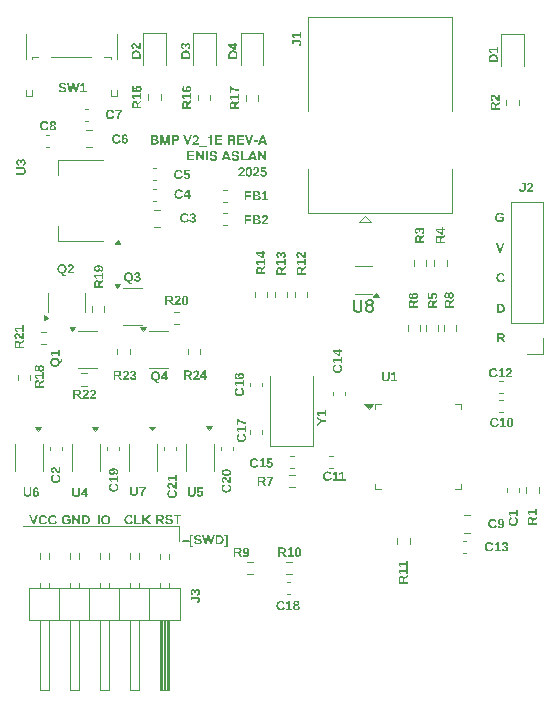
<source format=gbr>
%TF.GenerationSoftware,KiCad,Pcbnew,9.0.4-1.fc42*%
%TF.CreationDate,2025-09-30T21:00:36+03:00*%
%TF.ProjectId,bmp_x6,626d705f-7836-42e6-9b69-6361645f7063,rev?*%
%TF.SameCoordinates,Original*%
%TF.FileFunction,Legend,Top*%
%TF.FilePolarity,Positive*%
%FSLAX46Y46*%
G04 Gerber Fmt 4.6, Leading zero omitted, Abs format (unit mm)*
G04 Created by KiCad (PCBNEW 9.0.4-1.fc42) date 2025-09-30 21:00:36*
%MOMM*%
%LPD*%
G01*
G04 APERTURE LIST*
%ADD10C,0.150000*%
%ADD11C,0.120000*%
%ADD12C,0.160000*%
%ADD13C,0.200000*%
G04 APERTURE END LIST*
D10*
X42547400Y-63234800D02*
X42039400Y-63234800D01*
D11*
X40490000Y-61980000D02*
X28552000Y-61990200D01*
D12*
G36*
X69079330Y-45646250D02*
G01*
X69136662Y-45658236D01*
X69183695Y-45676783D01*
X69222156Y-45701327D01*
X69254444Y-45733632D01*
X69277560Y-45771917D01*
X69291950Y-45817381D01*
X69297041Y-45871809D01*
X69291756Y-45924213D01*
X69276435Y-45970388D01*
X69251123Y-46011662D01*
X69217270Y-46046152D01*
X69176363Y-46071855D01*
X69127096Y-46089087D01*
X69335289Y-46411000D01*
X69153866Y-46411000D01*
X68975177Y-46120253D01*
X68786085Y-46120253D01*
X68786085Y-46411000D01*
X68624884Y-46411000D01*
X68624884Y-45995103D01*
X68786085Y-45995103D01*
X68997062Y-45995103D01*
X69041260Y-45991193D01*
X69074680Y-45980626D01*
X69099790Y-45964426D01*
X69118855Y-45941812D01*
X69130586Y-45913679D01*
X69134766Y-45878355D01*
X69130790Y-45844241D01*
X69119766Y-45817794D01*
X69102032Y-45797172D01*
X69076560Y-45781499D01*
X69041141Y-45771023D01*
X68992665Y-45767078D01*
X68786085Y-45767078D01*
X68786085Y-45995103D01*
X68624884Y-45995103D01*
X68624884Y-45641928D01*
X69009616Y-45641928D01*
X69079330Y-45646250D01*
G37*
G36*
X42635668Y-63736546D02*
G01*
X42635668Y-62695486D01*
X42931836Y-62695486D01*
X42931836Y-62799338D01*
X42780992Y-62799338D01*
X42780992Y-63632157D01*
X42931836Y-63632157D01*
X42931836Y-63736546D01*
X42635668Y-63736546D01*
G37*
G36*
X43648396Y-63284404D02*
G01*
X43642795Y-63339422D01*
X43626880Y-63385531D01*
X43601056Y-63424594D01*
X43564474Y-63457768D01*
X43521907Y-63482095D01*
X43468323Y-63500866D01*
X43401378Y-63513204D01*
X43318326Y-63517705D01*
X43242758Y-63513846D01*
X43180139Y-63503146D01*
X43128480Y-63486676D01*
X43086051Y-63465144D01*
X43048037Y-63435773D01*
X43017605Y-63400044D01*
X42994190Y-63357164D01*
X42977852Y-63305848D01*
X43133630Y-63280105D01*
X43148127Y-63318480D01*
X43168667Y-63347643D01*
X43195375Y-63369254D01*
X43227246Y-63383763D01*
X43268855Y-63393388D01*
X43322674Y-63396951D01*
X43383113Y-63392876D01*
X43426090Y-63382248D01*
X43455837Y-63366834D01*
X43475619Y-63347393D01*
X43487405Y-63323521D01*
X43491543Y-63293734D01*
X43486531Y-63263286D01*
X43472151Y-63239512D01*
X43449755Y-63220583D01*
X43417489Y-63203950D01*
X43373903Y-63190230D01*
X43282227Y-63169414D01*
X43161962Y-63136832D01*
X43129285Y-63123210D01*
X43100755Y-63107816D01*
X43075338Y-63089270D01*
X43054300Y-63067565D01*
X43037494Y-63042305D01*
X43024551Y-63012269D01*
X43016704Y-62979088D01*
X43013902Y-62939387D01*
X43019116Y-62888704D01*
X43033950Y-62846143D01*
X43058067Y-62809995D01*
X43092304Y-62779212D01*
X43132114Y-62756603D01*
X43181953Y-62739195D01*
X43243922Y-62727779D01*
X43320476Y-62723622D01*
X43394436Y-62727095D01*
X43453266Y-62736534D01*
X43499552Y-62750710D01*
X43535556Y-62768758D01*
X43567313Y-62794023D01*
X43593272Y-62826440D01*
X43613681Y-62867165D01*
X43628173Y-62917893D01*
X43471906Y-62939338D01*
X43460721Y-62907637D01*
X43444434Y-62882707D01*
X43422960Y-62863378D01*
X43397069Y-62850011D01*
X43362621Y-62841134D01*
X43317252Y-62837830D01*
X43256603Y-62842904D01*
X43216391Y-62855846D01*
X43190787Y-62874479D01*
X43175954Y-62898613D01*
X43170755Y-62930105D01*
X43174852Y-62958126D01*
X43186338Y-62979393D01*
X43204774Y-62996475D01*
X43232499Y-63011975D01*
X43271190Y-63024992D01*
X43356575Y-63045632D01*
X43459256Y-63070419D01*
X43515333Y-63089205D01*
X43559619Y-63111737D01*
X43590999Y-63135758D01*
X43615519Y-63164765D01*
X43633644Y-63199261D01*
X43644529Y-63238016D01*
X43648396Y-63284404D01*
G37*
G36*
X44548382Y-63505200D02*
G01*
X44357091Y-63505200D01*
X44252702Y-63060482D01*
X44235237Y-62980888D01*
X44220462Y-62896253D01*
X44199164Y-63005137D01*
X44082758Y-63505200D01*
X43891467Y-63505200D01*
X43693093Y-62736128D01*
X43856491Y-62736128D01*
X43967963Y-63232673D01*
X43993121Y-63352743D01*
X44022869Y-63207858D01*
X44131948Y-62736128D01*
X44312297Y-62736128D01*
X44409603Y-63145381D01*
X44448389Y-63352743D01*
X44462067Y-63289435D01*
X44490985Y-63163943D01*
X44583895Y-62736128D01*
X44747294Y-62736128D01*
X44548382Y-63505200D01*
G37*
G36*
X45181717Y-62740639D02*
G01*
X45250092Y-62753390D01*
X45308974Y-62773482D01*
X45359712Y-62800416D01*
X45403379Y-62834118D01*
X45440563Y-62875103D01*
X45469867Y-62922554D01*
X45491504Y-62977430D01*
X45505150Y-63041034D01*
X45509966Y-63114948D01*
X45504448Y-63193143D01*
X45488638Y-63261881D01*
X45463218Y-63322652D01*
X45437154Y-63364773D01*
X45406591Y-63401108D01*
X45371335Y-63432169D01*
X45330985Y-63458256D01*
X45272332Y-63483958D01*
X45207452Y-63499744D01*
X45135102Y-63505200D01*
X44823595Y-63505200D01*
X44823595Y-63380587D01*
X44984795Y-63380587D01*
X45121425Y-63380587D01*
X45172134Y-63375838D01*
X45215685Y-63362254D01*
X45253483Y-63340187D01*
X45286484Y-63309121D01*
X45312261Y-63272005D01*
X45331317Y-63228176D01*
X45343397Y-63176356D01*
X45347691Y-63114948D01*
X45343087Y-63052960D01*
X45330270Y-63002066D01*
X45310225Y-62960252D01*
X45283211Y-62925953D01*
X45249158Y-62898458D01*
X45208128Y-62878206D01*
X45158698Y-62865339D01*
X45099003Y-62860740D01*
X44984795Y-62860740D01*
X44984795Y-63380587D01*
X44823595Y-63380587D01*
X44823595Y-62736128D01*
X45102276Y-62736128D01*
X45181717Y-62740639D01*
G37*
G36*
X45570539Y-63736546D02*
G01*
X45570539Y-63632157D01*
X45722458Y-63632157D01*
X45722458Y-62799338D01*
X45570539Y-62799338D01*
X45570539Y-62695486D01*
X45866707Y-62695486D01*
X45866707Y-63736546D01*
X45570539Y-63736546D01*
G37*
G36*
X69005757Y-38814000D02*
G01*
X68842358Y-38814000D01*
X68557669Y-38044928D01*
X68725952Y-38044928D01*
X68884466Y-38538787D01*
X68924912Y-38683916D01*
X68936392Y-38636972D01*
X68964235Y-38538787D01*
X69122163Y-38044928D01*
X69288883Y-38044928D01*
X69005757Y-38814000D01*
G37*
G36*
X68890467Y-36100280D02*
G01*
X68952448Y-36095634D01*
X69012295Y-36081766D01*
X69066784Y-36059569D01*
X69103593Y-36034481D01*
X69103593Y-35926721D01*
X68915624Y-35926721D01*
X68915624Y-35807579D01*
X69251165Y-35807579D01*
X69251165Y-36091976D01*
X69207564Y-36130072D01*
X69154903Y-36163075D01*
X69091870Y-36190845D01*
X69025678Y-36210594D01*
X68957254Y-36222494D01*
X68886120Y-36226505D01*
X68809837Y-36221756D01*
X68744245Y-36208318D01*
X68687744Y-36187068D01*
X68638995Y-36158401D01*
X68596985Y-36122213D01*
X68562076Y-36079186D01*
X68534293Y-36029256D01*
X68513632Y-35971379D01*
X68500544Y-35904218D01*
X68495917Y-35826191D01*
X68500586Y-35748579D01*
X68513772Y-35682067D01*
X68534557Y-35625010D01*
X68562482Y-35576021D01*
X68597571Y-35534027D01*
X68639598Y-35498958D01*
X68688623Y-35471046D01*
X68745720Y-35450270D01*
X68812274Y-35437090D01*
X68889930Y-35432422D01*
X68970184Y-35437336D01*
X69037269Y-35451062D01*
X69093279Y-35472461D01*
X69139964Y-35500939D01*
X69178653Y-35536495D01*
X69210165Y-35579714D01*
X69234752Y-35631725D01*
X69086106Y-35676274D01*
X69066765Y-35640524D01*
X69041768Y-35611691D01*
X69010683Y-35588933D01*
X68975322Y-35572744D01*
X68935379Y-35562724D01*
X68889930Y-35559233D01*
X68833711Y-35564049D01*
X68787362Y-35577541D01*
X68748980Y-35598922D01*
X68717201Y-35628305D01*
X68692729Y-35664062D01*
X68674328Y-35707808D01*
X68662466Y-35761181D01*
X68658192Y-35826191D01*
X68662575Y-35892201D01*
X68674775Y-35946719D01*
X68693765Y-35991709D01*
X68719106Y-36028766D01*
X68751958Y-36059524D01*
X68790612Y-36081633D01*
X68836227Y-36095412D01*
X68890467Y-36100280D01*
G37*
D13*
G36*
X29505757Y-61828800D02*
G01*
X29342358Y-61828800D01*
X29057669Y-61059728D01*
X29225952Y-61059728D01*
X29384466Y-61553587D01*
X29424912Y-61698716D01*
X29436392Y-61651772D01*
X29464235Y-61553587D01*
X29622163Y-61059728D01*
X29788883Y-61059728D01*
X29505757Y-61828800D01*
G37*
G36*
X30230865Y-61714494D02*
G01*
X30277910Y-61710297D01*
X30318385Y-61698304D01*
X30353543Y-61678889D01*
X30384265Y-61651705D01*
X30410982Y-61615724D01*
X30433635Y-61569316D01*
X30574075Y-61622072D01*
X30547762Y-61675688D01*
X30516830Y-61720415D01*
X30481319Y-61757326D01*
X30440963Y-61787181D01*
X30396278Y-61810297D01*
X30346870Y-61827181D01*
X30292015Y-61837665D01*
X30230865Y-61841305D01*
X30155689Y-61836540D01*
X30090787Y-61823028D01*
X30034620Y-61801601D01*
X29985906Y-61772607D01*
X29943684Y-61735890D01*
X29908550Y-61692388D01*
X29880664Y-61642266D01*
X29859987Y-61584540D01*
X29846928Y-61517947D01*
X29842323Y-61440991D01*
X29846835Y-61363432D01*
X29859567Y-61296953D01*
X29879611Y-61239941D01*
X29906475Y-61191023D01*
X29940118Y-61149121D01*
X29980761Y-61113872D01*
X30028242Y-61085885D01*
X30083609Y-61065083D01*
X30148240Y-61051894D01*
X30223782Y-61047222D01*
X30292171Y-61051056D01*
X30350867Y-61061872D01*
X30401256Y-61078883D01*
X30444528Y-61101640D01*
X30483598Y-61131698D01*
X30516357Y-61167896D01*
X30543221Y-61210874D01*
X30564207Y-61261619D01*
X30422156Y-61300453D01*
X30406306Y-61264457D01*
X30382965Y-61233958D01*
X30351374Y-61208227D01*
X30314843Y-61189514D01*
X30273745Y-61178022D01*
X30227055Y-61174033D01*
X30173093Y-61178757D01*
X30128597Y-61192003D01*
X30091722Y-61213036D01*
X30061165Y-61242030D01*
X30037906Y-61277061D01*
X30020245Y-61320626D01*
X30008763Y-61374537D01*
X30004598Y-61440991D01*
X30008857Y-61508440D01*
X30020630Y-61563442D01*
X30038790Y-61608152D01*
X30062777Y-61644347D01*
X30094252Y-61674392D01*
X30131842Y-61696079D01*
X30176786Y-61709668D01*
X30230865Y-61714494D01*
G37*
G36*
X31039016Y-61714494D02*
G01*
X31086060Y-61710297D01*
X31126536Y-61698304D01*
X31161694Y-61678889D01*
X31192416Y-61651705D01*
X31219133Y-61615724D01*
X31241786Y-61569316D01*
X31382226Y-61622072D01*
X31355912Y-61675688D01*
X31324981Y-61720415D01*
X31289469Y-61757326D01*
X31249113Y-61787181D01*
X31204429Y-61810297D01*
X31155020Y-61827181D01*
X31100166Y-61837665D01*
X31039016Y-61841305D01*
X30963840Y-61836540D01*
X30898938Y-61823028D01*
X30842771Y-61801601D01*
X30794057Y-61772607D01*
X30751835Y-61735890D01*
X30716701Y-61692388D01*
X30688815Y-61642266D01*
X30668138Y-61584540D01*
X30655079Y-61517947D01*
X30650474Y-61440991D01*
X30654985Y-61363432D01*
X30667718Y-61296953D01*
X30687761Y-61239941D01*
X30714626Y-61191023D01*
X30748269Y-61149121D01*
X30788912Y-61113872D01*
X30836393Y-61085885D01*
X30891760Y-61065083D01*
X30956391Y-61051894D01*
X31031933Y-61047222D01*
X31100321Y-61051056D01*
X31159017Y-61061872D01*
X31209407Y-61078883D01*
X31252679Y-61101640D01*
X31291749Y-61131698D01*
X31324508Y-61167896D01*
X31351371Y-61210874D01*
X31372358Y-61261619D01*
X31230307Y-61300453D01*
X31214456Y-61264457D01*
X31191116Y-61233958D01*
X31159525Y-61208227D01*
X31122994Y-61189514D01*
X31081896Y-61178022D01*
X31035205Y-61174033D01*
X30981244Y-61178757D01*
X30936748Y-61192003D01*
X30899872Y-61213036D01*
X30869316Y-61242030D01*
X30846056Y-61277061D01*
X30828396Y-61320626D01*
X30816914Y-61374537D01*
X30812749Y-61440991D01*
X30817008Y-61508440D01*
X30828780Y-61563442D01*
X30846940Y-61608152D01*
X30870928Y-61644347D01*
X30902403Y-61674392D01*
X30939992Y-61696079D01*
X30984937Y-61709668D01*
X31039016Y-61714494D01*
G37*
G36*
X32190467Y-61700280D02*
G01*
X32252448Y-61695634D01*
X32312295Y-61681766D01*
X32366784Y-61659569D01*
X32403593Y-61634481D01*
X32403593Y-61526721D01*
X32215624Y-61526721D01*
X32215624Y-61407579D01*
X32551165Y-61407579D01*
X32551165Y-61691976D01*
X32507564Y-61730072D01*
X32454903Y-61763075D01*
X32391870Y-61790845D01*
X32325678Y-61810594D01*
X32257254Y-61822494D01*
X32186120Y-61826505D01*
X32109837Y-61821756D01*
X32044245Y-61808318D01*
X31987744Y-61787068D01*
X31938995Y-61758401D01*
X31896985Y-61722213D01*
X31862076Y-61679186D01*
X31834293Y-61629256D01*
X31813632Y-61571379D01*
X31800544Y-61504218D01*
X31795917Y-61426191D01*
X31800586Y-61348579D01*
X31813772Y-61282067D01*
X31834557Y-61225010D01*
X31862482Y-61176021D01*
X31897571Y-61134027D01*
X31939598Y-61098958D01*
X31988623Y-61071046D01*
X32045720Y-61050270D01*
X32112274Y-61037090D01*
X32189930Y-61032422D01*
X32270184Y-61037336D01*
X32337269Y-61051062D01*
X32393279Y-61072461D01*
X32439964Y-61100939D01*
X32478653Y-61136495D01*
X32510165Y-61179714D01*
X32534752Y-61231725D01*
X32386106Y-61276274D01*
X32366765Y-61240524D01*
X32341768Y-61211691D01*
X32310683Y-61188933D01*
X32275322Y-61172744D01*
X32235379Y-61162724D01*
X32189930Y-61159233D01*
X32133711Y-61164049D01*
X32087362Y-61177541D01*
X32048980Y-61198922D01*
X32017201Y-61228305D01*
X31992729Y-61264062D01*
X31974328Y-61307808D01*
X31962466Y-61361181D01*
X31958192Y-61426191D01*
X31962575Y-61492201D01*
X31974775Y-61546719D01*
X31993765Y-61591709D01*
X32019106Y-61628766D01*
X32051958Y-61659524D01*
X32090612Y-61681633D01*
X32136227Y-61695412D01*
X32190467Y-61700280D01*
G37*
G36*
X33164459Y-61814000D02*
G01*
X32828869Y-61221759D01*
X32836569Y-61303854D01*
X32838736Y-61360392D01*
X32838736Y-61814000D01*
X32695561Y-61814000D01*
X32695561Y-61044928D01*
X32879720Y-61044928D01*
X33220195Y-61642053D01*
X33212663Y-61561306D01*
X33210327Y-61491941D01*
X33210327Y-61044928D01*
X33353503Y-61044928D01*
X33353503Y-61814000D01*
X33164459Y-61814000D01*
G37*
G36*
X33861834Y-61049439D02*
G01*
X33930209Y-61062190D01*
X33989091Y-61082282D01*
X34039829Y-61109216D01*
X34083496Y-61142918D01*
X34120680Y-61183903D01*
X34149984Y-61231354D01*
X34171621Y-61286230D01*
X34185267Y-61349834D01*
X34190083Y-61423748D01*
X34184565Y-61501943D01*
X34168755Y-61570681D01*
X34143335Y-61631452D01*
X34117271Y-61673573D01*
X34086708Y-61709908D01*
X34051452Y-61740969D01*
X34011102Y-61767056D01*
X33952449Y-61792758D01*
X33887569Y-61808544D01*
X33815219Y-61814000D01*
X33503712Y-61814000D01*
X33503712Y-61689387D01*
X33664912Y-61689387D01*
X33801542Y-61689387D01*
X33852251Y-61684638D01*
X33895802Y-61671054D01*
X33933600Y-61648987D01*
X33966601Y-61617921D01*
X33992378Y-61580805D01*
X34011434Y-61536976D01*
X34023514Y-61485156D01*
X34027808Y-61423748D01*
X34023204Y-61361760D01*
X34010387Y-61310866D01*
X33990342Y-61269052D01*
X33963328Y-61234753D01*
X33929275Y-61207258D01*
X33888245Y-61187006D01*
X33838815Y-61174139D01*
X33779120Y-61169540D01*
X33664912Y-61169540D01*
X33664912Y-61689387D01*
X33503712Y-61689387D01*
X33503712Y-61044928D01*
X33782393Y-61044928D01*
X33861834Y-61049439D01*
G37*
G36*
X34849884Y-61828800D02*
G01*
X34849884Y-61059728D01*
X35011085Y-61059728D01*
X35011085Y-61828800D01*
X34849884Y-61828800D01*
G37*
G36*
X35594430Y-61051932D02*
G01*
X35658690Y-61065333D01*
X35714734Y-61086661D01*
X35763751Y-61115620D01*
X35806632Y-61152393D01*
X35842620Y-61195974D01*
X35871000Y-61245617D01*
X35891910Y-61302197D01*
X35905043Y-61366865D01*
X35909654Y-61440991D01*
X35904068Y-61520142D01*
X35888004Y-61590325D01*
X35862076Y-61652945D01*
X35835482Y-61696353D01*
X35804122Y-61733826D01*
X35767783Y-61765889D01*
X35726032Y-61792847D01*
X35665298Y-61819252D01*
X35596930Y-61835610D01*
X35519452Y-61841305D01*
X35446410Y-61836542D01*
X35382716Y-61822966D01*
X35326970Y-61801306D01*
X35278019Y-61771809D01*
X35235006Y-61734229D01*
X35199062Y-61689928D01*
X35170681Y-61639472D01*
X35149752Y-61581972D01*
X35136602Y-61516270D01*
X35131985Y-61440991D01*
X35294260Y-61440991D01*
X35298536Y-61504846D01*
X35310526Y-61558444D01*
X35329342Y-61603477D01*
X35354637Y-61641319D01*
X35387371Y-61673161D01*
X35425011Y-61695739D01*
X35468534Y-61709633D01*
X35519403Y-61714494D01*
X35572526Y-61709644D01*
X35617025Y-61695929D01*
X35654585Y-61673925D01*
X35686367Y-61643273D01*
X35710730Y-61606498D01*
X35729064Y-61561669D01*
X35740879Y-61507159D01*
X35745132Y-61440991D01*
X35740932Y-61378163D01*
X35729179Y-61325648D01*
X35710772Y-61281729D01*
X35686074Y-61245010D01*
X35654161Y-61214382D01*
X35616748Y-61192457D01*
X35572738Y-61178836D01*
X35520526Y-61174033D01*
X35467381Y-61178834D01*
X35422815Y-61192411D01*
X35385162Y-61214182D01*
X35353269Y-61244473D01*
X35328651Y-61280917D01*
X35310256Y-61324788D01*
X35298478Y-61377547D01*
X35294260Y-61440991D01*
X35131985Y-61440991D01*
X35136619Y-61365804D01*
X35149782Y-61300568D01*
X35170678Y-61243832D01*
X35198954Y-61194376D01*
X35234713Y-61151270D01*
X35277439Y-61114937D01*
X35326342Y-61086292D01*
X35382322Y-61065173D01*
X35446573Y-61051893D01*
X35520526Y-61047222D01*
X35594430Y-61051932D01*
G37*
G36*
X37495459Y-61689094D02*
G01*
X37542503Y-61684897D01*
X37582979Y-61672904D01*
X37618137Y-61653489D01*
X37648859Y-61626305D01*
X37675576Y-61590324D01*
X37698229Y-61543916D01*
X37838669Y-61596672D01*
X37812355Y-61650288D01*
X37781424Y-61695015D01*
X37745912Y-61731926D01*
X37705556Y-61761781D01*
X37660872Y-61784897D01*
X37611463Y-61801781D01*
X37556609Y-61812265D01*
X37495459Y-61815905D01*
X37420283Y-61811140D01*
X37355381Y-61797628D01*
X37299214Y-61776201D01*
X37250500Y-61747207D01*
X37208278Y-61710490D01*
X37173144Y-61666988D01*
X37145258Y-61616866D01*
X37124581Y-61559140D01*
X37111522Y-61492547D01*
X37106917Y-61415591D01*
X37111429Y-61338032D01*
X37124161Y-61271553D01*
X37144204Y-61214541D01*
X37171069Y-61165623D01*
X37204712Y-61123721D01*
X37245355Y-61088472D01*
X37292836Y-61060485D01*
X37348203Y-61039683D01*
X37412834Y-61026494D01*
X37488376Y-61021822D01*
X37556764Y-61025656D01*
X37615461Y-61036472D01*
X37665850Y-61053483D01*
X37709122Y-61076240D01*
X37748192Y-61106298D01*
X37780951Y-61142496D01*
X37807815Y-61185474D01*
X37828801Y-61236219D01*
X37686750Y-61275053D01*
X37670899Y-61239057D01*
X37647559Y-61208558D01*
X37615968Y-61182827D01*
X37579437Y-61164114D01*
X37538339Y-61152622D01*
X37491648Y-61148633D01*
X37437687Y-61153357D01*
X37393191Y-61166603D01*
X37356315Y-61187636D01*
X37325759Y-61216630D01*
X37302500Y-61251661D01*
X37284839Y-61295226D01*
X37273357Y-61349137D01*
X37269192Y-61415591D01*
X37273451Y-61483040D01*
X37285224Y-61538042D01*
X37303383Y-61582752D01*
X37327371Y-61618947D01*
X37358846Y-61648992D01*
X37396436Y-61670679D01*
X37441380Y-61684268D01*
X37495459Y-61689094D01*
G37*
G36*
X37944035Y-61803400D02*
G01*
X37944035Y-61034328D01*
X38105235Y-61034328D01*
X38105235Y-61678787D01*
X38518397Y-61678787D01*
X38518397Y-61803400D01*
X37944035Y-61803400D01*
G37*
G36*
X39160755Y-61803400D02*
G01*
X38884224Y-61450224D01*
X38789115Y-61522862D01*
X38789115Y-61803400D01*
X38627915Y-61803400D01*
X38627915Y-61034328D01*
X38789115Y-61034328D01*
X38789115Y-61383106D01*
X39136136Y-61034328D01*
X39324154Y-61034328D01*
X38995159Y-61359659D01*
X39350923Y-61803400D01*
X39160755Y-61803400D01*
G37*
D12*
G36*
X39761223Y-28862747D02*
G01*
X39804738Y-28870420D01*
X39842324Y-28882503D01*
X39877741Y-28899826D01*
X39904884Y-28919126D01*
X39925122Y-28940291D01*
X39949352Y-28976224D01*
X39964885Y-29009363D01*
X39974188Y-29043137D01*
X39977195Y-29075602D01*
X39974195Y-29109924D01*
X39965550Y-29140115D01*
X39951451Y-29166949D01*
X39932258Y-29190747D01*
X39904223Y-29216244D01*
X39865283Y-29243690D01*
X39917668Y-29279875D01*
X39955340Y-29317302D01*
X39980812Y-29356165D01*
X39995731Y-29397101D01*
X40000740Y-29441136D01*
X39997383Y-29480825D01*
X39987306Y-29519440D01*
X39970252Y-29556419D01*
X39944222Y-29594374D01*
X39922398Y-29616331D01*
X39893225Y-29636134D01*
X39855220Y-29653627D01*
X39815073Y-29665631D01*
X39768404Y-29673285D01*
X39714194Y-29676000D01*
X39347097Y-29676000D01*
X39347097Y-29535316D01*
X39514989Y-29535316D01*
X39715317Y-29535316D01*
X39764045Y-29530253D01*
X39797711Y-29516960D01*
X39820433Y-29496823D01*
X39834429Y-29469100D01*
X39839539Y-29431122D01*
X39834403Y-29392664D01*
X39820354Y-29364640D01*
X39797596Y-29344327D01*
X39763947Y-29330944D01*
X39715317Y-29325853D01*
X39514989Y-29325853D01*
X39514989Y-29535316D01*
X39347097Y-29535316D01*
X39347097Y-29185169D01*
X39514989Y-29185169D01*
X39697390Y-29185169D01*
X39744683Y-29180548D01*
X39776964Y-29168522D01*
X39798386Y-29150576D01*
X39811359Y-29126296D01*
X39816043Y-29093480D01*
X39811331Y-29060193D01*
X39798303Y-29035612D01*
X39776841Y-29017488D01*
X39744577Y-29005368D01*
X39697390Y-29000717D01*
X39514989Y-29000717D01*
X39514989Y-29185169D01*
X39347097Y-29185169D01*
X39347097Y-28860033D01*
X39710823Y-28860033D01*
X39761223Y-28862747D01*
G37*
G36*
X40302819Y-29040284D02*
G01*
X40302819Y-29676000D01*
X40134927Y-29676000D01*
X40134927Y-28860033D01*
X40385618Y-28860033D01*
X40533384Y-29508889D01*
X40676608Y-28860033D01*
X40929546Y-28860033D01*
X40929546Y-29676000D01*
X40761703Y-29676000D01*
X40761703Y-29040284D01*
X40617306Y-29676000D01*
X40449414Y-29676000D01*
X40302819Y-29040284D01*
G37*
G36*
X41533136Y-28864679D02*
G01*
X41585718Y-28877614D01*
X41628963Y-28897823D01*
X41664473Y-28925002D01*
X41692997Y-28959426D01*
X41714015Y-29001171D01*
X41727388Y-29051751D01*
X41732177Y-29113166D01*
X41727541Y-29174988D01*
X41714421Y-29227643D01*
X41693546Y-29272690D01*
X41665010Y-29311345D01*
X41629090Y-29343366D01*
X41588021Y-29366218D01*
X41540785Y-29380321D01*
X41485932Y-29385253D01*
X41276664Y-29385253D01*
X41276664Y-29676000D01*
X41108772Y-29676000D01*
X41108772Y-29244569D01*
X41276664Y-29244569D01*
X41433322Y-29244569D01*
X41476460Y-29240588D01*
X41508603Y-29229872D01*
X41532355Y-29213461D01*
X41549408Y-29191217D01*
X41560294Y-29161860D01*
X41564285Y-29123180D01*
X41560236Y-29082867D01*
X41549305Y-29052915D01*
X41532387Y-29030808D01*
X41509216Y-29015041D01*
X41477151Y-29004625D01*
X41433322Y-29000717D01*
X41276664Y-29000717D01*
X41276664Y-29244569D01*
X41108772Y-29244569D01*
X41108772Y-28860033D01*
X41469176Y-28860033D01*
X41533136Y-28864679D01*
G37*
G36*
X42528262Y-29676000D02*
G01*
X42386162Y-29676000D01*
X42110802Y-28860033D01*
X42279818Y-28860033D01*
X42461144Y-29474548D01*
X42639100Y-28860033D01*
X42808067Y-28860033D01*
X42528262Y-29676000D01*
G37*
G36*
X43407341Y-29118247D02*
G01*
X43404067Y-29161386D01*
X43394499Y-29200955D01*
X43378765Y-29237584D01*
X43346161Y-29287122D01*
X43306567Y-29327318D01*
X43217027Y-29394241D01*
X43172056Y-29426259D01*
X43128611Y-29461163D01*
X43091146Y-29499197D01*
X43068186Y-29535316D01*
X43403971Y-29535316D01*
X43403971Y-29676000D01*
X42864487Y-29676000D01*
X42872677Y-29603539D01*
X42887827Y-29546439D01*
X42908695Y-29501854D01*
X42938021Y-29462031D01*
X42983110Y-29417338D01*
X43048060Y-29366935D01*
X43135791Y-29302773D01*
X43187725Y-29259444D01*
X43214829Y-29231429D01*
X43234393Y-29200346D01*
X43246421Y-29164178D01*
X43250635Y-29121617D01*
X43246991Y-29083263D01*
X43236900Y-29052792D01*
X43220984Y-29028512D01*
X43199157Y-29009898D01*
X43172251Y-28998506D01*
X43138723Y-28994464D01*
X43104615Y-28998750D01*
X43077362Y-29010844D01*
X43055338Y-29030710D01*
X43039559Y-29056473D01*
X43029396Y-29089500D01*
X43025687Y-29131778D01*
X43025687Y-29157032D01*
X42875722Y-29157032D01*
X42874599Y-29131631D01*
X42879409Y-29069206D01*
X42892926Y-29016981D01*
X42914302Y-28973137D01*
X42943426Y-28936286D01*
X42979835Y-28906558D01*
X43022992Y-28884838D01*
X43074236Y-28871148D01*
X43135352Y-28866286D01*
X43197701Y-28871015D01*
X43250566Y-28884377D01*
X43295583Y-28905610D01*
X43334019Y-28934625D01*
X43365639Y-28971045D01*
X43388331Y-29012993D01*
X43402403Y-29061555D01*
X43407341Y-29118247D01*
G37*
G36*
X44099965Y-29810431D02*
G01*
X44099965Y-29901094D01*
X43428444Y-29901094D01*
X43428444Y-29810431D01*
X44099965Y-29810431D01*
G37*
G36*
X44341570Y-29128896D02*
G01*
X44151305Y-29128896D01*
X44151305Y-29025727D01*
X44222486Y-29020688D01*
X44277956Y-29006991D01*
X44320857Y-28986158D01*
X44353650Y-28958785D01*
X44377915Y-28924482D01*
X44394180Y-28881917D01*
X44498276Y-28881917D01*
X44498276Y-29676000D01*
X44341570Y-29676000D01*
X44341570Y-29128896D01*
G37*
G36*
X44954766Y-29325853D02*
G01*
X44954766Y-29535316D01*
X45396846Y-29535316D01*
X45396846Y-29676000D01*
X44786874Y-29676000D01*
X44786874Y-28860033D01*
X45376720Y-28860033D01*
X45376720Y-29000717D01*
X44954766Y-29000717D01*
X44954766Y-29185169D01*
X45345359Y-29185169D01*
X45345359Y-29325853D01*
X44954766Y-29325853D01*
G37*
G36*
X46320946Y-28862597D02*
G01*
X46356667Y-28869865D01*
X46387592Y-28881380D01*
X46428116Y-28906748D01*
X46455883Y-28937556D01*
X46475873Y-28973026D01*
X46488904Y-29007702D01*
X46496428Y-29043608D01*
X46498967Y-29081268D01*
X46494864Y-29129553D01*
X46483220Y-29170588D01*
X46464543Y-29205713D01*
X46438656Y-29235903D01*
X46404722Y-29261679D01*
X46361312Y-29283062D01*
X46406057Y-29302650D01*
X46420113Y-29311751D01*
X46435708Y-29326635D01*
X46448922Y-29343465D01*
X46455883Y-29356823D01*
X46465945Y-29405965D01*
X46472100Y-29476307D01*
X46474347Y-29579084D01*
X46478611Y-29608192D01*
X46490470Y-29629835D01*
X46510153Y-29645909D01*
X46510153Y-29676000D01*
X46330000Y-29676000D01*
X46316731Y-29646915D01*
X46309288Y-29620312D01*
X46305754Y-29589780D01*
X46304257Y-29536732D01*
X46305331Y-29484367D01*
X46306455Y-29450905D01*
X46303252Y-29417639D01*
X46294747Y-29393752D01*
X46281835Y-29376851D01*
X46263961Y-29365000D01*
X46238361Y-29357025D01*
X46202407Y-29353990D01*
X46009895Y-29353990D01*
X46009895Y-29676000D01*
X45842003Y-29676000D01*
X45842003Y-29213306D01*
X46009895Y-29213306D01*
X46212470Y-29213306D01*
X46251675Y-29210501D01*
X46280550Y-29203070D01*
X46301472Y-29192057D01*
X46316594Y-29175276D01*
X46327007Y-29147761D01*
X46331123Y-29104764D01*
X46327122Y-29064070D01*
X46316936Y-29037736D01*
X46302010Y-29021429D01*
X46281480Y-29010767D01*
X46252511Y-29003488D01*
X46212470Y-29000717D01*
X46009895Y-29000717D01*
X46009895Y-29213306D01*
X45842003Y-29213306D01*
X45842003Y-28860033D01*
X46279588Y-28860033D01*
X46320946Y-28862597D01*
G37*
G36*
X46818046Y-29325853D02*
G01*
X46818046Y-29535316D01*
X47260126Y-29535316D01*
X47260126Y-29676000D01*
X46650153Y-29676000D01*
X46650153Y-28860033D01*
X47240000Y-28860033D01*
X47240000Y-29000717D01*
X46818046Y-29000717D01*
X46818046Y-29185169D01*
X47208639Y-29185169D01*
X47208639Y-29325853D01*
X46818046Y-29325853D01*
G37*
G36*
X47744508Y-29676000D02*
G01*
X47602407Y-29676000D01*
X47327048Y-28860033D01*
X47496064Y-28860033D01*
X47677390Y-29474548D01*
X47855345Y-28860033D01*
X48024313Y-28860033D01*
X47744508Y-29676000D01*
G37*
G36*
X48380712Y-29303969D02*
G01*
X48380712Y-29444653D01*
X48076287Y-29444653D01*
X48076287Y-29303969D01*
X48380712Y-29303969D01*
G37*
G36*
X49188911Y-29676000D02*
G01*
X49016525Y-29676000D01*
X48962791Y-29513431D01*
X48657243Y-29513431D01*
X48602435Y-29676000D01*
X48431172Y-29676000D01*
X48538901Y-29372748D01*
X48704285Y-29372748D01*
X48916922Y-29372748D01*
X48810579Y-29052985D01*
X48704285Y-29372748D01*
X48538901Y-29372748D01*
X48721040Y-28860033D01*
X48906860Y-28860033D01*
X49188911Y-29676000D01*
G37*
G36*
X42591277Y-30669853D02*
G01*
X42591277Y-30879316D01*
X43033357Y-30879316D01*
X43033357Y-31020000D01*
X42423385Y-31020000D01*
X42423385Y-30204033D01*
X43013231Y-30204033D01*
X43013231Y-30344717D01*
X42591277Y-30344717D01*
X42591277Y-30529169D01*
X42981871Y-30529169D01*
X42981871Y-30669853D01*
X42591277Y-30669853D01*
G37*
G36*
X43663259Y-31020000D02*
G01*
X43335339Y-30455896D01*
X43335339Y-31020000D01*
X43167446Y-31020000D01*
X43167446Y-30204033D01*
X43339784Y-30204033D01*
X43663259Y-30759197D01*
X43663259Y-30204033D01*
X43831152Y-30204033D01*
X43831152Y-31020000D01*
X43663259Y-31020000D01*
G37*
G36*
X44178661Y-30204033D02*
G01*
X44178661Y-31020000D01*
X44010768Y-31020000D01*
X44010768Y-30204033D01*
X44178661Y-30204033D01*
G37*
G36*
X44956574Y-30451011D02*
G01*
X44799868Y-30451011D01*
X44792619Y-30411815D01*
X44777844Y-30381209D01*
X44755733Y-30357312D01*
X44725157Y-30339246D01*
X44683845Y-30327290D01*
X44628654Y-30322833D01*
X44586159Y-30326298D01*
X44552428Y-30335831D01*
X44525681Y-30350628D01*
X44504361Y-30371482D01*
X44491909Y-30395856D01*
X44487628Y-30424975D01*
X44491489Y-30453522D01*
X44502287Y-30475483D01*
X44520063Y-30492484D01*
X44560308Y-30511407D01*
X44642087Y-30532784D01*
X44769679Y-30556866D01*
X44826861Y-30571460D01*
X44872061Y-30589313D01*
X44907282Y-30609847D01*
X44934201Y-30632777D01*
X44955905Y-30660829D01*
X44971906Y-30694407D01*
X44982064Y-30734617D01*
X44985688Y-30782889D01*
X44981891Y-30831674D01*
X44971001Y-30874440D01*
X44953411Y-30912206D01*
X44929027Y-30945760D01*
X44897272Y-30975596D01*
X44851824Y-31004417D01*
X44796927Y-31026084D01*
X44730736Y-31040011D01*
X44651026Y-31045010D01*
X44571888Y-31040016D01*
X44506388Y-31026122D01*
X44452256Y-31004534D01*
X44407614Y-30975840D01*
X44369869Y-30938302D01*
X44341611Y-30893478D01*
X44322463Y-30840060D01*
X44312994Y-30776147D01*
X44476441Y-30776147D01*
X44484516Y-30818474D01*
X44501641Y-30851943D01*
X44527879Y-30878485D01*
X44561074Y-30897092D01*
X44604206Y-30909237D01*
X44659966Y-30913705D01*
X44710022Y-30909992D01*
X44749413Y-30899851D01*
X44780280Y-30884298D01*
X44805089Y-30861829D01*
X44819517Y-30835125D01*
X44824488Y-30802721D01*
X44820398Y-30771195D01*
X44808838Y-30746043D01*
X44789756Y-30725736D01*
X44765010Y-30710694D01*
X44726930Y-30696120D01*
X44671152Y-30682700D01*
X44556993Y-30660718D01*
X44493300Y-30645438D01*
X44444294Y-30627565D01*
X44407335Y-30607765D01*
X44380161Y-30586420D01*
X44357987Y-30559588D01*
X44341655Y-30527101D01*
X44331269Y-30487791D01*
X44327551Y-30440118D01*
X44333027Y-30382049D01*
X44348560Y-30333203D01*
X44373601Y-30291745D01*
X44408688Y-30256448D01*
X44450453Y-30229514D01*
X44501103Y-30209253D01*
X44562399Y-30196214D01*
X44636469Y-30191528D01*
X44718730Y-30197096D01*
X44758731Y-30205275D01*
X44803190Y-30219811D01*
X44845494Y-30239843D01*
X44880419Y-30264166D01*
X44909467Y-30295534D01*
X44934739Y-30339588D01*
X44950870Y-30390313D01*
X44956574Y-30451011D01*
G37*
G36*
X46110280Y-31020000D02*
G01*
X45937893Y-31020000D01*
X45884160Y-30857431D01*
X45578612Y-30857431D01*
X45523804Y-31020000D01*
X45352541Y-31020000D01*
X45460269Y-30716748D01*
X45625653Y-30716748D01*
X45838291Y-30716748D01*
X45731947Y-30396985D01*
X45625653Y-30716748D01*
X45460269Y-30716748D01*
X45642408Y-30204033D01*
X45828228Y-30204033D01*
X46110280Y-31020000D01*
G37*
G36*
X46809693Y-30451011D02*
G01*
X46652987Y-30451011D01*
X46645738Y-30411815D01*
X46630964Y-30381209D01*
X46608853Y-30357312D01*
X46578276Y-30339246D01*
X46536965Y-30327290D01*
X46481773Y-30322833D01*
X46439278Y-30326298D01*
X46405547Y-30335831D01*
X46378800Y-30350628D01*
X46357481Y-30371482D01*
X46345028Y-30395856D01*
X46340747Y-30424975D01*
X46344608Y-30453522D01*
X46355407Y-30475483D01*
X46373183Y-30492484D01*
X46413427Y-30511407D01*
X46495206Y-30532784D01*
X46622799Y-30556866D01*
X46679980Y-30571460D01*
X46725180Y-30589313D01*
X46760401Y-30609847D01*
X46787321Y-30632777D01*
X46809024Y-30660829D01*
X46825026Y-30694407D01*
X46835183Y-30734617D01*
X46838807Y-30782889D01*
X46835010Y-30831674D01*
X46824120Y-30874440D01*
X46806531Y-30912206D01*
X46782147Y-30945760D01*
X46750391Y-30975596D01*
X46704943Y-31004417D01*
X46650046Y-31026084D01*
X46583856Y-31040011D01*
X46504146Y-31045010D01*
X46425008Y-31040016D01*
X46359507Y-31026122D01*
X46305375Y-31004534D01*
X46260733Y-30975840D01*
X46222989Y-30938302D01*
X46194730Y-30893478D01*
X46175583Y-30840060D01*
X46166113Y-30776147D01*
X46329561Y-30776147D01*
X46337636Y-30818474D01*
X46354760Y-30851943D01*
X46380998Y-30878485D01*
X46414194Y-30897092D01*
X46457326Y-30909237D01*
X46513085Y-30913705D01*
X46563141Y-30909992D01*
X46602533Y-30899851D01*
X46633399Y-30884298D01*
X46658208Y-30861829D01*
X46672637Y-30835125D01*
X46677607Y-30802721D01*
X46673517Y-30771195D01*
X46661958Y-30746043D01*
X46642876Y-30725736D01*
X46618129Y-30710694D01*
X46580049Y-30696120D01*
X46524271Y-30682700D01*
X46410112Y-30660718D01*
X46346420Y-30645438D01*
X46297414Y-30627565D01*
X46260454Y-30607765D01*
X46233280Y-30586420D01*
X46211106Y-30559588D01*
X46194774Y-30527101D01*
X46184388Y-30487791D01*
X46180670Y-30440118D01*
X46186147Y-30382049D01*
X46201680Y-30333203D01*
X46226721Y-30291745D01*
X46261808Y-30256448D01*
X46303572Y-30229514D01*
X46354223Y-30209253D01*
X46415518Y-30196214D01*
X46489589Y-30191528D01*
X46571850Y-30197096D01*
X46611851Y-30205275D01*
X46656309Y-30219811D01*
X46698614Y-30239843D01*
X46733538Y-30264166D01*
X46762587Y-30295534D01*
X46787858Y-30339588D01*
X46803989Y-30390313D01*
X46809693Y-30451011D01*
G37*
G36*
X47140838Y-30204033D02*
G01*
X47140838Y-30879316D01*
X47531431Y-30879316D01*
X47531431Y-31020000D01*
X46972945Y-31020000D01*
X46972945Y-30204033D01*
X47140838Y-30204033D01*
G37*
G36*
X48345590Y-31020000D02*
G01*
X48173203Y-31020000D01*
X48119470Y-30857431D01*
X47813922Y-30857431D01*
X47759114Y-31020000D01*
X47587851Y-31020000D01*
X47695579Y-30716748D01*
X47860963Y-30716748D01*
X48073601Y-30716748D01*
X47967258Y-30396985D01*
X47860963Y-30716748D01*
X47695579Y-30716748D01*
X47877718Y-30204033D01*
X48063538Y-30204033D01*
X48345590Y-31020000D01*
G37*
G36*
X48942031Y-31020000D02*
G01*
X48614111Y-30455896D01*
X48614111Y-31020000D01*
X48446218Y-31020000D01*
X48446218Y-30204033D01*
X48618556Y-30204033D01*
X48942031Y-30759197D01*
X48942031Y-30204033D01*
X49109924Y-30204033D01*
X49109924Y-31020000D01*
X48942031Y-31020000D01*
G37*
G36*
X47287872Y-31806247D02*
G01*
X47284598Y-31849386D01*
X47275030Y-31888955D01*
X47259295Y-31925584D01*
X47226692Y-31975122D01*
X47187097Y-32015318D01*
X47097558Y-32082241D01*
X47052587Y-32114259D01*
X47009142Y-32149163D01*
X46971676Y-32187197D01*
X46948716Y-32223316D01*
X47284501Y-32223316D01*
X47284501Y-32364000D01*
X46745017Y-32364000D01*
X46753207Y-32291539D01*
X46768358Y-32234439D01*
X46789225Y-32189854D01*
X46818552Y-32150031D01*
X46863640Y-32105338D01*
X46928590Y-32054935D01*
X47016322Y-31990773D01*
X47068255Y-31947444D01*
X47095359Y-31919429D01*
X47114923Y-31888346D01*
X47126951Y-31852178D01*
X47131165Y-31809617D01*
X47127522Y-31771263D01*
X47117431Y-31740792D01*
X47101514Y-31716512D01*
X47079688Y-31697898D01*
X47052782Y-31686506D01*
X47019253Y-31682464D01*
X46985145Y-31686750D01*
X46957893Y-31698844D01*
X46935869Y-31718710D01*
X46920089Y-31744473D01*
X46909927Y-31777500D01*
X46906218Y-31819778D01*
X46906218Y-31845032D01*
X46756253Y-31845032D01*
X46755129Y-31819631D01*
X46759939Y-31757206D01*
X46773457Y-31704981D01*
X46794833Y-31661137D01*
X46823957Y-31624286D01*
X46860366Y-31594558D01*
X46903522Y-31572838D01*
X46954767Y-31559148D01*
X47015883Y-31554286D01*
X47078232Y-31559015D01*
X47131096Y-31572377D01*
X47176114Y-31593610D01*
X47214550Y-31622625D01*
X47246169Y-31659045D01*
X47268861Y-31700993D01*
X47282934Y-31749555D01*
X47287872Y-31806247D01*
G37*
G36*
X47690680Y-31557882D02*
G01*
X47734461Y-31568030D01*
X47771766Y-31584083D01*
X47805089Y-31606925D01*
X47833131Y-31636064D01*
X47856274Y-31672255D01*
X47881800Y-31733509D01*
X47899358Y-31804879D01*
X47908783Y-31882232D01*
X47912254Y-31979024D01*
X47908985Y-32065487D01*
X47899944Y-32137391D01*
X47883275Y-32204805D01*
X47858521Y-32266254D01*
X47835955Y-32303110D01*
X47807933Y-32333244D01*
X47774013Y-32357356D01*
X47735864Y-32374452D01*
X47691335Y-32385208D01*
X47639142Y-32389010D01*
X47586949Y-32385199D01*
X47542614Y-32374434D01*
X47504808Y-32357356D01*
X47471147Y-32333326D01*
X47443113Y-32303378D01*
X47420300Y-32266840D01*
X47395195Y-32205670D01*
X47378339Y-32137391D01*
X47369316Y-32064109D01*
X47366029Y-31974579D01*
X47366079Y-31973455D01*
X47522736Y-31973455D01*
X47526907Y-32081403D01*
X47537292Y-32151948D01*
X47549660Y-32194375D01*
X47562695Y-32221241D01*
X47575883Y-32236993D01*
X47602886Y-32252243D01*
X47639142Y-32257705D01*
X47674460Y-32252420D01*
X47701228Y-32237579D01*
X47714456Y-32222139D01*
X47727673Y-32195491D01*
X47740405Y-32153071D01*
X47751218Y-32082664D01*
X47755548Y-31975702D01*
X47751240Y-31866065D01*
X47740457Y-31793442D01*
X47725897Y-31747970D01*
X47708062Y-31717603D01*
X47687955Y-31697786D01*
X47665315Y-31686346D01*
X47639142Y-31682464D01*
X47609948Y-31686446D01*
X47586011Y-31697866D01*
X47566037Y-31717049D01*
X47549602Y-31745723D01*
X47536524Y-31789727D01*
X47526697Y-31862048D01*
X47522736Y-31973455D01*
X47366079Y-31973455D01*
X47370698Y-31869740D01*
X47383481Y-31784884D01*
X47402819Y-31716822D01*
X47427579Y-31662729D01*
X47455225Y-31624269D01*
X47489093Y-31594619D01*
X47529986Y-31572924D01*
X47579349Y-31559191D01*
X47639142Y-31554286D01*
X47690680Y-31557882D01*
G37*
G36*
X48532142Y-31806247D02*
G01*
X48528868Y-31849386D01*
X48519301Y-31888955D01*
X48503566Y-31925584D01*
X48470963Y-31975122D01*
X48431368Y-32015318D01*
X48341828Y-32082241D01*
X48296857Y-32114259D01*
X48253412Y-32149163D01*
X48215947Y-32187197D01*
X48192987Y-32223316D01*
X48528772Y-32223316D01*
X48528772Y-32364000D01*
X47989288Y-32364000D01*
X47997478Y-32291539D01*
X48012628Y-32234439D01*
X48033496Y-32189854D01*
X48062822Y-32150031D01*
X48107911Y-32105338D01*
X48172861Y-32054935D01*
X48260592Y-31990773D01*
X48312526Y-31947444D01*
X48339630Y-31919429D01*
X48359194Y-31888346D01*
X48371222Y-31852178D01*
X48375436Y-31809617D01*
X48371793Y-31771263D01*
X48361701Y-31740792D01*
X48345785Y-31716512D01*
X48323959Y-31697898D01*
X48297053Y-31686506D01*
X48263524Y-31682464D01*
X48229416Y-31686750D01*
X48202163Y-31698844D01*
X48180140Y-31718710D01*
X48164360Y-31744473D01*
X48154197Y-31777500D01*
X48150489Y-31819778D01*
X48150489Y-31845032D01*
X48000523Y-31845032D01*
X47999400Y-31819631D01*
X48004210Y-31757206D01*
X48017728Y-31704981D01*
X48039103Y-31661137D01*
X48068228Y-31624286D01*
X48104637Y-31594558D01*
X48147793Y-31572838D01*
X48199038Y-31559148D01*
X48260154Y-31554286D01*
X48322503Y-31559015D01*
X48375367Y-31572377D01*
X48420384Y-31593610D01*
X48458821Y-31622625D01*
X48490440Y-31659045D01*
X48513132Y-31700993D01*
X48527204Y-31749555D01*
X48532142Y-31806247D01*
G37*
G36*
X49125164Y-31569917D02*
G01*
X49125164Y-31710601D01*
X48797244Y-31710601D01*
X48771500Y-31875563D01*
X48816190Y-31845906D01*
X48861714Y-31828805D01*
X48909156Y-31823148D01*
X48962561Y-31828217D01*
X49009301Y-31842838D01*
X49050711Y-31866797D01*
X49087697Y-31900769D01*
X49117121Y-31941319D01*
X49138503Y-31987730D01*
X49151843Y-32041091D01*
X49156525Y-32102806D01*
X49151198Y-32165838D01*
X49135964Y-32220422D01*
X49111344Y-32268093D01*
X49077048Y-32309973D01*
X49035003Y-32344096D01*
X48987277Y-32368582D01*
X48932768Y-32383722D01*
X48869979Y-32389010D01*
X48812811Y-32384666D01*
X48763320Y-32372282D01*
X48720216Y-32352418D01*
X48682498Y-32325067D01*
X48650854Y-32290734D01*
X48628143Y-32252012D01*
X48613819Y-32208064D01*
X48608102Y-32157663D01*
X48762512Y-32157663D01*
X48769151Y-32195077D01*
X48782991Y-32221993D01*
X48803627Y-32241020D01*
X48832425Y-32253186D01*
X48872226Y-32257705D01*
X48909863Y-32252941D01*
X48940456Y-32239401D01*
X48965673Y-32217014D01*
X48983980Y-32188069D01*
X48995615Y-32151794D01*
X48999819Y-32106226D01*
X48995583Y-32059119D01*
X48983915Y-32021949D01*
X48965673Y-31992604D01*
X48940412Y-31969865D01*
X48909818Y-31956147D01*
X48872226Y-31951327D01*
X48835880Y-31955294D01*
X48808191Y-31966172D01*
X48787101Y-31983369D01*
X48771500Y-32007600D01*
X48630475Y-32007600D01*
X48700963Y-31569917D01*
X49125164Y-31569917D01*
G37*
G36*
X68984459Y-41199694D02*
G01*
X69031503Y-41195497D01*
X69071979Y-41183504D01*
X69107137Y-41164089D01*
X69137859Y-41136905D01*
X69164576Y-41100924D01*
X69187229Y-41054516D01*
X69327669Y-41107272D01*
X69301355Y-41160888D01*
X69270424Y-41205615D01*
X69234912Y-41242526D01*
X69194556Y-41272381D01*
X69149872Y-41295497D01*
X69100463Y-41312381D01*
X69045609Y-41322865D01*
X68984459Y-41326505D01*
X68909283Y-41321740D01*
X68844381Y-41308228D01*
X68788214Y-41286801D01*
X68739500Y-41257807D01*
X68697278Y-41221090D01*
X68662144Y-41177588D01*
X68634258Y-41127466D01*
X68613581Y-41069740D01*
X68600522Y-41003147D01*
X68595917Y-40926191D01*
X68600429Y-40848632D01*
X68613161Y-40782153D01*
X68633204Y-40725141D01*
X68660069Y-40676223D01*
X68693712Y-40634321D01*
X68734355Y-40599072D01*
X68781836Y-40571085D01*
X68837203Y-40550283D01*
X68901834Y-40537094D01*
X68977376Y-40532422D01*
X69045764Y-40536256D01*
X69104461Y-40547072D01*
X69154850Y-40564083D01*
X69198122Y-40586840D01*
X69237192Y-40616898D01*
X69269951Y-40653096D01*
X69296815Y-40696074D01*
X69317801Y-40746819D01*
X69175750Y-40785653D01*
X69159899Y-40749657D01*
X69136559Y-40719158D01*
X69104968Y-40693427D01*
X69068437Y-40674714D01*
X69027339Y-40663222D01*
X68980648Y-40659233D01*
X68926687Y-40663957D01*
X68882191Y-40677203D01*
X68845315Y-40698236D01*
X68814759Y-40727230D01*
X68791500Y-40762261D01*
X68773839Y-40805826D01*
X68762357Y-40859737D01*
X68758192Y-40926191D01*
X68762451Y-40993640D01*
X68774224Y-41048642D01*
X68792383Y-41093352D01*
X68816371Y-41129547D01*
X68847846Y-41159592D01*
X68885436Y-41181279D01*
X68930380Y-41194868D01*
X68984459Y-41199694D01*
G37*
G36*
X68983007Y-43149439D02*
G01*
X69051381Y-43162190D01*
X69110263Y-43182282D01*
X69161001Y-43209216D01*
X69204668Y-43242918D01*
X69241852Y-43283903D01*
X69271157Y-43331354D01*
X69292793Y-43386230D01*
X69306440Y-43449834D01*
X69311256Y-43523748D01*
X69305737Y-43601943D01*
X69289928Y-43670681D01*
X69264508Y-43731452D01*
X69238444Y-43773573D01*
X69207880Y-43809908D01*
X69172624Y-43840969D01*
X69132274Y-43867056D01*
X69073622Y-43892758D01*
X69008742Y-43908544D01*
X68936392Y-43914000D01*
X68624884Y-43914000D01*
X68624884Y-43789387D01*
X68786085Y-43789387D01*
X68922714Y-43789387D01*
X68973423Y-43784638D01*
X69016974Y-43771054D01*
X69054772Y-43748987D01*
X69087773Y-43717921D01*
X69113550Y-43680805D01*
X69132606Y-43636976D01*
X69144687Y-43585156D01*
X69148981Y-43523748D01*
X69144377Y-43461760D01*
X69131559Y-43410866D01*
X69111514Y-43369052D01*
X69084501Y-43334753D01*
X69050448Y-43307258D01*
X69009417Y-43287006D01*
X68959987Y-43274139D01*
X68900293Y-43269540D01*
X68786085Y-43269540D01*
X68786085Y-43789387D01*
X68624884Y-43789387D01*
X68624884Y-43144928D01*
X68903565Y-43144928D01*
X68983007Y-43149439D01*
G37*
D13*
G36*
X40231930Y-61038650D02*
G01*
X40289262Y-61050636D01*
X40336295Y-61069183D01*
X40374756Y-61093727D01*
X40407044Y-61126032D01*
X40430160Y-61164317D01*
X40444550Y-61209781D01*
X40449641Y-61264209D01*
X40444356Y-61316613D01*
X40429035Y-61362788D01*
X40403723Y-61404062D01*
X40369870Y-61438552D01*
X40328963Y-61464255D01*
X40279696Y-61481487D01*
X40487889Y-61803400D01*
X40306466Y-61803400D01*
X40127777Y-61512653D01*
X39938685Y-61512653D01*
X39938685Y-61803400D01*
X39777484Y-61803400D01*
X39777484Y-61387503D01*
X39938685Y-61387503D01*
X40149662Y-61387503D01*
X40193860Y-61383593D01*
X40227280Y-61373026D01*
X40252390Y-61356826D01*
X40271455Y-61334212D01*
X40283186Y-61306079D01*
X40287366Y-61270755D01*
X40283390Y-61236641D01*
X40272366Y-61210194D01*
X40254632Y-61189572D01*
X40229160Y-61173899D01*
X40193741Y-61163423D01*
X40145265Y-61159478D01*
X39938685Y-61159478D01*
X39938685Y-61387503D01*
X39777484Y-61387503D01*
X39777484Y-61034328D01*
X40162216Y-61034328D01*
X40231930Y-61038650D01*
G37*
G36*
X41213535Y-61582604D02*
G01*
X41207933Y-61637622D01*
X41192019Y-61683731D01*
X41166194Y-61722794D01*
X41129613Y-61755968D01*
X41087046Y-61780295D01*
X41033462Y-61799066D01*
X40966516Y-61811404D01*
X40883465Y-61815905D01*
X40807896Y-61812046D01*
X40745277Y-61801346D01*
X40693619Y-61784876D01*
X40651190Y-61763344D01*
X40613175Y-61733973D01*
X40582743Y-61698244D01*
X40559329Y-61655364D01*
X40542990Y-61604048D01*
X40698768Y-61578305D01*
X40713265Y-61616680D01*
X40733805Y-61645843D01*
X40760513Y-61667454D01*
X40792385Y-61681963D01*
X40833994Y-61691588D01*
X40887812Y-61695151D01*
X40948252Y-61691076D01*
X40991228Y-61680448D01*
X41020975Y-61665034D01*
X41040758Y-61645593D01*
X41052543Y-61621721D01*
X41056682Y-61591934D01*
X41051669Y-61561486D01*
X41037289Y-61537712D01*
X41014894Y-61518783D01*
X40982627Y-61502150D01*
X40939041Y-61488430D01*
X40847366Y-61467614D01*
X40727101Y-61435032D01*
X40694424Y-61421410D01*
X40665893Y-61406016D01*
X40640476Y-61387470D01*
X40619438Y-61365765D01*
X40602633Y-61340505D01*
X40589690Y-61310469D01*
X40581842Y-61277288D01*
X40579041Y-61237587D01*
X40584255Y-61186904D01*
X40599089Y-61144343D01*
X40623205Y-61108195D01*
X40657442Y-61077412D01*
X40697252Y-61054803D01*
X40747092Y-61037395D01*
X40809061Y-61025979D01*
X40885614Y-61021822D01*
X40959575Y-61025295D01*
X41018404Y-61034734D01*
X41064691Y-61048910D01*
X41100694Y-61066958D01*
X41132452Y-61092223D01*
X41158410Y-61124640D01*
X41178820Y-61165365D01*
X41193311Y-61216093D01*
X41037045Y-61237538D01*
X41025860Y-61205837D01*
X41009573Y-61180907D01*
X40988098Y-61161578D01*
X40962208Y-61148211D01*
X40927759Y-61139334D01*
X40882390Y-61136030D01*
X40821742Y-61141104D01*
X40781530Y-61154046D01*
X40755925Y-61172679D01*
X40741093Y-61196813D01*
X40735893Y-61228305D01*
X40739991Y-61256326D01*
X40751476Y-61277593D01*
X40769912Y-61294675D01*
X40797638Y-61310175D01*
X40836328Y-61323192D01*
X40921713Y-61343832D01*
X41024395Y-61368619D01*
X41080471Y-61387405D01*
X41124757Y-61409937D01*
X41156138Y-61433958D01*
X41180657Y-61462965D01*
X41198782Y-61497461D01*
X41209667Y-61536216D01*
X41213535Y-61582604D01*
G37*
G36*
X41679599Y-61158940D02*
G01*
X41679599Y-61803400D01*
X41518399Y-61803400D01*
X41518399Y-61158940D01*
X41269710Y-61158940D01*
X41269710Y-61034328D01*
X41928775Y-61034328D01*
X41928775Y-61158940D01*
X41679599Y-61158940D01*
G37*
G36*
X68458249Y-53467694D02*
G01*
X68505293Y-53463497D01*
X68545769Y-53451504D01*
X68580927Y-53432089D01*
X68611649Y-53404905D01*
X68638366Y-53368924D01*
X68661019Y-53322516D01*
X68801459Y-53375272D01*
X68775145Y-53428888D01*
X68744214Y-53473615D01*
X68708702Y-53510526D01*
X68668346Y-53540381D01*
X68623662Y-53563497D01*
X68574253Y-53580381D01*
X68519399Y-53590865D01*
X68458249Y-53594505D01*
X68383073Y-53589740D01*
X68318171Y-53576228D01*
X68262004Y-53554801D01*
X68213290Y-53525807D01*
X68171068Y-53489090D01*
X68135934Y-53445588D01*
X68108048Y-53395466D01*
X68087371Y-53337740D01*
X68074312Y-53271147D01*
X68069707Y-53194191D01*
X68074219Y-53116632D01*
X68086951Y-53050153D01*
X68106994Y-52993141D01*
X68133859Y-52944223D01*
X68167502Y-52902321D01*
X68208145Y-52867072D01*
X68255626Y-52839085D01*
X68310993Y-52818283D01*
X68375624Y-52805094D01*
X68451166Y-52800422D01*
X68519554Y-52804256D01*
X68578251Y-52815072D01*
X68628640Y-52832083D01*
X68671912Y-52854840D01*
X68710982Y-52884898D01*
X68743741Y-52921096D01*
X68770605Y-52964074D01*
X68791591Y-53014819D01*
X68649540Y-53053653D01*
X68633689Y-53017657D01*
X68610349Y-52987158D01*
X68578758Y-52961427D01*
X68542227Y-52942714D01*
X68501129Y-52931222D01*
X68454438Y-52927233D01*
X68400477Y-52931957D01*
X68355981Y-52945203D01*
X68319105Y-52966236D01*
X68288549Y-52995230D01*
X68265290Y-53030261D01*
X68247629Y-53073826D01*
X68236147Y-53127737D01*
X68231982Y-53194191D01*
X68236241Y-53261640D01*
X68248014Y-53316642D01*
X68266173Y-53361352D01*
X68290161Y-53397547D01*
X68321636Y-53427592D01*
X68359226Y-53449279D01*
X68404170Y-53462868D01*
X68458249Y-53467694D01*
G37*
G36*
X68902429Y-53582000D02*
G01*
X68902429Y-53467792D01*
X69093182Y-53467792D01*
X69093182Y-52943549D01*
X68908437Y-53059906D01*
X68908437Y-52939152D01*
X69101340Y-52812928D01*
X69246713Y-52812928D01*
X69246713Y-53467792D01*
X69423252Y-53467792D01*
X69423252Y-53582000D01*
X68902429Y-53582000D01*
G37*
G36*
X69821492Y-52804818D02*
G01*
X69867319Y-52817235D01*
X69906204Y-52837019D01*
X69939287Y-52864210D01*
X69967230Y-52899536D01*
X69992581Y-52949257D01*
X70012492Y-53013290D01*
X70025754Y-53094812D01*
X70030635Y-53197464D01*
X70025562Y-53297897D01*
X70011693Y-53378609D01*
X69990690Y-53442927D01*
X69963664Y-53493730D01*
X69934266Y-53529958D01*
X69900264Y-53557672D01*
X69861087Y-53577679D01*
X69815732Y-53590130D01*
X69762847Y-53594505D01*
X69708790Y-53589872D01*
X69662704Y-53576710D01*
X69623081Y-53555543D01*
X69588839Y-53526106D01*
X69559415Y-53487369D01*
X69534822Y-53437626D01*
X69515640Y-53374608D01*
X69502964Y-53295590D01*
X69498332Y-53197464D01*
X69651912Y-53197464D01*
X69654965Y-53297482D01*
X69662561Y-53362767D01*
X69672074Y-53401886D01*
X69683561Y-53429391D01*
X69696413Y-53448008D01*
X69713524Y-53461893D01*
X69735529Y-53470601D01*
X69763922Y-53473751D01*
X69791854Y-53470489D01*
X69813899Y-53461376D01*
X69831431Y-53446640D01*
X69844667Y-53427140D01*
X69856345Y-53399008D01*
X69865869Y-53359739D01*
X69873489Y-53294657D01*
X69876518Y-53197464D01*
X69873526Y-53096548D01*
X69866113Y-53031378D01*
X69856808Y-52992408D01*
X69845497Y-52964996D01*
X69832799Y-52946431D01*
X69815873Y-52932502D01*
X69794138Y-52923788D01*
X69766120Y-52920639D01*
X69736248Y-52923859D01*
X69713385Y-52932699D01*
X69695876Y-52946675D01*
X69682735Y-52965486D01*
X69671242Y-52992951D01*
X69662024Y-53031672D01*
X69654823Y-53096589D01*
X69651912Y-53197464D01*
X69498332Y-53197464D01*
X69502037Y-53104893D01*
X69512133Y-53030471D01*
X69527300Y-52971295D01*
X69551069Y-52915690D01*
X69580099Y-52873378D01*
X69614201Y-52842041D01*
X69654820Y-52819773D01*
X69705033Y-52805551D01*
X69767195Y-52800422D01*
X69821492Y-52804818D01*
G37*
G36*
X30354116Y-28349694D02*
G01*
X30401160Y-28345497D01*
X30441636Y-28333504D01*
X30476794Y-28314089D01*
X30507516Y-28286905D01*
X30534233Y-28250924D01*
X30556886Y-28204516D01*
X30697326Y-28257272D01*
X30671012Y-28310888D01*
X30640081Y-28355615D01*
X30604569Y-28392526D01*
X30564213Y-28422381D01*
X30519529Y-28445497D01*
X30470120Y-28462381D01*
X30415266Y-28472865D01*
X30354116Y-28476505D01*
X30278940Y-28471740D01*
X30214038Y-28458228D01*
X30157871Y-28436801D01*
X30109157Y-28407807D01*
X30066935Y-28371090D01*
X30031801Y-28327588D01*
X30003915Y-28277466D01*
X29983238Y-28219740D01*
X29970179Y-28153147D01*
X29965574Y-28076191D01*
X29970086Y-27998632D01*
X29982818Y-27932153D01*
X30002861Y-27875141D01*
X30029726Y-27826223D01*
X30063369Y-27784321D01*
X30104012Y-27749072D01*
X30151493Y-27721085D01*
X30206860Y-27700283D01*
X30271491Y-27687094D01*
X30347033Y-27682422D01*
X30415421Y-27686256D01*
X30474118Y-27697072D01*
X30524507Y-27714083D01*
X30567779Y-27736840D01*
X30606849Y-27766898D01*
X30639608Y-27803096D01*
X30666472Y-27846074D01*
X30687458Y-27896819D01*
X30545407Y-27935653D01*
X30529556Y-27899657D01*
X30506216Y-27869158D01*
X30474625Y-27843427D01*
X30438094Y-27824714D01*
X30396996Y-27813222D01*
X30350305Y-27809233D01*
X30296344Y-27813957D01*
X30251848Y-27827203D01*
X30214972Y-27848236D01*
X30184416Y-27877230D01*
X30161157Y-27912261D01*
X30143496Y-27955826D01*
X30132014Y-28009737D01*
X30127849Y-28076191D01*
X30132108Y-28143640D01*
X30143881Y-28198642D01*
X30162040Y-28243352D01*
X30186028Y-28279547D01*
X30217503Y-28309592D01*
X30255093Y-28331279D01*
X30300037Y-28344868D01*
X30354116Y-28349694D01*
G37*
G36*
X31101087Y-27686338D02*
G01*
X31152991Y-27697173D01*
X31195328Y-27713892D01*
X31229726Y-27735960D01*
X31258646Y-27765047D01*
X31279318Y-27799340D01*
X31292163Y-27839882D01*
X31296698Y-27888221D01*
X31292391Y-27929000D01*
X31279780Y-27965653D01*
X31258693Y-27999157D01*
X31230710Y-28026910D01*
X31197119Y-28046923D01*
X31156795Y-28059484D01*
X31156795Y-28061683D01*
X31204088Y-28074292D01*
X31242453Y-28094638D01*
X31273495Y-28122646D01*
X31296549Y-28157399D01*
X31310809Y-28198790D01*
X31315846Y-28248577D01*
X31310992Y-28301661D01*
X31297234Y-28346367D01*
X31275109Y-28384328D01*
X31244234Y-28416665D01*
X31207267Y-28441458D01*
X31162063Y-28460125D01*
X31106941Y-28472166D01*
X31039852Y-28476505D01*
X30973400Y-28472211D01*
X30918462Y-28460265D01*
X30873097Y-28441690D01*
X30835714Y-28416958D01*
X30804442Y-28384683D01*
X30782086Y-28346871D01*
X30768211Y-28302419D01*
X30763320Y-28249701D01*
X30764514Y-28238221D01*
X30921248Y-28238221D01*
X30925119Y-28282508D01*
X30935369Y-28314455D01*
X30950752Y-28337140D01*
X30972439Y-28353685D01*
X31001694Y-28364359D01*
X31040927Y-28368305D01*
X31079400Y-28364349D01*
X31107819Y-28353677D01*
X31128659Y-28337140D01*
X31143197Y-28314538D01*
X31153038Y-28281968D01*
X31156795Y-28236023D01*
X31151398Y-28190252D01*
X31136944Y-28157793D01*
X31114321Y-28135094D01*
X31082035Y-28120620D01*
X31036579Y-28115221D01*
X31000717Y-28119103D01*
X30972801Y-28129839D01*
X30950996Y-28146923D01*
X30935133Y-28169809D01*
X30924966Y-28199571D01*
X30921248Y-28238221D01*
X30764514Y-28238221D01*
X30768275Y-28202057D01*
X30782520Y-28161073D01*
X30805916Y-28125332D01*
X30837174Y-28096192D01*
X30874809Y-28075391D01*
X30920173Y-28062757D01*
X30920173Y-28060559D01*
X30880922Y-28047397D01*
X30847715Y-28026866D01*
X30819594Y-27998570D01*
X30798343Y-27964715D01*
X30785664Y-27927892D01*
X30782318Y-27896330D01*
X30938198Y-27896330D01*
X30942920Y-27939310D01*
X30955425Y-27969344D01*
X30974638Y-27989932D01*
X31001511Y-28002811D01*
X31038777Y-28007558D01*
X31071287Y-28004297D01*
X31095683Y-27995454D01*
X31113906Y-27981718D01*
X31126767Y-27962784D01*
X31135452Y-27935318D01*
X31138770Y-27896330D01*
X31135499Y-27860456D01*
X31126793Y-27834382D01*
X31113613Y-27815681D01*
X31095251Y-27802101D01*
X31070590Y-27793327D01*
X31037654Y-27790085D01*
X31000530Y-27794696D01*
X30973907Y-27807152D01*
X30955010Y-27826925D01*
X30942793Y-27855563D01*
X30938198Y-27896330D01*
X30782318Y-27896330D01*
X30781345Y-27887147D01*
X30785789Y-27840870D01*
X30798489Y-27801293D01*
X30819134Y-27767076D01*
X30848268Y-27737328D01*
X30882811Y-27714552D01*
X30924836Y-27697422D01*
X30975841Y-27686391D01*
X31037654Y-27682422D01*
X31101087Y-27686338D01*
G37*
G36*
X52455200Y-40162143D02*
G01*
X52164453Y-40340832D01*
X52164453Y-40529924D01*
X52455200Y-40529924D01*
X52455200Y-40691125D01*
X51686128Y-40691125D01*
X51686128Y-40323344D01*
X51811278Y-40323344D01*
X51811278Y-40529924D01*
X52039303Y-40529924D01*
X52039303Y-40318947D01*
X52035393Y-40274749D01*
X52024826Y-40241329D01*
X52008626Y-40216219D01*
X51986012Y-40197154D01*
X51957879Y-40185423D01*
X51922555Y-40181243D01*
X51888441Y-40185219D01*
X51861994Y-40196243D01*
X51841372Y-40213977D01*
X51825699Y-40239449D01*
X51815223Y-40274868D01*
X51811278Y-40323344D01*
X51686128Y-40323344D01*
X51686128Y-40306393D01*
X51690450Y-40236679D01*
X51702436Y-40179347D01*
X51720983Y-40132314D01*
X51745527Y-40093853D01*
X51777832Y-40061565D01*
X51816117Y-40038449D01*
X51861581Y-40024059D01*
X51916009Y-40018968D01*
X51968413Y-40024253D01*
X52014588Y-40039574D01*
X52055862Y-40064886D01*
X52090352Y-40098739D01*
X52116055Y-40139646D01*
X52133287Y-40188913D01*
X52455200Y-39980720D01*
X52455200Y-40162143D01*
G37*
G36*
X52455200Y-39887370D02*
G01*
X52340992Y-39887370D01*
X52340992Y-39696617D01*
X51816749Y-39696617D01*
X51933106Y-39881362D01*
X51812352Y-39881362D01*
X51686128Y-39688459D01*
X51686128Y-39543086D01*
X52340992Y-39543086D01*
X52340992Y-39366547D01*
X52455200Y-39366547D01*
X52455200Y-39887370D01*
G37*
G36*
X52455200Y-39296938D02*
G01*
X52348612Y-39296938D01*
X52284454Y-39261295D01*
X52219652Y-39211404D01*
X52157644Y-39151108D01*
X52088444Y-39071746D01*
X52024083Y-38998247D01*
X51980245Y-38958368D01*
X51950589Y-38939577D01*
X51922957Y-38929152D01*
X51896616Y-38925835D01*
X51858589Y-38930353D01*
X51831578Y-38942466D01*
X51812648Y-38961465D01*
X51800554Y-38988636D01*
X51796037Y-39026952D01*
X51799315Y-39058690D01*
X51808321Y-39083176D01*
X51822513Y-39102081D01*
X51841673Y-39116542D01*
X51867535Y-39127914D01*
X51901843Y-39135688D01*
X51893099Y-39290343D01*
X51840431Y-39279767D01*
X51796559Y-39262695D01*
X51760049Y-39239578D01*
X51729847Y-39210329D01*
X51706220Y-39175622D01*
X51688707Y-39134528D01*
X51677582Y-39085832D01*
X51673622Y-39028026D01*
X51677745Y-38965143D01*
X51689181Y-38913548D01*
X51706913Y-38871292D01*
X51730482Y-38836784D01*
X51761099Y-38808099D01*
X51797107Y-38787486D01*
X51839581Y-38774642D01*
X51890070Y-38770106D01*
X51942236Y-38775584D01*
X51987914Y-38791453D01*
X52029827Y-38815681D01*
X52068563Y-38846065D01*
X52104098Y-38881038D01*
X52137684Y-38920120D01*
X52200552Y-38999059D01*
X52262296Y-39068766D01*
X52295106Y-39096534D01*
X52328975Y-39115465D01*
X52328975Y-38758089D01*
X52455200Y-38758089D01*
X52455200Y-39296938D01*
G37*
G36*
X64240800Y-37514276D02*
G01*
X63950053Y-37692965D01*
X63950053Y-37882057D01*
X64240800Y-37882057D01*
X64240800Y-38043258D01*
X63471728Y-38043258D01*
X63471728Y-37675477D01*
X63596878Y-37675477D01*
X63596878Y-37882057D01*
X63824903Y-37882057D01*
X63824903Y-37671080D01*
X63820993Y-37626882D01*
X63810426Y-37593462D01*
X63794226Y-37568352D01*
X63771612Y-37549287D01*
X63743479Y-37537556D01*
X63708155Y-37533376D01*
X63674041Y-37537352D01*
X63647594Y-37548376D01*
X63626972Y-37566110D01*
X63611299Y-37591582D01*
X63600823Y-37627001D01*
X63596878Y-37675477D01*
X63471728Y-37675477D01*
X63471728Y-37658526D01*
X63476050Y-37588812D01*
X63488036Y-37531480D01*
X63506583Y-37484447D01*
X63531127Y-37445986D01*
X63563432Y-37413698D01*
X63601717Y-37390582D01*
X63647181Y-37376192D01*
X63701609Y-37371101D01*
X63754013Y-37376386D01*
X63800188Y-37391707D01*
X63841462Y-37417019D01*
X63875952Y-37450872D01*
X63901655Y-37491779D01*
X63918887Y-37541046D01*
X64240800Y-37332853D01*
X64240800Y-37514276D01*
G37*
G36*
X64083019Y-36796300D02*
G01*
X64240800Y-36796300D01*
X64240800Y-36942748D01*
X64083019Y-36942748D01*
X64083019Y-37293041D01*
X63967736Y-37293041D01*
X63471728Y-36967905D01*
X63471728Y-36937815D01*
X63610506Y-36937815D01*
X63643948Y-36955570D01*
X63698580Y-36989203D01*
X63968811Y-37167891D01*
X63968811Y-36942748D01*
X63718169Y-36942748D01*
X63654568Y-36940843D01*
X63610506Y-36937815D01*
X63471728Y-36937815D01*
X63471728Y-36796300D01*
X63968811Y-36796300D01*
X63968811Y-36693523D01*
X64083019Y-36693523D01*
X64083019Y-36796300D01*
G37*
D12*
G36*
X38553800Y-26091843D02*
G01*
X38263053Y-26270532D01*
X38263053Y-26459624D01*
X38553800Y-26459624D01*
X38553800Y-26620825D01*
X37784728Y-26620825D01*
X37784728Y-26253044D01*
X37909878Y-26253044D01*
X37909878Y-26459624D01*
X38137903Y-26459624D01*
X38137903Y-26248647D01*
X38133993Y-26204449D01*
X38123426Y-26171029D01*
X38107226Y-26145919D01*
X38084612Y-26126854D01*
X38056479Y-26115123D01*
X38021155Y-26110943D01*
X37987041Y-26114919D01*
X37960594Y-26125943D01*
X37939972Y-26143677D01*
X37924299Y-26169149D01*
X37913823Y-26204568D01*
X37909878Y-26253044D01*
X37784728Y-26253044D01*
X37784728Y-26236093D01*
X37789050Y-26166379D01*
X37801036Y-26109047D01*
X37819583Y-26062014D01*
X37844127Y-26023553D01*
X37876432Y-25991265D01*
X37914717Y-25968149D01*
X37960181Y-25953759D01*
X38014609Y-25948668D01*
X38067013Y-25953953D01*
X38113188Y-25969274D01*
X38154462Y-25994586D01*
X38188952Y-26028439D01*
X38214655Y-26069346D01*
X38231887Y-26118613D01*
X38553800Y-25910420D01*
X38553800Y-26091843D01*
G37*
G36*
X38553800Y-25817070D02*
G01*
X38439592Y-25817070D01*
X38439592Y-25626317D01*
X37915349Y-25626317D01*
X38031706Y-25811062D01*
X37910952Y-25811062D01*
X37784728Y-25618159D01*
X37784728Y-25472786D01*
X38439592Y-25472786D01*
X38439592Y-25296247D01*
X38553800Y-25296247D01*
X38553800Y-25817070D01*
G37*
G36*
X38298712Y-24674111D02*
G01*
X38359063Y-24679266D01*
X38410701Y-24693940D01*
X38455230Y-24717553D01*
X38493813Y-24750364D01*
X38524543Y-24790382D01*
X38547064Y-24837558D01*
X38561266Y-24893290D01*
X38566305Y-24959387D01*
X38562631Y-25017657D01*
X38552291Y-25067125D01*
X38536028Y-25109164D01*
X38514183Y-25144914D01*
X38485752Y-25175908D01*
X38451711Y-25200472D01*
X38411241Y-25218906D01*
X38363144Y-25230985D01*
X38350589Y-25077405D01*
X38381801Y-25066664D01*
X38405106Y-25052395D01*
X38422055Y-25034809D01*
X38434177Y-25013364D01*
X38441748Y-24987982D01*
X38444428Y-24957726D01*
X38440104Y-24921058D01*
X38427842Y-24891052D01*
X38407742Y-24866184D01*
X38381251Y-24847988D01*
X38346776Y-24836311D01*
X38301985Y-24832039D01*
X38262631Y-24835938D01*
X38230740Y-24846850D01*
X38204728Y-24864279D01*
X38184869Y-24887984D01*
X38172643Y-24917461D01*
X38168287Y-24954453D01*
X38173885Y-24994738D01*
X38190195Y-25029017D01*
X38217966Y-25058843D01*
X38217966Y-25208564D01*
X37784728Y-25181795D01*
X37784728Y-24718906D01*
X37898936Y-24718906D01*
X37898936Y-25042430D01*
X38093402Y-25055033D01*
X38066407Y-25015433D01*
X38049952Y-24969553D01*
X38044211Y-24915668D01*
X38048824Y-24861589D01*
X38061976Y-24815148D01*
X38083169Y-24774944D01*
X38112648Y-24739959D01*
X38148625Y-24711951D01*
X38190769Y-24691506D01*
X38240276Y-24678658D01*
X38298712Y-24674111D01*
G37*
D13*
G36*
X48102449Y-56899294D02*
G01*
X48149493Y-56895097D01*
X48189969Y-56883104D01*
X48225127Y-56863689D01*
X48255849Y-56836505D01*
X48282566Y-56800524D01*
X48305219Y-56754116D01*
X48445659Y-56806872D01*
X48419345Y-56860488D01*
X48388414Y-56905215D01*
X48352902Y-56942126D01*
X48312546Y-56971981D01*
X48267862Y-56995097D01*
X48218453Y-57011981D01*
X48163599Y-57022465D01*
X48102449Y-57026105D01*
X48027273Y-57021340D01*
X47962371Y-57007828D01*
X47906204Y-56986401D01*
X47857490Y-56957407D01*
X47815268Y-56920690D01*
X47780134Y-56877188D01*
X47752248Y-56827066D01*
X47731571Y-56769340D01*
X47718512Y-56702747D01*
X47713907Y-56625791D01*
X47718419Y-56548232D01*
X47731151Y-56481753D01*
X47751194Y-56424741D01*
X47778059Y-56375823D01*
X47811702Y-56333921D01*
X47852345Y-56298672D01*
X47899826Y-56270685D01*
X47955193Y-56249883D01*
X48019824Y-56236694D01*
X48095366Y-56232022D01*
X48163754Y-56235856D01*
X48222451Y-56246672D01*
X48272840Y-56263683D01*
X48316112Y-56286440D01*
X48355182Y-56316498D01*
X48387941Y-56352696D01*
X48414805Y-56395674D01*
X48435791Y-56446419D01*
X48293740Y-56485253D01*
X48277889Y-56449257D01*
X48254549Y-56418758D01*
X48222958Y-56393027D01*
X48186427Y-56374314D01*
X48145329Y-56362822D01*
X48098638Y-56358833D01*
X48044677Y-56363557D01*
X48000181Y-56376803D01*
X47963305Y-56397836D01*
X47932749Y-56426830D01*
X47909490Y-56461861D01*
X47891829Y-56505426D01*
X47880347Y-56559337D01*
X47876182Y-56625791D01*
X47880441Y-56693240D01*
X47892214Y-56748242D01*
X47910373Y-56792952D01*
X47934361Y-56829147D01*
X47965836Y-56859192D01*
X48003426Y-56880879D01*
X48048370Y-56894468D01*
X48102449Y-56899294D01*
G37*
G36*
X48546629Y-57013600D02*
G01*
X48546629Y-56899392D01*
X48737382Y-56899392D01*
X48737382Y-56375149D01*
X48552637Y-56491506D01*
X48552637Y-56370752D01*
X48745540Y-56244528D01*
X48890913Y-56244528D01*
X48890913Y-56899392D01*
X49067452Y-56899392D01*
X49067452Y-57013600D01*
X48546629Y-57013600D01*
G37*
G36*
X49689588Y-56758512D02*
G01*
X49684433Y-56818863D01*
X49669759Y-56870501D01*
X49646146Y-56915030D01*
X49613335Y-56953613D01*
X49573317Y-56984343D01*
X49526141Y-57006864D01*
X49470409Y-57021066D01*
X49404312Y-57026105D01*
X49346042Y-57022431D01*
X49296574Y-57012091D01*
X49254535Y-56995828D01*
X49218785Y-56973983D01*
X49187791Y-56945552D01*
X49163227Y-56911511D01*
X49144793Y-56871041D01*
X49132714Y-56822944D01*
X49286294Y-56810389D01*
X49297035Y-56841601D01*
X49311304Y-56864906D01*
X49328890Y-56881855D01*
X49350335Y-56893977D01*
X49375717Y-56901548D01*
X49405973Y-56904228D01*
X49442641Y-56899904D01*
X49472647Y-56887642D01*
X49497515Y-56867542D01*
X49515711Y-56841051D01*
X49527388Y-56806576D01*
X49531660Y-56761785D01*
X49527761Y-56722431D01*
X49516849Y-56690540D01*
X49499420Y-56664528D01*
X49475715Y-56644669D01*
X49446238Y-56632443D01*
X49409246Y-56628087D01*
X49368961Y-56633685D01*
X49334682Y-56649995D01*
X49304856Y-56677766D01*
X49155135Y-56677766D01*
X49181904Y-56244528D01*
X49644793Y-56244528D01*
X49644793Y-56358736D01*
X49321269Y-56358736D01*
X49308666Y-56553202D01*
X49348266Y-56526207D01*
X49394146Y-56509752D01*
X49448031Y-56504011D01*
X49502110Y-56508624D01*
X49548551Y-56521776D01*
X49588755Y-56542969D01*
X49623740Y-56572448D01*
X49651748Y-56608425D01*
X49672193Y-56650569D01*
X49685041Y-56700076D01*
X49689588Y-56758512D01*
G37*
G36*
X28892393Y-59489905D02*
G01*
X28812432Y-59484316D01*
X28746799Y-59468785D01*
X28692956Y-59444601D01*
X28648882Y-59412236D01*
X28619415Y-59379730D01*
X28596203Y-59342151D01*
X28579076Y-59298748D01*
X28568280Y-59248500D01*
X28564472Y-59190170D01*
X28564472Y-58708328D01*
X28725672Y-58708328D01*
X28725672Y-59177665D01*
X28731167Y-59237112D01*
X28746078Y-59282261D01*
X28769099Y-59316395D01*
X28792255Y-59336330D01*
X28820479Y-59350999D01*
X28854834Y-59360333D01*
X28896740Y-59363680D01*
X28939632Y-59360219D01*
X28975223Y-59350512D01*
X29004863Y-59335165D01*
X29029559Y-59314196D01*
X29048984Y-59288281D01*
X29063440Y-59256790D01*
X29072693Y-59218577D01*
X29076014Y-59172194D01*
X29076014Y-58708328D01*
X29237215Y-58708328D01*
X29237215Y-59181963D01*
X29233194Y-59240844D01*
X29221750Y-59291918D01*
X29203493Y-59336401D01*
X29178588Y-59375279D01*
X29146747Y-59409256D01*
X29109804Y-59436947D01*
X29066905Y-59459117D01*
X29017147Y-59475674D01*
X28959410Y-59486186D01*
X28892393Y-59489905D01*
G37*
G36*
X29696154Y-58701200D02*
G01*
X29746699Y-58715984D01*
X29786614Y-58738956D01*
X29819339Y-58771276D01*
X29846144Y-58814953D01*
X29866677Y-58872605D01*
X29721841Y-58892780D01*
X29707442Y-58858358D01*
X29687655Y-58835601D01*
X29662125Y-58821995D01*
X29628931Y-58817162D01*
X29600036Y-58820959D01*
X29574791Y-58832085D01*
X29552222Y-58851024D01*
X29531918Y-58879346D01*
X29513937Y-58922518D01*
X29501470Y-58983668D01*
X29496698Y-59068146D01*
X29515190Y-59042969D01*
X29537805Y-59022136D01*
X29564989Y-59005327D01*
X29610836Y-58989079D01*
X29663907Y-58983443D01*
X29714716Y-58987876D01*
X29758014Y-59000481D01*
X29795209Y-59020768D01*
X29827305Y-59048998D01*
X29852780Y-59083297D01*
X29871472Y-59123590D01*
X29883260Y-59171031D01*
X29887438Y-59227099D01*
X29882661Y-59288185D01*
X29869192Y-59339623D01*
X29847810Y-59383128D01*
X29818561Y-59420002D01*
X29782146Y-59449760D01*
X29739237Y-59471445D01*
X29688556Y-59485075D01*
X29628394Y-59489905D01*
X29574343Y-59485744D01*
X29527482Y-59473870D01*
X29486593Y-59454796D01*
X29450739Y-59428486D01*
X29419322Y-59394357D01*
X29389660Y-59345563D01*
X29366842Y-59283994D01*
X29353453Y-59215083D01*
X29507591Y-59215083D01*
X29511429Y-59258884D01*
X29522253Y-59295482D01*
X29539538Y-59326262D01*
X29563513Y-59351010D01*
X29591049Y-59365338D01*
X29623460Y-59370226D01*
X29656285Y-59365914D01*
X29682739Y-59353667D01*
X29704353Y-59333345D01*
X29719765Y-59307239D01*
X29729699Y-59273931D01*
X29733321Y-59231496D01*
X29729486Y-59188782D01*
X29719064Y-59156124D01*
X29702986Y-59131259D01*
X29680687Y-59112262D01*
X29653412Y-59100675D01*
X29619650Y-59096576D01*
X29587155Y-59100401D01*
X29560435Y-59111270D01*
X29538171Y-59129109D01*
X29521536Y-59152420D01*
X29511242Y-59180626D01*
X29507591Y-59215083D01*
X29353453Y-59215083D01*
X29351859Y-59206880D01*
X29346391Y-59110938D01*
X29350036Y-59024350D01*
X29360168Y-58951829D01*
X29375753Y-58891423D01*
X29396009Y-58841375D01*
X29420446Y-58800163D01*
X29452723Y-58762495D01*
X29489308Y-58733742D01*
X29530743Y-58713073D01*
X29577959Y-58700287D01*
X29632204Y-58695822D01*
X29696154Y-58701200D01*
G37*
G36*
X61091200Y-66318671D02*
G01*
X60800453Y-66497360D01*
X60800453Y-66686452D01*
X61091200Y-66686452D01*
X61091200Y-66847653D01*
X60322128Y-66847653D01*
X60322128Y-66479872D01*
X60447278Y-66479872D01*
X60447278Y-66686452D01*
X60675303Y-66686452D01*
X60675303Y-66475475D01*
X60671393Y-66431277D01*
X60660826Y-66397857D01*
X60644626Y-66372747D01*
X60622012Y-66353682D01*
X60593879Y-66341951D01*
X60558555Y-66337771D01*
X60524441Y-66341747D01*
X60497994Y-66352771D01*
X60477372Y-66370505D01*
X60461699Y-66395977D01*
X60451223Y-66431396D01*
X60447278Y-66479872D01*
X60322128Y-66479872D01*
X60322128Y-66462921D01*
X60326450Y-66393207D01*
X60338436Y-66335875D01*
X60356983Y-66288842D01*
X60381527Y-66250381D01*
X60413832Y-66218093D01*
X60452117Y-66194977D01*
X60497581Y-66180587D01*
X60552009Y-66175496D01*
X60604413Y-66180781D01*
X60650588Y-66196102D01*
X60691862Y-66221414D01*
X60726352Y-66255267D01*
X60752055Y-66296174D01*
X60769287Y-66345441D01*
X61091200Y-66137248D01*
X61091200Y-66318671D01*
G37*
G36*
X61091200Y-66043898D02*
G01*
X60976992Y-66043898D01*
X60976992Y-65853145D01*
X60452749Y-65853145D01*
X60569106Y-66037890D01*
X60448352Y-66037890D01*
X60322128Y-65844987D01*
X60322128Y-65699614D01*
X60976992Y-65699614D01*
X60976992Y-65523075D01*
X61091200Y-65523075D01*
X61091200Y-66043898D01*
G37*
G36*
X61091200Y-65483507D02*
G01*
X60976992Y-65483507D01*
X60976992Y-65292754D01*
X60452749Y-65292754D01*
X60569106Y-65477499D01*
X60448352Y-65477499D01*
X60322128Y-65284596D01*
X60322128Y-65139223D01*
X60976992Y-65139223D01*
X60976992Y-64962684D01*
X61091200Y-64962684D01*
X61091200Y-65483507D01*
G37*
G36*
X52094505Y-21085784D02*
G01*
X52090711Y-21146377D01*
X52080203Y-21196040D01*
X52063962Y-21236634D01*
X52042481Y-21269699D01*
X52014525Y-21297450D01*
X51978290Y-21321133D01*
X51932189Y-21340585D01*
X51874198Y-21355184D01*
X51850653Y-21195058D01*
X51889767Y-21185797D01*
X51918644Y-21173400D01*
X51939459Y-21158471D01*
X51955156Y-21138895D01*
X51964835Y-21114743D01*
X51968280Y-21084661D01*
X51964420Y-21054196D01*
X51953623Y-21030423D01*
X51935991Y-21011730D01*
X51913127Y-20998635D01*
X51882984Y-20990043D01*
X51843521Y-20986866D01*
X51439152Y-20986866D01*
X51439152Y-21140397D01*
X51312928Y-21140397D01*
X51312928Y-20826203D01*
X51839613Y-20826203D01*
X51899378Y-20830951D01*
X51949480Y-20844319D01*
X51991663Y-20865525D01*
X52027240Y-20894542D01*
X52055684Y-20930519D01*
X52076575Y-20973398D01*
X52089797Y-21024553D01*
X52094505Y-21085784D01*
G37*
G36*
X52082000Y-20679511D02*
G01*
X51967792Y-20679511D01*
X51967792Y-20488757D01*
X51443549Y-20488757D01*
X51559906Y-20673502D01*
X51439152Y-20673502D01*
X51312928Y-20480599D01*
X51312928Y-20335226D01*
X51967792Y-20335226D01*
X51967792Y-20158687D01*
X52082000Y-20158687D01*
X52082000Y-20679511D01*
G37*
G36*
X68301716Y-62030094D02*
G01*
X68348760Y-62025897D01*
X68389236Y-62013904D01*
X68424394Y-61994489D01*
X68455116Y-61967305D01*
X68481833Y-61931324D01*
X68504486Y-61884916D01*
X68644926Y-61937672D01*
X68618612Y-61991288D01*
X68587681Y-62036015D01*
X68552169Y-62072926D01*
X68511813Y-62102781D01*
X68467129Y-62125897D01*
X68417720Y-62142781D01*
X68362866Y-62153265D01*
X68301716Y-62156905D01*
X68226540Y-62152140D01*
X68161638Y-62138628D01*
X68105471Y-62117201D01*
X68056757Y-62088207D01*
X68014535Y-62051490D01*
X67979401Y-62007988D01*
X67951515Y-61957866D01*
X67930838Y-61900140D01*
X67917779Y-61833547D01*
X67913174Y-61756591D01*
X67917686Y-61679032D01*
X67930418Y-61612553D01*
X67950461Y-61555541D01*
X67977326Y-61506623D01*
X68010969Y-61464721D01*
X68051612Y-61429472D01*
X68099093Y-61401485D01*
X68154460Y-61380683D01*
X68219091Y-61367494D01*
X68294633Y-61362822D01*
X68363021Y-61366656D01*
X68421718Y-61377472D01*
X68472107Y-61394483D01*
X68515379Y-61417240D01*
X68554449Y-61447298D01*
X68587208Y-61483496D01*
X68614072Y-61526474D01*
X68635058Y-61577219D01*
X68493007Y-61616053D01*
X68477156Y-61580057D01*
X68453816Y-61549558D01*
X68422225Y-61523827D01*
X68385694Y-61505114D01*
X68344596Y-61493622D01*
X68297905Y-61489633D01*
X68243944Y-61494357D01*
X68199448Y-61507603D01*
X68162572Y-61528636D01*
X68132016Y-61557630D01*
X68108757Y-61592661D01*
X68091096Y-61636226D01*
X68079614Y-61690137D01*
X68075449Y-61756591D01*
X68079708Y-61824040D01*
X68091481Y-61879042D01*
X68109640Y-61923752D01*
X68133628Y-61959947D01*
X68165103Y-61989992D01*
X68202693Y-62011679D01*
X68247637Y-62025268D01*
X68301716Y-62030094D01*
G37*
G36*
X69038200Y-61367092D02*
G01*
X69085089Y-61379179D01*
X69125156Y-61398435D01*
X69159500Y-61424832D01*
X69188806Y-61458956D01*
X69215976Y-61507560D01*
X69237140Y-61569797D01*
X69251165Y-61648701D01*
X69256314Y-61747798D01*
X69252617Y-61833954D01*
X69242354Y-61905848D01*
X69226589Y-61965499D01*
X69206117Y-62014714D01*
X69181430Y-62055055D01*
X69148982Y-62091719D01*
X69112237Y-62119788D01*
X69070637Y-62140007D01*
X69023261Y-62152531D01*
X68968889Y-62156905D01*
X68902330Y-62151470D01*
X68850222Y-62136607D01*
X68809545Y-62113674D01*
X68776288Y-62081101D01*
X68748928Y-62036485D01*
X68727871Y-61976947D01*
X68872169Y-61956821D01*
X68887080Y-61992816D01*
X68907881Y-62016693D01*
X68934998Y-62031035D01*
X68970550Y-62036151D01*
X69000907Y-62032298D01*
X69026938Y-62021112D01*
X69049714Y-62002285D01*
X69069713Y-61974406D01*
X69087640Y-61931585D01*
X69100224Y-61872093D01*
X69105519Y-61791224D01*
X69089110Y-61816126D01*
X69066738Y-61837463D01*
X69037473Y-61855460D01*
X68988574Y-61872810D01*
X68935526Y-61878663D01*
X68885849Y-61874048D01*
X68843219Y-61860855D01*
X68806261Y-61839447D01*
X68774032Y-61809347D01*
X68748790Y-61773287D01*
X68730165Y-61730833D01*
X68718378Y-61680769D01*
X68714269Y-61622648D01*
X68869971Y-61622648D01*
X68873538Y-61664624D01*
X68883429Y-61698435D01*
X68898938Y-61725718D01*
X68920695Y-61747164D01*
X68947152Y-61759970D01*
X68979832Y-61764455D01*
X69011186Y-61760591D01*
X69038050Y-61749398D01*
X69061506Y-61730652D01*
X69079189Y-61706322D01*
X69090145Y-61676679D01*
X69094039Y-61640233D01*
X69090135Y-61593148D01*
X69079363Y-61555592D01*
X69062581Y-61525635D01*
X69039064Y-61501746D01*
X69011749Y-61487817D01*
X68979294Y-61483039D01*
X68947193Y-61487336D01*
X68920964Y-61499623D01*
X68899183Y-61520164D01*
X68883641Y-61546417D01*
X68873624Y-61579930D01*
X68869971Y-61622648D01*
X68714269Y-61622648D01*
X68714193Y-61621573D01*
X68719050Y-61561238D01*
X68732745Y-61510509D01*
X68754519Y-61467649D01*
X68784388Y-61431357D01*
X68821337Y-61402482D01*
X68865695Y-61381185D01*
X68918956Y-61367655D01*
X68983056Y-61362822D01*
X69038200Y-61367092D01*
G37*
G36*
X42786193Y-59489905D02*
G01*
X42706232Y-59484316D01*
X42640599Y-59468785D01*
X42586756Y-59444601D01*
X42542682Y-59412236D01*
X42513215Y-59379730D01*
X42490003Y-59342151D01*
X42472876Y-59298748D01*
X42462080Y-59248500D01*
X42458272Y-59190170D01*
X42458272Y-58708328D01*
X42619472Y-58708328D01*
X42619472Y-59177665D01*
X42624967Y-59237112D01*
X42639878Y-59282261D01*
X42662899Y-59316395D01*
X42686055Y-59336330D01*
X42714279Y-59350999D01*
X42748634Y-59360333D01*
X42790540Y-59363680D01*
X42833432Y-59360219D01*
X42869023Y-59350512D01*
X42898663Y-59335165D01*
X42923359Y-59314196D01*
X42942784Y-59288281D01*
X42957240Y-59256790D01*
X42966493Y-59218577D01*
X42969814Y-59172194D01*
X42969814Y-58708328D01*
X43131015Y-58708328D01*
X43131015Y-59181963D01*
X43126994Y-59240844D01*
X43115550Y-59291918D01*
X43097293Y-59336401D01*
X43072388Y-59375279D01*
X43040547Y-59409256D01*
X43003604Y-59436947D01*
X42960705Y-59459117D01*
X42910947Y-59475674D01*
X42853210Y-59486186D01*
X42786193Y-59489905D01*
G37*
G36*
X43790519Y-59222312D02*
G01*
X43785364Y-59282663D01*
X43770691Y-59334301D01*
X43747078Y-59378830D01*
X43714267Y-59417413D01*
X43674249Y-59448143D01*
X43627072Y-59470664D01*
X43571341Y-59484866D01*
X43505244Y-59489905D01*
X43446974Y-59486231D01*
X43397506Y-59475891D01*
X43355466Y-59459628D01*
X43319717Y-59437783D01*
X43288723Y-59409352D01*
X43264159Y-59375311D01*
X43245725Y-59334841D01*
X43233645Y-59286744D01*
X43387225Y-59274189D01*
X43397967Y-59305401D01*
X43412236Y-59328706D01*
X43429821Y-59345655D01*
X43451267Y-59357777D01*
X43476649Y-59365348D01*
X43506904Y-59368028D01*
X43543573Y-59363704D01*
X43573578Y-59351442D01*
X43598447Y-59331342D01*
X43616642Y-59304851D01*
X43628319Y-59270376D01*
X43632592Y-59225585D01*
X43628692Y-59186231D01*
X43617780Y-59154340D01*
X43600352Y-59128328D01*
X43576647Y-59108469D01*
X43547170Y-59096243D01*
X43510177Y-59091887D01*
X43469893Y-59097485D01*
X43435613Y-59113795D01*
X43405788Y-59141566D01*
X43256067Y-59141566D01*
X43282836Y-58708328D01*
X43745725Y-58708328D01*
X43745725Y-58822536D01*
X43422201Y-58822536D01*
X43409598Y-59017002D01*
X43449198Y-58990007D01*
X43495078Y-58973552D01*
X43548963Y-58967811D01*
X43603042Y-58972424D01*
X43649482Y-58985576D01*
X43689686Y-59006769D01*
X43724671Y-59036248D01*
X43752679Y-59072225D01*
X43773124Y-59114369D01*
X43785973Y-59163876D01*
X43790519Y-59222312D01*
G37*
G36*
X47286294Y-54479350D02*
G01*
X47282097Y-54432306D01*
X47270104Y-54391830D01*
X47250689Y-54356672D01*
X47223505Y-54325950D01*
X47187524Y-54299233D01*
X47141116Y-54276580D01*
X47193872Y-54136140D01*
X47247488Y-54162454D01*
X47292215Y-54193385D01*
X47329126Y-54228897D01*
X47358981Y-54269253D01*
X47382097Y-54313937D01*
X47398981Y-54363346D01*
X47409465Y-54418200D01*
X47413105Y-54479350D01*
X47408340Y-54554526D01*
X47394828Y-54619428D01*
X47373401Y-54675595D01*
X47344407Y-54724309D01*
X47307690Y-54766531D01*
X47264188Y-54801665D01*
X47214066Y-54829551D01*
X47156340Y-54850228D01*
X47089747Y-54863287D01*
X47012791Y-54867892D01*
X46935232Y-54863380D01*
X46868753Y-54850648D01*
X46811741Y-54830605D01*
X46762823Y-54803740D01*
X46720921Y-54770097D01*
X46685672Y-54729454D01*
X46657685Y-54681973D01*
X46636883Y-54626606D01*
X46623694Y-54561975D01*
X46619022Y-54486433D01*
X46622856Y-54418045D01*
X46633672Y-54359348D01*
X46650683Y-54308959D01*
X46673440Y-54265687D01*
X46703498Y-54226617D01*
X46739696Y-54193858D01*
X46782674Y-54166994D01*
X46833419Y-54146008D01*
X46872253Y-54288059D01*
X46836257Y-54303910D01*
X46805758Y-54327250D01*
X46780027Y-54358841D01*
X46761314Y-54395372D01*
X46749822Y-54436470D01*
X46745833Y-54483161D01*
X46750557Y-54537122D01*
X46763803Y-54581618D01*
X46784836Y-54618494D01*
X46813830Y-54649050D01*
X46848861Y-54672309D01*
X46892426Y-54689970D01*
X46946337Y-54701452D01*
X47012791Y-54705617D01*
X47080240Y-54701358D01*
X47135242Y-54689585D01*
X47179952Y-54671426D01*
X47216147Y-54647438D01*
X47246192Y-54615963D01*
X47267879Y-54578373D01*
X47281468Y-54533429D01*
X47286294Y-54479350D01*
G37*
G36*
X47400600Y-54035170D02*
G01*
X47286392Y-54035170D01*
X47286392Y-53844417D01*
X46762149Y-53844417D01*
X46878506Y-54029162D01*
X46757752Y-54029162D01*
X46631528Y-53836259D01*
X46631528Y-53690886D01*
X47286392Y-53690886D01*
X47286392Y-53514347D01*
X47400600Y-53514347D01*
X47400600Y-54035170D01*
G37*
G36*
X46753405Y-52910237D02*
G01*
X46912212Y-53008373D01*
X46989864Y-53051869D01*
X47066915Y-53088973D01*
X47145827Y-53119780D01*
X47226796Y-53143342D01*
X47310437Y-53158190D01*
X47400600Y-53163272D01*
X47400600Y-53323398D01*
X47336931Y-53320578D01*
X47275080Y-53312193D01*
X47214780Y-53298290D01*
X47125492Y-53268056D01*
X47031988Y-53225603D01*
X46929175Y-53166317D01*
X46757752Y-53052874D01*
X46757752Y-53435408D01*
X46631528Y-53435408D01*
X46631528Y-52910237D01*
X46753405Y-52910237D01*
G37*
G36*
X68424543Y-22020805D02*
G01*
X68493281Y-22036614D01*
X68554052Y-22062034D01*
X68596173Y-22088098D01*
X68632508Y-22118662D01*
X68663569Y-22153918D01*
X68689656Y-22194268D01*
X68715358Y-22252920D01*
X68731144Y-22317800D01*
X68736600Y-22390150D01*
X68736600Y-22701658D01*
X67967528Y-22701658D01*
X67967528Y-22426249D01*
X68092140Y-22426249D01*
X68092140Y-22540457D01*
X68611987Y-22540457D01*
X68611987Y-22403828D01*
X68607238Y-22353119D01*
X68593654Y-22309568D01*
X68571587Y-22271770D01*
X68540521Y-22238769D01*
X68503405Y-22212992D01*
X68459576Y-22193936D01*
X68407756Y-22181855D01*
X68346348Y-22177561D01*
X68284360Y-22182165D01*
X68233466Y-22194983D01*
X68191652Y-22215028D01*
X68157353Y-22242041D01*
X68129858Y-22276094D01*
X68109606Y-22317125D01*
X68096739Y-22366555D01*
X68092140Y-22426249D01*
X67967528Y-22426249D01*
X67967528Y-22422977D01*
X67972039Y-22343535D01*
X67984790Y-22275161D01*
X68004882Y-22216279D01*
X68031816Y-22165541D01*
X68065518Y-22121874D01*
X68106503Y-22084690D01*
X68153954Y-22055385D01*
X68208830Y-22033749D01*
X68272434Y-22020102D01*
X68346348Y-22015286D01*
X68424543Y-22020805D01*
G37*
G36*
X68736600Y-21897903D02*
G01*
X68622392Y-21897903D01*
X68622392Y-21707150D01*
X68098149Y-21707150D01*
X68214506Y-21891895D01*
X68093752Y-21891895D01*
X67967528Y-21698992D01*
X67967528Y-21553619D01*
X68622392Y-21553619D01*
X68622392Y-21377080D01*
X68736600Y-21377080D01*
X68736600Y-21897903D01*
G37*
G36*
X46016294Y-58746550D02*
G01*
X46012097Y-58699506D01*
X46000104Y-58659030D01*
X45980689Y-58623872D01*
X45953505Y-58593150D01*
X45917524Y-58566433D01*
X45871116Y-58543780D01*
X45923872Y-58403340D01*
X45977488Y-58429654D01*
X46022215Y-58460585D01*
X46059126Y-58496097D01*
X46088981Y-58536453D01*
X46112097Y-58581137D01*
X46128981Y-58630546D01*
X46139465Y-58685400D01*
X46143105Y-58746550D01*
X46138340Y-58821726D01*
X46124828Y-58886628D01*
X46103401Y-58942795D01*
X46074407Y-58991509D01*
X46037690Y-59033731D01*
X45994188Y-59068865D01*
X45944066Y-59096751D01*
X45886340Y-59117428D01*
X45819747Y-59130487D01*
X45742791Y-59135092D01*
X45665232Y-59130580D01*
X45598753Y-59117848D01*
X45541741Y-59097805D01*
X45492823Y-59070940D01*
X45450921Y-59037297D01*
X45415672Y-58996654D01*
X45387685Y-58949173D01*
X45366883Y-58893806D01*
X45353694Y-58829175D01*
X45349022Y-58753633D01*
X45352856Y-58685245D01*
X45363672Y-58626548D01*
X45380683Y-58576159D01*
X45403440Y-58532887D01*
X45433498Y-58493817D01*
X45469696Y-58461058D01*
X45512674Y-58434194D01*
X45563419Y-58413208D01*
X45602253Y-58555259D01*
X45566257Y-58571110D01*
X45535758Y-58594450D01*
X45510027Y-58626041D01*
X45491314Y-58662572D01*
X45479822Y-58703670D01*
X45475833Y-58750361D01*
X45480557Y-58804322D01*
X45493803Y-58848818D01*
X45514836Y-58885694D01*
X45543830Y-58916250D01*
X45578861Y-58939509D01*
X45622426Y-58957170D01*
X45676337Y-58968652D01*
X45742791Y-58972817D01*
X45810240Y-58968558D01*
X45865242Y-58956785D01*
X45909952Y-58938626D01*
X45946147Y-58914638D01*
X45976192Y-58883163D01*
X45997879Y-58845573D01*
X46011468Y-58800629D01*
X46016294Y-58746550D01*
G37*
G36*
X46130600Y-58334073D02*
G01*
X46024012Y-58334073D01*
X45959854Y-58298431D01*
X45895052Y-58248539D01*
X45833044Y-58188244D01*
X45763844Y-58108881D01*
X45699483Y-58035383D01*
X45655645Y-57995504D01*
X45625989Y-57976712D01*
X45598357Y-57966287D01*
X45572016Y-57962970D01*
X45533989Y-57967489D01*
X45506978Y-57979602D01*
X45488048Y-57998601D01*
X45475954Y-58025771D01*
X45471437Y-58064087D01*
X45474715Y-58095826D01*
X45483721Y-58120311D01*
X45497913Y-58139216D01*
X45517073Y-58153677D01*
X45542935Y-58165049D01*
X45577243Y-58172824D01*
X45568499Y-58327478D01*
X45515831Y-58316902D01*
X45471959Y-58299830D01*
X45435449Y-58276713D01*
X45405247Y-58247464D01*
X45381620Y-58212758D01*
X45364107Y-58171664D01*
X45352982Y-58122968D01*
X45349022Y-58065162D01*
X45353145Y-58002278D01*
X45364581Y-57950684D01*
X45382313Y-57908428D01*
X45405882Y-57873919D01*
X45436499Y-57845234D01*
X45472507Y-57824621D01*
X45514981Y-57811778D01*
X45565470Y-57807241D01*
X45617636Y-57812719D01*
X45663314Y-57828588D01*
X45705227Y-57852817D01*
X45743963Y-57883201D01*
X45779498Y-57918173D01*
X45813084Y-57957255D01*
X45875952Y-58036194D01*
X45937696Y-58105901D01*
X45970506Y-58133670D01*
X46004375Y-58152601D01*
X46004375Y-57795224D01*
X46130600Y-57795224D01*
X46130600Y-58334073D01*
G37*
G36*
X45846497Y-57179237D02*
G01*
X45927209Y-57193106D01*
X45991527Y-57214109D01*
X46042330Y-57241135D01*
X46078558Y-57270533D01*
X46106272Y-57304535D01*
X46126279Y-57343712D01*
X46138730Y-57389067D01*
X46143105Y-57441952D01*
X46138472Y-57496009D01*
X46125310Y-57542095D01*
X46104143Y-57581718D01*
X46074706Y-57615960D01*
X46035969Y-57645384D01*
X45986226Y-57669977D01*
X45923208Y-57689159D01*
X45844190Y-57701835D01*
X45746064Y-57706467D01*
X45653493Y-57702762D01*
X45579071Y-57692666D01*
X45519895Y-57677499D01*
X45464290Y-57653730D01*
X45421978Y-57624700D01*
X45390641Y-57590598D01*
X45368373Y-57549979D01*
X45354151Y-57499766D01*
X45349111Y-57438679D01*
X45469239Y-57438679D01*
X45472459Y-57468551D01*
X45481299Y-57491414D01*
X45495275Y-57508923D01*
X45514086Y-57522064D01*
X45541551Y-57533557D01*
X45580272Y-57542775D01*
X45645189Y-57549976D01*
X45746064Y-57552887D01*
X45846082Y-57549834D01*
X45911367Y-57542238D01*
X45950486Y-57532725D01*
X45977991Y-57521238D01*
X45996608Y-57508386D01*
X46010493Y-57491275D01*
X46019201Y-57469270D01*
X46022351Y-57440877D01*
X46019089Y-57412945D01*
X46009976Y-57390900D01*
X45995240Y-57373368D01*
X45975740Y-57360132D01*
X45947608Y-57348454D01*
X45908339Y-57338930D01*
X45843257Y-57331310D01*
X45746064Y-57328281D01*
X45645148Y-57331273D01*
X45579978Y-57338686D01*
X45541008Y-57347991D01*
X45513596Y-57359302D01*
X45495031Y-57372000D01*
X45481102Y-57388926D01*
X45472388Y-57410661D01*
X45469239Y-57438679D01*
X45349111Y-57438679D01*
X45349022Y-57437604D01*
X45353418Y-57383307D01*
X45365835Y-57337480D01*
X45385619Y-57298595D01*
X45412810Y-57265512D01*
X45448136Y-57237569D01*
X45497857Y-57212218D01*
X45561890Y-57192307D01*
X45643412Y-57179045D01*
X45746064Y-57174164D01*
X45846497Y-57179237D01*
G37*
D12*
G36*
X42770200Y-26119543D02*
G01*
X42479453Y-26298232D01*
X42479453Y-26487324D01*
X42770200Y-26487324D01*
X42770200Y-26648525D01*
X42001128Y-26648525D01*
X42001128Y-26280744D01*
X42126278Y-26280744D01*
X42126278Y-26487324D01*
X42354303Y-26487324D01*
X42354303Y-26276347D01*
X42350393Y-26232149D01*
X42339826Y-26198729D01*
X42323626Y-26173619D01*
X42301012Y-26154554D01*
X42272879Y-26142823D01*
X42237555Y-26138643D01*
X42203441Y-26142619D01*
X42176994Y-26153643D01*
X42156372Y-26171377D01*
X42140699Y-26196849D01*
X42130223Y-26232268D01*
X42126278Y-26280744D01*
X42001128Y-26280744D01*
X42001128Y-26263793D01*
X42005450Y-26194079D01*
X42017436Y-26136747D01*
X42035983Y-26089714D01*
X42060527Y-26051253D01*
X42092832Y-26018965D01*
X42131117Y-25995849D01*
X42176581Y-25981459D01*
X42231009Y-25976368D01*
X42283413Y-25981653D01*
X42329588Y-25996974D01*
X42370862Y-26022286D01*
X42405352Y-26056139D01*
X42431055Y-26097046D01*
X42448287Y-26146313D01*
X42770200Y-25938120D01*
X42770200Y-26119543D01*
G37*
G36*
X42770200Y-25844770D02*
G01*
X42655992Y-25844770D01*
X42655992Y-25654017D01*
X42131749Y-25654017D01*
X42248106Y-25838762D01*
X42127352Y-25838762D01*
X42001128Y-25645859D01*
X42001128Y-25500486D01*
X42655992Y-25500486D01*
X42655992Y-25323947D01*
X42770200Y-25323947D01*
X42770200Y-25844770D01*
G37*
G36*
X42580985Y-24715870D02*
G01*
X42632423Y-24729338D01*
X42675928Y-24750721D01*
X42712802Y-24779969D01*
X42742560Y-24816385D01*
X42764245Y-24859293D01*
X42777875Y-24909974D01*
X42782705Y-24970137D01*
X42778544Y-25024187D01*
X42766670Y-25071049D01*
X42747596Y-25111938D01*
X42721286Y-25147792D01*
X42687157Y-25179209D01*
X42638363Y-25208870D01*
X42576794Y-25231689D01*
X42499680Y-25246672D01*
X42403738Y-25252139D01*
X42317150Y-25248495D01*
X42244629Y-25238363D01*
X42184223Y-25222778D01*
X42134175Y-25202521D01*
X42092963Y-25178085D01*
X42055295Y-25145807D01*
X42026542Y-25109223D01*
X42005873Y-25067788D01*
X41993087Y-25020572D01*
X41988622Y-24966326D01*
X41994000Y-24902377D01*
X42008784Y-24851832D01*
X42031756Y-24811916D01*
X42064076Y-24779191D01*
X42107753Y-24752386D01*
X42165405Y-24731853D01*
X42185580Y-24876689D01*
X42151158Y-24891089D01*
X42128401Y-24910875D01*
X42114795Y-24936405D01*
X42109962Y-24969599D01*
X42113759Y-24998495D01*
X42124885Y-25023740D01*
X42143824Y-25046308D01*
X42172146Y-25066613D01*
X42215318Y-25084593D01*
X42276468Y-25097061D01*
X42360946Y-25101832D01*
X42335769Y-25083340D01*
X42314936Y-25060725D01*
X42298127Y-25033542D01*
X42281879Y-24987695D01*
X42280943Y-24978881D01*
X42389376Y-24978881D01*
X42393201Y-25011376D01*
X42404070Y-25038096D01*
X42421909Y-25060360D01*
X42445220Y-25076995D01*
X42473426Y-25087288D01*
X42507883Y-25090939D01*
X42551684Y-25087101D01*
X42588282Y-25076277D01*
X42619062Y-25058992D01*
X42643810Y-25035018D01*
X42658138Y-25007482D01*
X42663026Y-24975070D01*
X42658714Y-24942245D01*
X42646467Y-24915792D01*
X42626145Y-24894177D01*
X42600039Y-24878765D01*
X42566731Y-24868832D01*
X42524296Y-24865210D01*
X42481582Y-24869045D01*
X42448924Y-24879466D01*
X42424059Y-24895545D01*
X42405062Y-24917844D01*
X42393475Y-24945118D01*
X42389376Y-24978881D01*
X42280943Y-24978881D01*
X42276243Y-24934624D01*
X42280676Y-24883815D01*
X42293281Y-24840517D01*
X42313568Y-24803322D01*
X42341798Y-24771225D01*
X42376097Y-24745750D01*
X42416390Y-24727059D01*
X42463831Y-24715271D01*
X42519899Y-24711093D01*
X42580985Y-24715870D01*
G37*
D13*
G36*
X43501505Y-68218784D02*
G01*
X43497711Y-68279377D01*
X43487203Y-68329040D01*
X43470962Y-68369634D01*
X43449481Y-68402699D01*
X43421525Y-68430450D01*
X43385290Y-68454133D01*
X43339189Y-68473585D01*
X43281198Y-68488184D01*
X43257653Y-68328058D01*
X43296767Y-68318797D01*
X43325644Y-68306400D01*
X43346459Y-68291471D01*
X43362156Y-68271895D01*
X43371835Y-68247743D01*
X43375280Y-68217661D01*
X43371420Y-68187196D01*
X43360623Y-68163423D01*
X43342991Y-68144730D01*
X43320127Y-68131635D01*
X43289984Y-68123043D01*
X43250521Y-68119866D01*
X42846152Y-68119866D01*
X42846152Y-68273397D01*
X42719928Y-68273397D01*
X42719928Y-67959203D01*
X43246613Y-67959203D01*
X43306378Y-67963951D01*
X43356480Y-67977319D01*
X43398663Y-67998525D01*
X43434240Y-68027542D01*
X43462684Y-68063519D01*
X43483575Y-68106398D01*
X43496797Y-68157553D01*
X43501505Y-68218784D01*
G37*
G36*
X43275140Y-67300968D02*
G01*
X43328270Y-67305805D01*
X43372837Y-67319489D01*
X43410513Y-67341450D01*
X43442447Y-67372043D01*
X43466928Y-67408718D01*
X43485351Y-67453486D01*
X43497227Y-67507988D01*
X43501505Y-67574227D01*
X43497487Y-67636578D01*
X43486199Y-67689263D01*
X43468465Y-67733823D01*
X43444645Y-67771527D01*
X43413743Y-67803782D01*
X43376821Y-67828731D01*
X43332912Y-67846684D01*
X43280612Y-67857305D01*
X43267032Y-67701038D01*
X43308175Y-67690636D01*
X43337914Y-67673286D01*
X43358849Y-67649261D01*
X43372061Y-67617282D01*
X43376892Y-67574765D01*
X43373498Y-67538934D01*
X43364163Y-67510914D01*
X43349537Y-67488987D01*
X43329283Y-67472646D01*
X43302128Y-67462202D01*
X43265859Y-67458359D01*
X43233478Y-67462719D01*
X43207771Y-67475057D01*
X43187115Y-67495532D01*
X43172881Y-67521777D01*
X43163343Y-67557629D01*
X43159760Y-67605930D01*
X43159760Y-67659468D01*
X43035685Y-67659468D01*
X43035685Y-67609203D01*
X43032178Y-67565803D01*
X43022803Y-67533507D01*
X43008672Y-67509747D01*
X42988519Y-67491509D01*
X42963288Y-67480355D01*
X42931393Y-67476384D01*
X42900798Y-67479602D01*
X42876428Y-67488571D01*
X42856899Y-67502908D01*
X42842419Y-67522221D01*
X42833202Y-67547405D01*
X42829837Y-67580236D01*
X42832950Y-67610947D01*
X42841717Y-67636156D01*
X42855824Y-67657026D01*
X42874876Y-67673328D01*
X42898969Y-67684601D01*
X42929390Y-67690633D01*
X42918497Y-67844213D01*
X42870388Y-67834158D01*
X42829205Y-67817031D01*
X42793814Y-67793014D01*
X42763452Y-67761708D01*
X42739730Y-67725262D01*
X42722280Y-67683133D01*
X42711297Y-67634299D01*
X42707422Y-67577500D01*
X42711320Y-67516614D01*
X42722198Y-67465923D01*
X42739160Y-67423747D01*
X42761791Y-67388700D01*
X42791349Y-67359102D01*
X42825585Y-67338118D01*
X42865429Y-67325188D01*
X42912293Y-67320654D01*
X42958718Y-67325633D01*
X42997700Y-67339824D01*
X43030849Y-67363006D01*
X43057361Y-67393941D01*
X43078067Y-67433966D01*
X43092545Y-67485128D01*
X43094743Y-67485128D01*
X43106614Y-67428068D01*
X43126248Y-67383438D01*
X43152970Y-67348791D01*
X43187403Y-67322447D01*
X43227562Y-67306519D01*
X43275140Y-67300968D01*
G37*
G36*
X47441402Y-33737740D02*
G01*
X47441402Y-33975779D01*
X47835414Y-33975779D01*
X47835414Y-34100392D01*
X47441402Y-34100392D01*
X47441402Y-34382200D01*
X47280201Y-34382200D01*
X47280201Y-33613128D01*
X47848017Y-33613128D01*
X47848017Y-33737740D01*
X47441402Y-33737740D01*
G37*
G36*
X48388978Y-33616824D02*
G01*
X48447118Y-33626928D01*
X48493409Y-33642230D01*
X48529943Y-33661927D01*
X48561577Y-33689173D01*
X48583841Y-33721519D01*
X48597552Y-33759954D01*
X48602386Y-33806128D01*
X48598142Y-33848443D01*
X48585965Y-33884834D01*
X48566042Y-33916526D01*
X48538980Y-33942241D01*
X48502806Y-33962620D01*
X48455351Y-33977294D01*
X48515795Y-33989621D01*
X48562303Y-34009494D01*
X48597696Y-34036059D01*
X48624490Y-34070638D01*
X48640870Y-34112125D01*
X48646642Y-34162527D01*
X48641434Y-34213368D01*
X48626575Y-34256379D01*
X48602360Y-34293201D01*
X48567947Y-34324851D01*
X48527775Y-34348546D01*
X48479097Y-34366471D01*
X48420270Y-34378040D01*
X48349350Y-34382200D01*
X47964081Y-34382200D01*
X47964081Y-34262521D01*
X48125282Y-34262521D01*
X48335672Y-34262521D01*
X48386941Y-34258742D01*
X48423523Y-34248857D01*
X48449050Y-34234384D01*
X48468466Y-34213239D01*
X48480508Y-34185776D01*
X48484856Y-34149973D01*
X48480771Y-34117713D01*
X48469307Y-34092317D01*
X48450504Y-34072112D01*
X48422911Y-34056444D01*
X48383840Y-34045813D01*
X48329664Y-34041774D01*
X48125282Y-34041774D01*
X48125282Y-34262521D01*
X47964081Y-34262521D01*
X47964081Y-33922632D01*
X48125282Y-33922632D01*
X48309978Y-33922632D01*
X48355227Y-33919426D01*
X48387186Y-33911090D01*
X48409189Y-33898989D01*
X48425974Y-33881130D01*
X48436333Y-33858031D01*
X48440062Y-33828012D01*
X48435949Y-33795286D01*
X48424788Y-33771596D01*
X48406991Y-33754593D01*
X48383825Y-33743322D01*
X48351970Y-33735688D01*
X48308903Y-33732807D01*
X48125282Y-33732807D01*
X48125282Y-33922632D01*
X47964081Y-33922632D01*
X47964081Y-33613128D01*
X48316573Y-33613128D01*
X48388978Y-33616824D01*
G37*
G36*
X48767836Y-34382200D02*
G01*
X48767836Y-34267992D01*
X48958589Y-34267992D01*
X48958589Y-33743749D01*
X48773844Y-33860106D01*
X48773844Y-33739352D01*
X48966747Y-33613128D01*
X49112120Y-33613128D01*
X49112120Y-34267992D01*
X49288659Y-34267992D01*
X49288659Y-34382200D01*
X48767836Y-34382200D01*
G37*
G36*
X36465894Y-58670350D02*
G01*
X36461697Y-58623306D01*
X36449704Y-58582830D01*
X36430289Y-58547672D01*
X36403105Y-58516950D01*
X36367124Y-58490233D01*
X36320716Y-58467580D01*
X36373472Y-58327140D01*
X36427088Y-58353454D01*
X36471815Y-58384385D01*
X36508726Y-58419897D01*
X36538581Y-58460253D01*
X36561697Y-58504937D01*
X36578581Y-58554346D01*
X36589065Y-58609200D01*
X36592705Y-58670350D01*
X36587940Y-58745526D01*
X36574428Y-58810428D01*
X36553001Y-58866595D01*
X36524007Y-58915309D01*
X36487290Y-58957531D01*
X36443788Y-58992665D01*
X36393666Y-59020551D01*
X36335940Y-59041228D01*
X36269347Y-59054287D01*
X36192391Y-59058892D01*
X36114832Y-59054380D01*
X36048353Y-59041648D01*
X35991341Y-59021605D01*
X35942423Y-58994740D01*
X35900521Y-58961097D01*
X35865272Y-58920454D01*
X35837285Y-58872973D01*
X35816483Y-58817606D01*
X35803294Y-58752975D01*
X35798622Y-58677433D01*
X35802456Y-58609045D01*
X35813272Y-58550348D01*
X35830283Y-58499959D01*
X35853040Y-58456687D01*
X35883098Y-58417617D01*
X35919296Y-58384858D01*
X35962274Y-58357994D01*
X36013019Y-58337008D01*
X36051853Y-58479059D01*
X36015857Y-58494910D01*
X35985358Y-58518250D01*
X35959627Y-58549841D01*
X35940914Y-58586372D01*
X35929422Y-58627470D01*
X35925433Y-58674161D01*
X35930157Y-58728122D01*
X35943403Y-58772618D01*
X35964436Y-58809494D01*
X35993430Y-58840050D01*
X36028461Y-58863309D01*
X36072026Y-58880970D01*
X36125937Y-58892452D01*
X36192391Y-58896617D01*
X36259840Y-58892358D01*
X36314842Y-58880585D01*
X36359552Y-58862426D01*
X36395747Y-58838438D01*
X36425792Y-58806963D01*
X36447479Y-58769373D01*
X36461068Y-58724429D01*
X36465894Y-58670350D01*
G37*
G36*
X36580200Y-58226170D02*
G01*
X36465992Y-58226170D01*
X36465992Y-58035417D01*
X35941749Y-58035417D01*
X36058106Y-58220162D01*
X35937352Y-58220162D01*
X35811128Y-58027259D01*
X35811128Y-57881886D01*
X36465992Y-57881886D01*
X36465992Y-57705347D01*
X36580200Y-57705347D01*
X36580200Y-58226170D01*
G37*
G36*
X36269754Y-57097314D02*
G01*
X36341648Y-57107577D01*
X36401299Y-57123342D01*
X36450514Y-57143813D01*
X36490855Y-57168501D01*
X36527519Y-57200948D01*
X36555588Y-57237694D01*
X36575807Y-57279294D01*
X36588331Y-57326669D01*
X36592705Y-57381041D01*
X36587270Y-57447601D01*
X36572407Y-57499708D01*
X36549474Y-57540385D01*
X36516901Y-57573643D01*
X36472285Y-57601002D01*
X36412747Y-57622060D01*
X36392621Y-57477761D01*
X36428616Y-57462851D01*
X36452493Y-57442050D01*
X36466835Y-57414932D01*
X36471951Y-57379380D01*
X36468098Y-57349024D01*
X36456912Y-57322993D01*
X36438085Y-57300216D01*
X36410206Y-57280218D01*
X36367385Y-57262290D01*
X36307893Y-57249706D01*
X36227024Y-57244412D01*
X36251926Y-57260821D01*
X36273263Y-57283193D01*
X36291260Y-57312458D01*
X36308610Y-57361356D01*
X36314463Y-57414405D01*
X36309848Y-57464081D01*
X36296655Y-57506711D01*
X36275247Y-57543670D01*
X36245147Y-57575898D01*
X36209087Y-57601141D01*
X36166633Y-57619765D01*
X36116569Y-57631553D01*
X36057373Y-57635738D01*
X35997038Y-57630881D01*
X35946309Y-57617186D01*
X35903449Y-57595412D01*
X35867157Y-57565542D01*
X35838282Y-57528594D01*
X35816985Y-57484236D01*
X35803455Y-57430974D01*
X35798906Y-57370636D01*
X35918839Y-57370636D01*
X35923136Y-57402737D01*
X35935423Y-57428966D01*
X35955964Y-57450748D01*
X35982217Y-57466289D01*
X36015730Y-57476306D01*
X36058448Y-57479960D01*
X36100424Y-57476393D01*
X36134235Y-57466502D01*
X36161518Y-57450992D01*
X36182964Y-57429236D01*
X36195770Y-57402778D01*
X36200255Y-57370099D01*
X36196391Y-57338745D01*
X36185198Y-57311880D01*
X36166452Y-57288424D01*
X36142122Y-57270741D01*
X36112479Y-57259786D01*
X36076033Y-57255891D01*
X36028948Y-57259796D01*
X35991392Y-57270568D01*
X35961435Y-57287350D01*
X35937546Y-57310867D01*
X35923617Y-57338181D01*
X35918839Y-57370636D01*
X35798906Y-57370636D01*
X35798622Y-57366875D01*
X35802892Y-57311731D01*
X35814979Y-57264842D01*
X35834235Y-57224775D01*
X35860632Y-57190430D01*
X35894756Y-57161125D01*
X35943360Y-57133955D01*
X36005597Y-57112791D01*
X36084501Y-57098765D01*
X36183598Y-57093616D01*
X36269754Y-57097314D01*
G37*
G36*
X47108494Y-50593150D02*
G01*
X47104297Y-50546106D01*
X47092304Y-50505630D01*
X47072889Y-50470472D01*
X47045705Y-50439750D01*
X47009724Y-50413033D01*
X46963316Y-50390380D01*
X47016072Y-50249940D01*
X47069688Y-50276254D01*
X47114415Y-50307185D01*
X47151326Y-50342697D01*
X47181181Y-50383053D01*
X47204297Y-50427737D01*
X47221181Y-50477146D01*
X47231665Y-50532000D01*
X47235305Y-50593150D01*
X47230540Y-50668326D01*
X47217028Y-50733228D01*
X47195601Y-50789395D01*
X47166607Y-50838109D01*
X47129890Y-50880331D01*
X47086388Y-50915465D01*
X47036266Y-50943351D01*
X46978540Y-50964028D01*
X46911947Y-50977087D01*
X46834991Y-50981692D01*
X46757432Y-50977180D01*
X46690953Y-50964448D01*
X46633941Y-50944405D01*
X46585023Y-50917540D01*
X46543121Y-50883897D01*
X46507872Y-50843254D01*
X46479885Y-50795773D01*
X46459083Y-50740406D01*
X46445894Y-50675775D01*
X46441222Y-50600233D01*
X46445056Y-50531845D01*
X46455872Y-50473148D01*
X46472883Y-50422759D01*
X46495640Y-50379487D01*
X46525698Y-50340417D01*
X46561896Y-50307658D01*
X46604874Y-50280794D01*
X46655619Y-50259808D01*
X46694453Y-50401859D01*
X46658457Y-50417710D01*
X46627958Y-50441050D01*
X46602227Y-50472641D01*
X46583514Y-50509172D01*
X46572022Y-50550270D01*
X46568033Y-50596961D01*
X46572757Y-50650922D01*
X46586003Y-50695418D01*
X46607036Y-50732294D01*
X46636030Y-50762850D01*
X46671061Y-50786109D01*
X46714626Y-50803770D01*
X46768537Y-50815252D01*
X46834991Y-50819417D01*
X46902440Y-50815158D01*
X46957442Y-50803385D01*
X47002152Y-50785226D01*
X47038347Y-50761238D01*
X47068392Y-50729763D01*
X47090079Y-50692173D01*
X47103668Y-50647229D01*
X47108494Y-50593150D01*
G37*
G36*
X47222800Y-50148970D02*
G01*
X47108592Y-50148970D01*
X47108592Y-49958217D01*
X46584349Y-49958217D01*
X46700706Y-50142962D01*
X46579952Y-50142962D01*
X46453728Y-49950059D01*
X46453728Y-49804686D01*
X47108592Y-49804686D01*
X47108592Y-49628147D01*
X47222800Y-49628147D01*
X47222800Y-50148970D01*
G37*
G36*
X47033585Y-49020070D02*
G01*
X47085023Y-49033538D01*
X47128528Y-49054921D01*
X47165402Y-49084169D01*
X47195160Y-49120585D01*
X47216845Y-49163493D01*
X47230475Y-49214174D01*
X47235305Y-49274337D01*
X47231144Y-49328387D01*
X47219270Y-49375249D01*
X47200196Y-49416138D01*
X47173886Y-49451992D01*
X47139757Y-49483409D01*
X47090963Y-49513070D01*
X47029394Y-49535889D01*
X46952280Y-49550872D01*
X46856338Y-49556339D01*
X46769750Y-49552695D01*
X46697229Y-49542563D01*
X46636823Y-49526978D01*
X46586775Y-49506721D01*
X46545563Y-49482285D01*
X46507895Y-49450007D01*
X46479142Y-49413423D01*
X46458473Y-49371988D01*
X46445687Y-49324772D01*
X46441222Y-49270526D01*
X46446600Y-49206577D01*
X46461384Y-49156032D01*
X46484356Y-49116116D01*
X46516676Y-49083391D01*
X46560353Y-49056586D01*
X46618005Y-49036053D01*
X46638180Y-49180889D01*
X46603758Y-49195289D01*
X46581001Y-49215075D01*
X46567395Y-49240605D01*
X46562562Y-49273799D01*
X46566359Y-49302695D01*
X46577485Y-49327940D01*
X46596424Y-49350508D01*
X46624746Y-49370813D01*
X46667918Y-49388793D01*
X46729068Y-49401261D01*
X46813546Y-49406032D01*
X46788369Y-49387540D01*
X46767536Y-49364925D01*
X46750727Y-49337742D01*
X46734479Y-49291895D01*
X46733543Y-49283081D01*
X46841976Y-49283081D01*
X46845801Y-49315576D01*
X46856670Y-49342296D01*
X46874509Y-49364560D01*
X46897820Y-49381195D01*
X46926026Y-49391488D01*
X46960483Y-49395139D01*
X47004284Y-49391301D01*
X47040882Y-49380477D01*
X47071662Y-49363192D01*
X47096410Y-49339218D01*
X47110738Y-49311682D01*
X47115626Y-49279270D01*
X47111314Y-49246445D01*
X47099067Y-49219992D01*
X47078745Y-49198377D01*
X47052639Y-49182965D01*
X47019331Y-49173032D01*
X46976896Y-49169410D01*
X46934182Y-49173245D01*
X46901524Y-49183666D01*
X46876659Y-49199745D01*
X46857662Y-49222044D01*
X46846075Y-49249318D01*
X46841976Y-49283081D01*
X46733543Y-49283081D01*
X46728843Y-49238824D01*
X46733276Y-49188015D01*
X46745881Y-49144717D01*
X46766168Y-49107522D01*
X46794398Y-49075425D01*
X46828697Y-49049950D01*
X46868990Y-49031259D01*
X46916431Y-49019471D01*
X46972499Y-49015293D01*
X47033585Y-49020070D01*
G37*
G36*
X37534151Y-40488736D02*
G01*
X37598408Y-40502148D01*
X37654452Y-40523494D01*
X37703472Y-40552479D01*
X37746359Y-40589291D01*
X37782346Y-40632909D01*
X37810725Y-40682589D01*
X37831636Y-40739209D01*
X37844769Y-40803917D01*
X37849380Y-40878084D01*
X37844235Y-40955145D01*
X37829519Y-41022820D01*
X37805935Y-41082524D01*
X37773665Y-41135418D01*
X37732400Y-41181839D01*
X37684190Y-41218714D01*
X37628163Y-41246651D01*
X37562981Y-41265600D01*
X37577970Y-41299924D01*
X37595415Y-41325299D01*
X37615151Y-41343415D01*
X37638801Y-41356028D01*
X37669606Y-41364301D01*
X37709478Y-41367351D01*
X37774496Y-41361880D01*
X37773421Y-41472278D01*
X37705034Y-41483846D01*
X37641139Y-41487567D01*
X37597043Y-41484216D01*
X37558311Y-41474600D01*
X37524051Y-41459078D01*
X37493567Y-41437595D01*
X37468002Y-41411287D01*
X37443682Y-41376123D01*
X37420753Y-41330340D01*
X37399583Y-41271852D01*
X37337672Y-41261810D01*
X37283509Y-41244677D01*
X37236006Y-41220856D01*
X37194298Y-41190369D01*
X37157782Y-41152857D01*
X37127866Y-41110295D01*
X37104121Y-41062309D01*
X37086577Y-41008144D01*
X37075566Y-40946867D01*
X37071711Y-40877400D01*
X37233986Y-40877400D01*
X37238240Y-40941187D01*
X37250169Y-40994782D01*
X37268896Y-41039857D01*
X37294070Y-41077777D01*
X37326672Y-41109651D01*
X37364299Y-41132274D01*
X37407952Y-41146214D01*
X37459129Y-41151098D01*
X37512259Y-41146254D01*
X37556760Y-41132555D01*
X37594318Y-41110580D01*
X37626094Y-41079975D01*
X37650439Y-41043252D01*
X37668774Y-40998406D01*
X37680599Y-40943790D01*
X37684858Y-40877400D01*
X37680660Y-40814677D01*
X37668909Y-40762243D01*
X37650502Y-40718386D01*
X37625800Y-40681713D01*
X37593894Y-40651131D01*
X37556483Y-40629235D01*
X37512470Y-40615631D01*
X37460253Y-40610833D01*
X37407100Y-40615629D01*
X37362532Y-40629189D01*
X37324882Y-40650931D01*
X37292995Y-40681175D01*
X37268373Y-40717574D01*
X37249979Y-40761384D01*
X37238204Y-40814061D01*
X37233986Y-40877400D01*
X37071711Y-40877400D01*
X37076344Y-40802299D01*
X37089505Y-40737134D01*
X37110400Y-40680454D01*
X37138675Y-40631044D01*
X37174440Y-40587972D01*
X37217160Y-40551678D01*
X37266060Y-40523059D01*
X37322040Y-40501959D01*
X37386293Y-40488689D01*
X37460253Y-40484022D01*
X37534151Y-40488736D01*
G37*
G36*
X38478501Y-41051740D02*
G01*
X38473664Y-41104870D01*
X38459981Y-41149437D01*
X38438019Y-41187113D01*
X38407426Y-41219047D01*
X38370752Y-41243528D01*
X38325984Y-41261951D01*
X38271481Y-41273827D01*
X38205242Y-41278105D01*
X38142891Y-41274087D01*
X38090206Y-41262799D01*
X38045647Y-41245065D01*
X38007943Y-41221245D01*
X37975687Y-41190343D01*
X37950739Y-41153421D01*
X37932786Y-41109512D01*
X37922165Y-41057212D01*
X38078431Y-41043632D01*
X38088833Y-41084775D01*
X38106183Y-41114514D01*
X38130208Y-41135449D01*
X38162188Y-41148661D01*
X38204705Y-41153492D01*
X38240535Y-41150098D01*
X38268556Y-41140763D01*
X38290483Y-41126137D01*
X38306823Y-41105883D01*
X38317268Y-41078728D01*
X38321111Y-41042459D01*
X38316750Y-41010078D01*
X38304412Y-40984371D01*
X38283937Y-40963715D01*
X38257693Y-40949481D01*
X38221840Y-40939943D01*
X38173539Y-40936360D01*
X38120001Y-40936360D01*
X38120001Y-40812285D01*
X38170267Y-40812285D01*
X38213666Y-40808778D01*
X38245962Y-40799403D01*
X38269722Y-40785272D01*
X38287960Y-40765119D01*
X38299114Y-40739888D01*
X38303086Y-40707993D01*
X38299867Y-40677398D01*
X38290898Y-40653028D01*
X38276561Y-40633499D01*
X38257248Y-40619019D01*
X38232064Y-40609802D01*
X38199234Y-40606437D01*
X38168522Y-40609550D01*
X38143314Y-40618317D01*
X38122444Y-40632424D01*
X38106141Y-40651476D01*
X38094869Y-40675569D01*
X38088836Y-40705990D01*
X37935256Y-40695097D01*
X37945311Y-40646988D01*
X37962438Y-40605805D01*
X37986456Y-40570414D01*
X38017761Y-40540052D01*
X38054208Y-40516330D01*
X38096336Y-40498880D01*
X38145170Y-40487897D01*
X38201969Y-40484022D01*
X38262856Y-40487920D01*
X38313546Y-40498798D01*
X38355722Y-40515760D01*
X38390769Y-40538391D01*
X38420367Y-40567949D01*
X38441352Y-40602185D01*
X38454281Y-40642029D01*
X38458815Y-40688893D01*
X38453837Y-40735318D01*
X38439646Y-40774300D01*
X38416463Y-40807449D01*
X38385528Y-40833961D01*
X38345504Y-40854667D01*
X38294342Y-40869145D01*
X38294342Y-40871343D01*
X38351401Y-40883214D01*
X38396031Y-40902848D01*
X38430678Y-40929570D01*
X38457023Y-40964003D01*
X38472951Y-41004162D01*
X38478501Y-41051740D01*
G37*
G36*
X68881400Y-26224076D02*
G01*
X68590653Y-26402765D01*
X68590653Y-26591857D01*
X68881400Y-26591857D01*
X68881400Y-26753058D01*
X68112328Y-26753058D01*
X68112328Y-26385277D01*
X68237478Y-26385277D01*
X68237478Y-26591857D01*
X68465503Y-26591857D01*
X68465503Y-26380880D01*
X68461593Y-26336682D01*
X68451026Y-26303262D01*
X68434826Y-26278152D01*
X68412212Y-26259087D01*
X68384079Y-26247356D01*
X68348755Y-26243176D01*
X68314641Y-26247152D01*
X68288194Y-26258176D01*
X68267572Y-26275910D01*
X68251899Y-26301382D01*
X68241423Y-26336801D01*
X68237478Y-26385277D01*
X68112328Y-26385277D01*
X68112328Y-26368326D01*
X68116650Y-26298612D01*
X68128636Y-26241280D01*
X68147183Y-26194247D01*
X68171727Y-26155786D01*
X68204032Y-26123498D01*
X68242317Y-26100382D01*
X68287781Y-26085992D01*
X68342209Y-26080901D01*
X68394613Y-26086186D01*
X68440788Y-26101507D01*
X68482062Y-26126819D01*
X68516552Y-26160672D01*
X68542255Y-26201579D01*
X68559487Y-26250846D01*
X68881400Y-26042653D01*
X68881400Y-26224076D01*
G37*
G36*
X68881400Y-25981006D02*
G01*
X68774812Y-25981006D01*
X68710654Y-25945364D01*
X68645852Y-25895472D01*
X68583844Y-25835177D01*
X68514644Y-25755814D01*
X68450283Y-25682316D01*
X68406445Y-25642437D01*
X68376789Y-25623645D01*
X68349157Y-25613220D01*
X68322816Y-25609903D01*
X68284789Y-25614422D01*
X68257778Y-25626535D01*
X68238848Y-25645534D01*
X68226754Y-25672704D01*
X68222237Y-25711020D01*
X68225515Y-25742759D01*
X68234521Y-25767244D01*
X68248713Y-25786149D01*
X68267873Y-25800610D01*
X68293735Y-25811982D01*
X68328043Y-25819757D01*
X68319299Y-25974411D01*
X68266631Y-25963835D01*
X68222759Y-25946763D01*
X68186249Y-25923646D01*
X68156047Y-25894397D01*
X68132420Y-25859691D01*
X68114907Y-25818597D01*
X68103782Y-25769901D01*
X68099822Y-25712095D01*
X68103945Y-25649211D01*
X68115381Y-25597617D01*
X68133113Y-25555361D01*
X68156682Y-25520852D01*
X68187299Y-25492167D01*
X68223307Y-25471554D01*
X68265781Y-25458711D01*
X68316270Y-25454174D01*
X68368436Y-25459652D01*
X68414114Y-25475521D01*
X68456027Y-25499750D01*
X68494763Y-25530134D01*
X68530298Y-25565106D01*
X68563884Y-25604188D01*
X68626752Y-25683127D01*
X68688496Y-25752834D01*
X68721306Y-25780603D01*
X68755175Y-25799534D01*
X68755175Y-25442157D01*
X68881400Y-25442157D01*
X68881400Y-25981006D01*
G37*
G36*
X33007193Y-59515305D02*
G01*
X32927232Y-59509716D01*
X32861599Y-59494185D01*
X32807756Y-59470001D01*
X32763682Y-59437636D01*
X32734215Y-59405130D01*
X32711003Y-59367551D01*
X32693876Y-59324148D01*
X32683080Y-59273900D01*
X32679272Y-59215570D01*
X32679272Y-58733728D01*
X32840472Y-58733728D01*
X32840472Y-59203065D01*
X32845967Y-59262512D01*
X32860878Y-59307661D01*
X32883899Y-59341795D01*
X32907055Y-59361730D01*
X32935279Y-59376399D01*
X32969634Y-59385733D01*
X33011540Y-59389080D01*
X33054432Y-59385619D01*
X33090023Y-59375912D01*
X33119663Y-59360565D01*
X33144359Y-59339596D01*
X33163784Y-59313681D01*
X33178240Y-59282190D01*
X33187493Y-59243977D01*
X33190814Y-59197594D01*
X33190814Y-58733728D01*
X33352015Y-58733728D01*
X33352015Y-59207363D01*
X33347994Y-59266244D01*
X33336550Y-59317318D01*
X33318293Y-59361801D01*
X33293388Y-59400679D01*
X33261547Y-59434656D01*
X33224604Y-59462347D01*
X33181705Y-59484517D01*
X33131947Y-59501074D01*
X33074210Y-59511586D01*
X33007193Y-59515305D01*
G37*
G36*
X33933899Y-59230811D02*
G01*
X34036676Y-59230811D01*
X34036676Y-59345019D01*
X33933899Y-59345019D01*
X33933899Y-59502800D01*
X33787451Y-59502800D01*
X33787451Y-59345019D01*
X33437158Y-59345019D01*
X33437158Y-59230811D01*
X33562308Y-59230811D01*
X33787451Y-59230811D01*
X33787451Y-58980169D01*
X33789356Y-58916568D01*
X33792384Y-58872506D01*
X33774629Y-58905948D01*
X33740996Y-58960580D01*
X33562308Y-59230811D01*
X33437158Y-59230811D01*
X33437158Y-59229736D01*
X33762294Y-58733728D01*
X33933899Y-58733728D01*
X33933899Y-59230811D01*
G37*
G36*
X70812015Y-33683505D02*
G01*
X70751422Y-33679711D01*
X70701759Y-33669203D01*
X70661165Y-33652962D01*
X70628100Y-33631481D01*
X70600349Y-33603525D01*
X70576666Y-33567290D01*
X70557214Y-33521189D01*
X70542615Y-33463198D01*
X70702741Y-33439653D01*
X70712002Y-33478767D01*
X70724399Y-33507644D01*
X70739328Y-33528459D01*
X70758904Y-33544156D01*
X70783056Y-33553835D01*
X70813138Y-33557280D01*
X70843603Y-33553420D01*
X70867376Y-33542623D01*
X70886069Y-33524991D01*
X70899164Y-33502127D01*
X70907756Y-33471984D01*
X70910933Y-33432521D01*
X70910933Y-33028152D01*
X70757402Y-33028152D01*
X70757402Y-32901928D01*
X71071596Y-32901928D01*
X71071596Y-33428613D01*
X71066848Y-33488378D01*
X71053480Y-33538480D01*
X71032274Y-33580663D01*
X71003257Y-33616240D01*
X70967280Y-33644684D01*
X70924401Y-33665575D01*
X70873246Y-33678797D01*
X70812015Y-33683505D01*
G37*
G36*
X71186586Y-33671000D02*
G01*
X71186586Y-33564412D01*
X71222228Y-33500254D01*
X71272119Y-33435452D01*
X71332415Y-33373444D01*
X71411778Y-33304244D01*
X71485276Y-33239883D01*
X71525155Y-33196045D01*
X71543947Y-33166389D01*
X71554372Y-33138757D01*
X71557688Y-33112416D01*
X71553170Y-33074389D01*
X71541057Y-33047378D01*
X71522058Y-33028448D01*
X71494887Y-33016354D01*
X71456572Y-33011837D01*
X71424833Y-33015115D01*
X71400347Y-33024121D01*
X71381443Y-33038313D01*
X71366982Y-33057473D01*
X71355609Y-33083335D01*
X71347835Y-33117643D01*
X71193180Y-33108899D01*
X71203756Y-33056231D01*
X71220829Y-33012359D01*
X71243946Y-32975849D01*
X71273194Y-32945647D01*
X71307901Y-32922020D01*
X71348995Y-32904507D01*
X71397691Y-32893382D01*
X71455497Y-32889422D01*
X71518381Y-32893545D01*
X71569975Y-32904981D01*
X71612231Y-32922713D01*
X71646739Y-32946282D01*
X71675424Y-32976899D01*
X71696037Y-33012907D01*
X71708881Y-33055381D01*
X71713417Y-33105870D01*
X71707940Y-33158036D01*
X71692071Y-33203714D01*
X71667842Y-33245627D01*
X71637458Y-33284363D01*
X71602485Y-33319898D01*
X71563404Y-33353484D01*
X71484464Y-33416352D01*
X71414757Y-33478096D01*
X71386989Y-33510906D01*
X71368058Y-33544775D01*
X71725434Y-33544775D01*
X71725434Y-33671000D01*
X71186586Y-33671000D01*
G37*
G36*
X33236720Y-50432250D02*
G01*
X33294052Y-50444236D01*
X33341085Y-50462783D01*
X33379546Y-50487327D01*
X33411834Y-50519632D01*
X33434950Y-50557917D01*
X33449340Y-50603381D01*
X33454431Y-50657809D01*
X33449146Y-50710213D01*
X33433825Y-50756388D01*
X33408513Y-50797662D01*
X33374660Y-50832152D01*
X33333753Y-50857855D01*
X33284486Y-50875087D01*
X33492679Y-51197000D01*
X33311256Y-51197000D01*
X33132567Y-50906253D01*
X32943475Y-50906253D01*
X32943475Y-51197000D01*
X32782274Y-51197000D01*
X32782274Y-50781103D01*
X32943475Y-50781103D01*
X33154452Y-50781103D01*
X33198650Y-50777193D01*
X33232070Y-50766626D01*
X33257180Y-50750426D01*
X33276245Y-50727812D01*
X33287976Y-50699679D01*
X33292156Y-50664355D01*
X33288180Y-50630241D01*
X33277156Y-50603794D01*
X33259422Y-50583172D01*
X33233950Y-50567499D01*
X33198531Y-50557023D01*
X33150055Y-50553078D01*
X32943475Y-50553078D01*
X32943475Y-50781103D01*
X32782274Y-50781103D01*
X32782274Y-50427928D01*
X33167006Y-50427928D01*
X33236720Y-50432250D01*
G37*
G36*
X33554326Y-51197000D02*
G01*
X33554326Y-51090412D01*
X33589968Y-51026254D01*
X33639860Y-50961452D01*
X33700155Y-50899444D01*
X33779518Y-50830244D01*
X33853016Y-50765883D01*
X33892895Y-50722045D01*
X33911687Y-50692389D01*
X33922112Y-50664757D01*
X33925429Y-50638416D01*
X33920910Y-50600389D01*
X33908797Y-50573378D01*
X33889798Y-50554448D01*
X33862628Y-50542354D01*
X33824312Y-50537837D01*
X33792573Y-50541115D01*
X33768088Y-50550121D01*
X33749183Y-50564313D01*
X33734722Y-50583473D01*
X33723350Y-50609335D01*
X33715575Y-50643643D01*
X33560921Y-50634899D01*
X33571497Y-50582231D01*
X33588569Y-50538359D01*
X33611686Y-50501849D01*
X33640935Y-50471647D01*
X33675641Y-50448020D01*
X33716735Y-50430507D01*
X33765431Y-50419382D01*
X33823237Y-50415422D01*
X33886121Y-50419545D01*
X33937715Y-50430981D01*
X33979971Y-50448713D01*
X34014480Y-50472282D01*
X34043165Y-50502899D01*
X34063778Y-50538907D01*
X34076621Y-50581381D01*
X34081158Y-50631870D01*
X34075680Y-50684036D01*
X34059811Y-50729714D01*
X34035582Y-50771627D01*
X34005198Y-50810363D01*
X33970226Y-50845898D01*
X33931144Y-50879484D01*
X33852205Y-50942352D01*
X33782498Y-51004096D01*
X33754729Y-51036906D01*
X33735798Y-51070775D01*
X34093175Y-51070775D01*
X34093175Y-51197000D01*
X33554326Y-51197000D01*
G37*
G36*
X34176461Y-51197000D02*
G01*
X34176461Y-51090412D01*
X34212104Y-51026254D01*
X34261995Y-50961452D01*
X34322291Y-50899444D01*
X34401653Y-50830244D01*
X34475152Y-50765883D01*
X34515031Y-50722045D01*
X34533822Y-50692389D01*
X34544247Y-50664757D01*
X34547564Y-50638416D01*
X34543046Y-50600389D01*
X34530933Y-50573378D01*
X34511934Y-50554448D01*
X34484763Y-50542354D01*
X34446447Y-50537837D01*
X34414709Y-50541115D01*
X34390223Y-50550121D01*
X34371318Y-50564313D01*
X34356857Y-50583473D01*
X34345485Y-50609335D01*
X34337711Y-50643643D01*
X34183056Y-50634899D01*
X34193632Y-50582231D01*
X34210704Y-50538359D01*
X34233821Y-50501849D01*
X34263070Y-50471647D01*
X34297777Y-50448020D01*
X34338871Y-50430507D01*
X34387567Y-50419382D01*
X34445373Y-50415422D01*
X34508256Y-50419545D01*
X34559851Y-50430981D01*
X34602107Y-50448713D01*
X34636615Y-50472282D01*
X34665300Y-50502899D01*
X34685913Y-50538907D01*
X34698757Y-50581381D01*
X34703293Y-50631870D01*
X34697815Y-50684036D01*
X34681946Y-50729714D01*
X34657718Y-50771627D01*
X34627334Y-50810363D01*
X34592361Y-50845898D01*
X34553279Y-50879484D01*
X34474340Y-50942352D01*
X34404633Y-51004096D01*
X34376865Y-51036906D01*
X34357934Y-51070775D01*
X34715310Y-51070775D01*
X34715310Y-51197000D01*
X34176461Y-51197000D01*
G37*
G36*
X28744105Y-31906406D02*
G01*
X28738516Y-31986367D01*
X28722985Y-32052000D01*
X28698801Y-32105843D01*
X28666436Y-32149917D01*
X28633930Y-32179384D01*
X28596351Y-32202596D01*
X28552948Y-32219723D01*
X28502700Y-32230519D01*
X28444370Y-32234327D01*
X27962528Y-32234327D01*
X27962528Y-32073127D01*
X28431865Y-32073127D01*
X28491312Y-32067632D01*
X28536461Y-32052721D01*
X28570595Y-32029700D01*
X28590530Y-32006544D01*
X28605199Y-31978320D01*
X28614533Y-31943965D01*
X28617880Y-31902059D01*
X28614419Y-31859167D01*
X28604712Y-31823576D01*
X28589365Y-31793936D01*
X28568396Y-31769240D01*
X28542481Y-31749815D01*
X28510990Y-31735359D01*
X28472777Y-31726106D01*
X28426394Y-31722785D01*
X27962528Y-31722785D01*
X27962528Y-31561584D01*
X28436163Y-31561584D01*
X28495044Y-31565605D01*
X28546118Y-31577049D01*
X28590601Y-31595306D01*
X28629479Y-31620211D01*
X28663456Y-31652052D01*
X28691147Y-31688995D01*
X28713317Y-31731894D01*
X28729874Y-31781652D01*
X28740386Y-31839389D01*
X28744105Y-31906406D01*
G37*
G36*
X28517740Y-30911361D02*
G01*
X28570870Y-30916198D01*
X28615437Y-30929882D01*
X28653113Y-30951843D01*
X28685047Y-30982436D01*
X28709528Y-31019110D01*
X28727951Y-31063878D01*
X28739827Y-31118381D01*
X28744105Y-31184620D01*
X28740087Y-31246971D01*
X28728799Y-31299656D01*
X28711065Y-31344215D01*
X28687245Y-31381919D01*
X28656343Y-31414175D01*
X28619421Y-31439123D01*
X28575512Y-31457077D01*
X28523212Y-31467697D01*
X28509632Y-31311431D01*
X28550775Y-31301029D01*
X28580514Y-31283679D01*
X28601449Y-31259654D01*
X28614661Y-31227675D01*
X28619492Y-31185157D01*
X28616098Y-31149327D01*
X28606763Y-31121306D01*
X28592137Y-31099379D01*
X28571883Y-31083039D01*
X28544728Y-31072595D01*
X28508459Y-31068751D01*
X28476078Y-31073112D01*
X28450371Y-31085450D01*
X28429715Y-31105925D01*
X28415481Y-31132169D01*
X28405943Y-31168022D01*
X28402360Y-31216323D01*
X28402360Y-31269861D01*
X28278285Y-31269861D01*
X28278285Y-31219596D01*
X28274778Y-31176196D01*
X28265403Y-31143900D01*
X28251272Y-31120140D01*
X28231119Y-31101902D01*
X28205888Y-31090748D01*
X28173993Y-31086776D01*
X28143398Y-31089995D01*
X28119028Y-31098964D01*
X28099499Y-31113301D01*
X28085019Y-31132614D01*
X28075802Y-31157798D01*
X28072437Y-31190628D01*
X28075550Y-31221340D01*
X28084317Y-31246548D01*
X28098424Y-31267418D01*
X28117476Y-31283721D01*
X28141569Y-31294994D01*
X28171990Y-31301026D01*
X28161097Y-31454606D01*
X28112988Y-31444551D01*
X28071805Y-31427424D01*
X28036414Y-31403407D01*
X28006052Y-31372101D01*
X27982330Y-31335655D01*
X27964880Y-31293526D01*
X27953897Y-31244692D01*
X27950022Y-31187893D01*
X27953920Y-31127006D01*
X27964798Y-31076316D01*
X27981760Y-31034140D01*
X28004391Y-30999093D01*
X28033949Y-30969495D01*
X28068185Y-30948510D01*
X28108029Y-30935581D01*
X28154893Y-30931047D01*
X28201318Y-30936025D01*
X28240300Y-30950217D01*
X28273449Y-30973399D01*
X28299961Y-31004334D01*
X28320667Y-31044358D01*
X28335145Y-31095520D01*
X28337343Y-31095520D01*
X28349214Y-31038461D01*
X28368848Y-30993831D01*
X28395570Y-30959184D01*
X28430003Y-30932839D01*
X28470162Y-30916911D01*
X28517740Y-30911361D01*
G37*
G36*
X47441402Y-35769740D02*
G01*
X47441402Y-36007779D01*
X47835414Y-36007779D01*
X47835414Y-36132392D01*
X47441402Y-36132392D01*
X47441402Y-36414200D01*
X47280201Y-36414200D01*
X47280201Y-35645128D01*
X47848017Y-35645128D01*
X47848017Y-35769740D01*
X47441402Y-35769740D01*
G37*
G36*
X48388978Y-35648824D02*
G01*
X48447118Y-35658928D01*
X48493409Y-35674230D01*
X48529943Y-35693927D01*
X48561577Y-35721173D01*
X48583841Y-35753519D01*
X48597552Y-35791954D01*
X48602386Y-35838128D01*
X48598142Y-35880443D01*
X48585965Y-35916834D01*
X48566042Y-35948526D01*
X48538980Y-35974241D01*
X48502806Y-35994620D01*
X48455351Y-36009294D01*
X48515795Y-36021621D01*
X48562303Y-36041494D01*
X48597696Y-36068059D01*
X48624490Y-36102638D01*
X48640870Y-36144125D01*
X48646642Y-36194527D01*
X48641434Y-36245368D01*
X48626575Y-36288379D01*
X48602360Y-36325201D01*
X48567947Y-36356851D01*
X48527775Y-36380546D01*
X48479097Y-36398471D01*
X48420270Y-36410040D01*
X48349350Y-36414200D01*
X47964081Y-36414200D01*
X47964081Y-36294521D01*
X48125282Y-36294521D01*
X48335672Y-36294521D01*
X48386941Y-36290742D01*
X48423523Y-36280857D01*
X48449050Y-36266384D01*
X48468466Y-36245239D01*
X48480508Y-36217776D01*
X48484856Y-36181973D01*
X48480771Y-36149713D01*
X48469307Y-36124317D01*
X48450504Y-36104112D01*
X48422911Y-36088444D01*
X48383840Y-36077813D01*
X48329664Y-36073774D01*
X48125282Y-36073774D01*
X48125282Y-36294521D01*
X47964081Y-36294521D01*
X47964081Y-35954632D01*
X48125282Y-35954632D01*
X48309978Y-35954632D01*
X48355227Y-35951426D01*
X48387186Y-35943090D01*
X48409189Y-35930989D01*
X48425974Y-35913130D01*
X48436333Y-35890031D01*
X48440062Y-35860012D01*
X48435949Y-35827286D01*
X48424788Y-35803596D01*
X48406991Y-35786593D01*
X48383825Y-35775322D01*
X48351970Y-35767688D01*
X48308903Y-35764807D01*
X48125282Y-35764807D01*
X48125282Y-35954632D01*
X47964081Y-35954632D01*
X47964081Y-35645128D01*
X48316573Y-35645128D01*
X48388978Y-35648824D01*
G37*
G36*
X48736133Y-36414200D02*
G01*
X48736133Y-36307612D01*
X48771775Y-36243454D01*
X48821667Y-36178652D01*
X48881962Y-36116644D01*
X48961325Y-36047444D01*
X49034823Y-35983083D01*
X49074702Y-35939245D01*
X49093494Y-35909589D01*
X49103919Y-35881957D01*
X49107236Y-35855616D01*
X49102717Y-35817589D01*
X49090604Y-35790578D01*
X49071605Y-35771648D01*
X49044435Y-35759554D01*
X49006119Y-35755037D01*
X48974380Y-35758315D01*
X48949895Y-35767321D01*
X48930990Y-35781513D01*
X48916529Y-35800673D01*
X48905157Y-35826535D01*
X48897382Y-35860843D01*
X48742728Y-35852099D01*
X48753304Y-35799431D01*
X48770376Y-35755559D01*
X48793493Y-35719049D01*
X48822741Y-35688847D01*
X48857448Y-35665220D01*
X48898542Y-35647707D01*
X48947238Y-35636582D01*
X49005044Y-35632622D01*
X49067928Y-35636745D01*
X49119522Y-35648181D01*
X49161778Y-35665913D01*
X49196286Y-35689482D01*
X49224972Y-35720099D01*
X49245585Y-35756107D01*
X49258428Y-35798581D01*
X49262965Y-35849070D01*
X49257487Y-35901236D01*
X49241618Y-35946914D01*
X49217389Y-35988827D01*
X49187005Y-36027563D01*
X49152033Y-36063098D01*
X49112951Y-36096684D01*
X49034012Y-36159552D01*
X48964305Y-36221296D01*
X48936536Y-36254106D01*
X48917605Y-36287975D01*
X49274982Y-36287975D01*
X49274982Y-36414200D01*
X48736133Y-36414200D01*
G37*
G36*
X50753400Y-40162143D02*
G01*
X50462653Y-40340832D01*
X50462653Y-40529924D01*
X50753400Y-40529924D01*
X50753400Y-40691125D01*
X49984328Y-40691125D01*
X49984328Y-40323344D01*
X50109478Y-40323344D01*
X50109478Y-40529924D01*
X50337503Y-40529924D01*
X50337503Y-40318947D01*
X50333593Y-40274749D01*
X50323026Y-40241329D01*
X50306826Y-40216219D01*
X50284212Y-40197154D01*
X50256079Y-40185423D01*
X50220755Y-40181243D01*
X50186641Y-40185219D01*
X50160194Y-40196243D01*
X50139572Y-40213977D01*
X50123899Y-40239449D01*
X50113423Y-40274868D01*
X50109478Y-40323344D01*
X49984328Y-40323344D01*
X49984328Y-40306393D01*
X49988650Y-40236679D01*
X50000636Y-40179347D01*
X50019183Y-40132314D01*
X50043727Y-40093853D01*
X50076032Y-40061565D01*
X50114317Y-40038449D01*
X50159781Y-40024059D01*
X50214209Y-40018968D01*
X50266613Y-40024253D01*
X50312788Y-40039574D01*
X50354062Y-40064886D01*
X50388552Y-40098739D01*
X50414255Y-40139646D01*
X50431487Y-40188913D01*
X50753400Y-39980720D01*
X50753400Y-40162143D01*
G37*
G36*
X50753400Y-39887370D02*
G01*
X50639192Y-39887370D01*
X50639192Y-39696617D01*
X50114949Y-39696617D01*
X50231306Y-39881362D01*
X50110552Y-39881362D01*
X49984328Y-39688459D01*
X49984328Y-39543086D01*
X50639192Y-39543086D01*
X50639192Y-39366547D01*
X50753400Y-39366547D01*
X50753400Y-39887370D01*
G37*
G36*
X50539540Y-38753693D02*
G01*
X50592670Y-38758529D01*
X50637237Y-38772213D01*
X50674913Y-38794175D01*
X50706847Y-38824767D01*
X50731328Y-38861442D01*
X50749751Y-38906210D01*
X50761627Y-38960712D01*
X50765905Y-39026952D01*
X50761887Y-39089303D01*
X50750599Y-39141987D01*
X50732865Y-39186547D01*
X50709045Y-39224251D01*
X50678143Y-39256507D01*
X50641221Y-39281455D01*
X50597312Y-39299408D01*
X50545012Y-39310029D01*
X50531432Y-39153762D01*
X50572575Y-39143361D01*
X50602314Y-39126011D01*
X50623249Y-39101986D01*
X50636461Y-39070006D01*
X50641292Y-39027489D01*
X50637898Y-38991658D01*
X50628563Y-38963638D01*
X50613937Y-38941711D01*
X50593683Y-38925371D01*
X50566528Y-38914926D01*
X50530259Y-38911083D01*
X50497878Y-38915443D01*
X50472171Y-38927782D01*
X50451515Y-38948257D01*
X50437281Y-38974501D01*
X50427743Y-39010353D01*
X50424160Y-39058654D01*
X50424160Y-39112192D01*
X50300085Y-39112192D01*
X50300085Y-39061927D01*
X50296578Y-39018528D01*
X50287203Y-38986232D01*
X50273072Y-38962471D01*
X50252919Y-38944234D01*
X50227688Y-38933079D01*
X50195793Y-38929108D01*
X50165198Y-38932326D01*
X50140828Y-38941295D01*
X50121299Y-38955633D01*
X50106819Y-38974945D01*
X50097602Y-39000130D01*
X50094237Y-39032960D01*
X50097350Y-39063672D01*
X50106117Y-39088880D01*
X50120224Y-39109750D01*
X50139276Y-39126052D01*
X50163369Y-39137325D01*
X50193790Y-39143358D01*
X50182897Y-39296938D01*
X50134788Y-39286882D01*
X50093605Y-39269755D01*
X50058214Y-39245738D01*
X50027852Y-39214432D01*
X50004130Y-39177986D01*
X49986680Y-39135857D01*
X49975697Y-39087024D01*
X49971822Y-39030224D01*
X49975720Y-38969338D01*
X49986598Y-38918647D01*
X50003560Y-38876472D01*
X50026191Y-38841425D01*
X50055749Y-38811827D01*
X50089985Y-38790842D01*
X50129829Y-38777912D01*
X50176693Y-38773379D01*
X50223118Y-38778357D01*
X50262100Y-38792548D01*
X50295249Y-38815730D01*
X50321761Y-38846666D01*
X50342467Y-38886690D01*
X50356945Y-38937852D01*
X50359143Y-38937852D01*
X50371014Y-38880793D01*
X50390648Y-38836163D01*
X50417370Y-38801515D01*
X50451803Y-38775171D01*
X50491962Y-38759243D01*
X50539540Y-38753693D01*
G37*
D10*
X56588095Y-42854819D02*
X56588095Y-43664342D01*
X56588095Y-43664342D02*
X56635714Y-43759580D01*
X56635714Y-43759580D02*
X56683333Y-43807200D01*
X56683333Y-43807200D02*
X56778571Y-43854819D01*
X56778571Y-43854819D02*
X56969047Y-43854819D01*
X56969047Y-43854819D02*
X57064285Y-43807200D01*
X57064285Y-43807200D02*
X57111904Y-43759580D01*
X57111904Y-43759580D02*
X57159523Y-43664342D01*
X57159523Y-43664342D02*
X57159523Y-42854819D01*
X57778571Y-43283390D02*
X57683333Y-43235771D01*
X57683333Y-43235771D02*
X57635714Y-43188152D01*
X57635714Y-43188152D02*
X57588095Y-43092914D01*
X57588095Y-43092914D02*
X57588095Y-43045295D01*
X57588095Y-43045295D02*
X57635714Y-42950057D01*
X57635714Y-42950057D02*
X57683333Y-42902438D01*
X57683333Y-42902438D02*
X57778571Y-42854819D01*
X57778571Y-42854819D02*
X57969047Y-42854819D01*
X57969047Y-42854819D02*
X58064285Y-42902438D01*
X58064285Y-42902438D02*
X58111904Y-42950057D01*
X58111904Y-42950057D02*
X58159523Y-43045295D01*
X58159523Y-43045295D02*
X58159523Y-43092914D01*
X58159523Y-43092914D02*
X58111904Y-43188152D01*
X58111904Y-43188152D02*
X58064285Y-43235771D01*
X58064285Y-43235771D02*
X57969047Y-43283390D01*
X57969047Y-43283390D02*
X57778571Y-43283390D01*
X57778571Y-43283390D02*
X57683333Y-43331009D01*
X57683333Y-43331009D02*
X57635714Y-43378628D01*
X57635714Y-43378628D02*
X57588095Y-43473866D01*
X57588095Y-43473866D02*
X57588095Y-43664342D01*
X57588095Y-43664342D02*
X57635714Y-43759580D01*
X57635714Y-43759580D02*
X57683333Y-43807200D01*
X57683333Y-43807200D02*
X57778571Y-43854819D01*
X57778571Y-43854819D02*
X57969047Y-43854819D01*
X57969047Y-43854819D02*
X58064285Y-43807200D01*
X58064285Y-43807200D02*
X58111904Y-43759580D01*
X58111904Y-43759580D02*
X58159523Y-43664342D01*
X58159523Y-43664342D02*
X58159523Y-43473866D01*
X58159523Y-43473866D02*
X58111904Y-43378628D01*
X58111904Y-43378628D02*
X58064285Y-43331009D01*
X58064285Y-43331009D02*
X57969047Y-43283390D01*
D13*
G36*
X68358249Y-49267694D02*
G01*
X68405293Y-49263497D01*
X68445769Y-49251504D01*
X68480927Y-49232089D01*
X68511649Y-49204905D01*
X68538366Y-49168924D01*
X68561019Y-49122516D01*
X68701459Y-49175272D01*
X68675145Y-49228888D01*
X68644214Y-49273615D01*
X68608702Y-49310526D01*
X68568346Y-49340381D01*
X68523662Y-49363497D01*
X68474253Y-49380381D01*
X68419399Y-49390865D01*
X68358249Y-49394505D01*
X68283073Y-49389740D01*
X68218171Y-49376228D01*
X68162004Y-49354801D01*
X68113290Y-49325807D01*
X68071068Y-49289090D01*
X68035934Y-49245588D01*
X68008048Y-49195466D01*
X67987371Y-49137740D01*
X67974312Y-49071147D01*
X67969707Y-48994191D01*
X67974219Y-48916632D01*
X67986951Y-48850153D01*
X68006994Y-48793141D01*
X68033859Y-48744223D01*
X68067502Y-48702321D01*
X68108145Y-48667072D01*
X68155626Y-48639085D01*
X68210993Y-48618283D01*
X68275624Y-48605094D01*
X68351166Y-48600422D01*
X68419554Y-48604256D01*
X68478251Y-48615072D01*
X68528640Y-48632083D01*
X68571912Y-48654840D01*
X68610982Y-48684898D01*
X68643741Y-48721096D01*
X68670605Y-48764074D01*
X68691591Y-48814819D01*
X68549540Y-48853653D01*
X68533689Y-48817657D01*
X68510349Y-48787158D01*
X68478758Y-48761427D01*
X68442227Y-48742714D01*
X68401129Y-48731222D01*
X68354438Y-48727233D01*
X68300477Y-48731957D01*
X68255981Y-48745203D01*
X68219105Y-48766236D01*
X68188549Y-48795230D01*
X68165290Y-48830261D01*
X68147629Y-48873826D01*
X68136147Y-48927737D01*
X68131982Y-48994191D01*
X68136241Y-49061640D01*
X68148014Y-49116642D01*
X68166173Y-49161352D01*
X68190161Y-49197547D01*
X68221636Y-49227592D01*
X68259226Y-49249279D01*
X68304170Y-49262868D01*
X68358249Y-49267694D01*
G37*
G36*
X68802429Y-49382000D02*
G01*
X68802429Y-49267792D01*
X68993182Y-49267792D01*
X68993182Y-48743549D01*
X68808437Y-48859906D01*
X68808437Y-48739152D01*
X69001340Y-48612928D01*
X69146713Y-48612928D01*
X69146713Y-49267792D01*
X69323252Y-49267792D01*
X69323252Y-49382000D01*
X68802429Y-49382000D01*
G37*
G36*
X69392861Y-49382000D02*
G01*
X69392861Y-49275412D01*
X69428504Y-49211254D01*
X69478395Y-49146452D01*
X69538691Y-49084444D01*
X69618053Y-49015244D01*
X69691552Y-48950883D01*
X69731431Y-48907045D01*
X69750222Y-48877389D01*
X69760647Y-48849757D01*
X69763964Y-48823416D01*
X69759446Y-48785389D01*
X69747333Y-48758378D01*
X69728334Y-48739448D01*
X69701163Y-48727354D01*
X69662847Y-48722837D01*
X69631109Y-48726115D01*
X69606623Y-48735121D01*
X69587718Y-48749313D01*
X69573257Y-48768473D01*
X69561885Y-48794335D01*
X69554111Y-48828643D01*
X69399456Y-48819899D01*
X69410032Y-48767231D01*
X69427104Y-48723359D01*
X69450221Y-48686849D01*
X69479470Y-48656647D01*
X69514177Y-48633020D01*
X69555271Y-48615507D01*
X69603967Y-48604382D01*
X69661773Y-48600422D01*
X69724656Y-48604545D01*
X69776251Y-48615981D01*
X69818507Y-48633713D01*
X69853015Y-48657282D01*
X69881700Y-48687899D01*
X69902313Y-48723907D01*
X69915157Y-48766381D01*
X69919693Y-48816870D01*
X69914215Y-48869036D01*
X69898346Y-48914714D01*
X69874118Y-48956627D01*
X69843734Y-48995363D01*
X69808761Y-49030898D01*
X69769679Y-49064484D01*
X69690740Y-49127352D01*
X69621033Y-49189096D01*
X69593265Y-49221906D01*
X69574334Y-49255775D01*
X69931710Y-49255775D01*
X69931710Y-49382000D01*
X69392861Y-49382000D01*
G37*
G36*
X35310200Y-41305143D02*
G01*
X35019453Y-41483832D01*
X35019453Y-41672924D01*
X35310200Y-41672924D01*
X35310200Y-41834125D01*
X34541128Y-41834125D01*
X34541128Y-41466344D01*
X34666278Y-41466344D01*
X34666278Y-41672924D01*
X34894303Y-41672924D01*
X34894303Y-41461947D01*
X34890393Y-41417749D01*
X34879826Y-41384329D01*
X34863626Y-41359219D01*
X34841012Y-41340154D01*
X34812879Y-41328423D01*
X34777555Y-41324243D01*
X34743441Y-41328219D01*
X34716994Y-41339243D01*
X34696372Y-41356977D01*
X34680699Y-41382449D01*
X34670223Y-41417868D01*
X34666278Y-41466344D01*
X34541128Y-41466344D01*
X34541128Y-41449393D01*
X34545450Y-41379679D01*
X34557436Y-41322347D01*
X34575983Y-41275314D01*
X34600527Y-41236853D01*
X34632832Y-41204565D01*
X34671117Y-41181449D01*
X34716581Y-41167059D01*
X34771009Y-41161968D01*
X34823413Y-41167253D01*
X34869588Y-41182574D01*
X34910862Y-41207886D01*
X34945352Y-41241739D01*
X34971055Y-41282646D01*
X34988287Y-41331913D01*
X35310200Y-41123720D01*
X35310200Y-41305143D01*
G37*
G36*
X35310200Y-41030370D02*
G01*
X35195992Y-41030370D01*
X35195992Y-40839617D01*
X34671749Y-40839617D01*
X34788106Y-41024362D01*
X34667352Y-41024362D01*
X34541128Y-40831459D01*
X34541128Y-40686086D01*
X35195992Y-40686086D01*
X35195992Y-40509547D01*
X35310200Y-40509547D01*
X35310200Y-41030370D01*
G37*
G36*
X34999754Y-39901514D02*
G01*
X35071648Y-39911777D01*
X35131299Y-39927542D01*
X35180514Y-39948013D01*
X35220855Y-39972701D01*
X35257519Y-40005148D01*
X35285588Y-40041894D01*
X35305807Y-40083494D01*
X35318331Y-40130869D01*
X35322705Y-40185241D01*
X35317270Y-40251801D01*
X35302407Y-40303908D01*
X35279474Y-40344585D01*
X35246901Y-40377843D01*
X35202285Y-40405202D01*
X35142747Y-40426260D01*
X35122621Y-40281961D01*
X35158616Y-40267051D01*
X35182493Y-40246250D01*
X35196835Y-40219132D01*
X35201951Y-40183580D01*
X35198098Y-40153224D01*
X35186912Y-40127193D01*
X35168085Y-40104416D01*
X35140206Y-40084418D01*
X35097385Y-40066490D01*
X35037893Y-40053906D01*
X34957024Y-40048612D01*
X34981926Y-40065021D01*
X35003263Y-40087393D01*
X35021260Y-40116658D01*
X35038610Y-40165556D01*
X35044463Y-40218605D01*
X35039848Y-40268281D01*
X35026655Y-40310911D01*
X35005247Y-40347870D01*
X34975147Y-40380098D01*
X34939087Y-40405341D01*
X34896633Y-40423965D01*
X34846569Y-40435753D01*
X34787373Y-40439938D01*
X34727038Y-40435081D01*
X34676309Y-40421386D01*
X34633449Y-40399612D01*
X34597157Y-40369742D01*
X34568282Y-40332794D01*
X34546985Y-40288436D01*
X34533455Y-40235174D01*
X34528906Y-40174836D01*
X34648839Y-40174836D01*
X34653136Y-40206937D01*
X34665423Y-40233166D01*
X34685964Y-40254948D01*
X34712217Y-40270489D01*
X34745730Y-40280506D01*
X34788448Y-40284160D01*
X34830424Y-40280593D01*
X34864235Y-40270702D01*
X34891518Y-40255192D01*
X34912964Y-40233436D01*
X34925770Y-40206978D01*
X34930255Y-40174299D01*
X34926391Y-40142945D01*
X34915198Y-40116080D01*
X34896452Y-40092624D01*
X34872122Y-40074941D01*
X34842479Y-40063986D01*
X34806033Y-40060091D01*
X34758948Y-40063996D01*
X34721392Y-40074768D01*
X34691435Y-40091550D01*
X34667546Y-40115067D01*
X34653617Y-40142381D01*
X34648839Y-40174836D01*
X34528906Y-40174836D01*
X34528622Y-40171075D01*
X34532892Y-40115931D01*
X34544979Y-40069042D01*
X34564235Y-40028975D01*
X34590632Y-39994630D01*
X34624756Y-39965325D01*
X34673360Y-39938155D01*
X34735597Y-39916991D01*
X34814501Y-39902965D01*
X34913598Y-39897816D01*
X34999754Y-39901514D01*
G37*
G36*
X42215916Y-36147494D02*
G01*
X42262960Y-36143297D01*
X42303436Y-36131304D01*
X42338594Y-36111889D01*
X42369316Y-36084705D01*
X42396033Y-36048724D01*
X42418686Y-36002316D01*
X42559126Y-36055072D01*
X42532812Y-36108688D01*
X42501881Y-36153415D01*
X42466369Y-36190326D01*
X42426013Y-36220181D01*
X42381329Y-36243297D01*
X42331920Y-36260181D01*
X42277066Y-36270665D01*
X42215916Y-36274305D01*
X42140740Y-36269540D01*
X42075838Y-36256028D01*
X42019671Y-36234601D01*
X41970957Y-36205607D01*
X41928735Y-36168890D01*
X41893601Y-36125388D01*
X41865715Y-36075266D01*
X41845038Y-36017540D01*
X41831979Y-35950947D01*
X41827374Y-35873991D01*
X41831886Y-35796432D01*
X41844618Y-35729953D01*
X41864661Y-35672941D01*
X41891526Y-35624023D01*
X41925169Y-35582121D01*
X41965812Y-35546872D01*
X42013293Y-35518885D01*
X42068660Y-35498083D01*
X42133291Y-35484894D01*
X42208833Y-35480222D01*
X42277221Y-35484056D01*
X42335918Y-35494872D01*
X42386307Y-35511883D01*
X42429579Y-35534640D01*
X42468649Y-35564698D01*
X42501408Y-35600896D01*
X42528272Y-35643874D01*
X42549258Y-35694619D01*
X42407207Y-35733453D01*
X42391356Y-35697457D01*
X42368016Y-35666958D01*
X42336425Y-35641227D01*
X42299894Y-35622514D01*
X42258796Y-35611022D01*
X42212105Y-35607033D01*
X42158144Y-35611757D01*
X42113648Y-35625003D01*
X42076772Y-35646036D01*
X42046216Y-35675030D01*
X42022957Y-35710061D01*
X42005296Y-35753626D01*
X41993814Y-35807537D01*
X41989649Y-35873991D01*
X41993908Y-35941440D01*
X42005681Y-35996442D01*
X42023840Y-36041152D01*
X42047828Y-36077347D01*
X42079303Y-36107392D01*
X42116893Y-36129079D01*
X42161837Y-36142668D01*
X42215916Y-36147494D01*
G37*
G36*
X43171638Y-36047940D02*
G01*
X43166801Y-36101070D01*
X43153117Y-36145637D01*
X43131156Y-36183313D01*
X43100563Y-36215247D01*
X43063889Y-36239728D01*
X43019121Y-36258151D01*
X42964618Y-36270027D01*
X42898379Y-36274305D01*
X42836028Y-36270287D01*
X42783343Y-36258999D01*
X42738784Y-36241265D01*
X42701080Y-36217445D01*
X42668824Y-36186543D01*
X42643876Y-36149621D01*
X42625922Y-36105712D01*
X42615302Y-36053412D01*
X42771568Y-36039832D01*
X42781970Y-36080975D01*
X42799320Y-36110714D01*
X42823345Y-36131649D01*
X42855324Y-36144861D01*
X42897842Y-36149692D01*
X42933672Y-36146298D01*
X42961693Y-36136963D01*
X42983620Y-36122337D01*
X42999960Y-36102083D01*
X43010404Y-36074928D01*
X43014248Y-36038659D01*
X43009887Y-36006278D01*
X42997549Y-35980571D01*
X42977074Y-35959915D01*
X42950830Y-35945681D01*
X42914977Y-35936143D01*
X42866676Y-35932560D01*
X42813138Y-35932560D01*
X42813138Y-35808485D01*
X42863403Y-35808485D01*
X42906803Y-35804978D01*
X42939099Y-35795603D01*
X42962859Y-35781472D01*
X42981097Y-35761319D01*
X42992251Y-35736088D01*
X42996223Y-35704193D01*
X42993004Y-35673598D01*
X42984035Y-35649228D01*
X42969698Y-35629699D01*
X42950385Y-35615219D01*
X42925201Y-35606002D01*
X42892371Y-35602637D01*
X42861659Y-35605750D01*
X42836451Y-35614517D01*
X42815581Y-35628624D01*
X42799278Y-35647676D01*
X42788005Y-35671769D01*
X42781973Y-35702190D01*
X42628393Y-35691297D01*
X42638448Y-35643188D01*
X42655575Y-35602005D01*
X42679592Y-35566614D01*
X42710898Y-35536252D01*
X42747344Y-35512530D01*
X42789473Y-35495080D01*
X42838307Y-35484097D01*
X42895106Y-35480222D01*
X42955993Y-35484120D01*
X43006683Y-35494998D01*
X43048859Y-35511960D01*
X43083906Y-35534591D01*
X43113504Y-35564149D01*
X43134489Y-35598385D01*
X43147418Y-35638229D01*
X43151952Y-35685093D01*
X43146974Y-35731518D01*
X43132782Y-35770500D01*
X43109600Y-35803649D01*
X43078665Y-35830161D01*
X43038641Y-35850867D01*
X42987479Y-35865345D01*
X42987479Y-35867543D01*
X43044538Y-35879414D01*
X43089168Y-35899048D01*
X43123815Y-35925770D01*
X43150160Y-35960203D01*
X43166088Y-36000362D01*
X43171638Y-36047940D01*
G37*
G36*
X28579200Y-46410543D02*
G01*
X28288453Y-46589232D01*
X28288453Y-46778324D01*
X28579200Y-46778324D01*
X28579200Y-46939525D01*
X27810128Y-46939525D01*
X27810128Y-46571744D01*
X27935278Y-46571744D01*
X27935278Y-46778324D01*
X28163303Y-46778324D01*
X28163303Y-46567347D01*
X28159393Y-46523149D01*
X28148826Y-46489729D01*
X28132626Y-46464619D01*
X28110012Y-46445554D01*
X28081879Y-46433823D01*
X28046555Y-46429643D01*
X28012441Y-46433619D01*
X27985994Y-46444643D01*
X27965372Y-46462377D01*
X27949699Y-46487849D01*
X27939223Y-46523268D01*
X27935278Y-46571744D01*
X27810128Y-46571744D01*
X27810128Y-46554793D01*
X27814450Y-46485079D01*
X27826436Y-46427747D01*
X27844983Y-46380714D01*
X27869527Y-46342253D01*
X27901832Y-46309965D01*
X27940117Y-46286849D01*
X27985581Y-46272459D01*
X28040009Y-46267368D01*
X28092413Y-46272653D01*
X28138588Y-46287974D01*
X28179862Y-46313286D01*
X28214352Y-46347139D01*
X28240055Y-46388046D01*
X28257287Y-46437313D01*
X28579200Y-46229120D01*
X28579200Y-46410543D01*
G37*
G36*
X28579200Y-46167473D02*
G01*
X28472612Y-46167473D01*
X28408454Y-46131831D01*
X28343652Y-46081939D01*
X28281644Y-46021644D01*
X28212444Y-45942281D01*
X28148083Y-45868783D01*
X28104245Y-45828904D01*
X28074589Y-45810112D01*
X28046957Y-45799687D01*
X28020616Y-45796370D01*
X27982589Y-45800889D01*
X27955578Y-45813002D01*
X27936648Y-45832001D01*
X27924554Y-45859171D01*
X27920037Y-45897487D01*
X27923315Y-45929226D01*
X27932321Y-45953711D01*
X27946513Y-45972616D01*
X27965673Y-45987077D01*
X27991535Y-45998449D01*
X28025843Y-46006224D01*
X28017099Y-46160878D01*
X27964431Y-46150302D01*
X27920559Y-46133230D01*
X27884049Y-46110113D01*
X27853847Y-46080864D01*
X27830220Y-46046158D01*
X27812707Y-46005064D01*
X27801582Y-45956368D01*
X27797622Y-45898562D01*
X27801745Y-45835678D01*
X27813181Y-45784084D01*
X27830913Y-45741828D01*
X27854482Y-45707319D01*
X27885099Y-45678634D01*
X27921107Y-45658021D01*
X27963581Y-45645178D01*
X28014070Y-45640641D01*
X28066236Y-45646119D01*
X28111914Y-45661988D01*
X28153827Y-45686217D01*
X28192563Y-45716601D01*
X28228098Y-45751573D01*
X28261684Y-45790655D01*
X28324552Y-45869594D01*
X28386296Y-45939301D01*
X28419106Y-45967070D01*
X28452975Y-45986001D01*
X28452975Y-45628624D01*
X28579200Y-45628624D01*
X28579200Y-46167473D01*
G37*
G36*
X28579200Y-45513635D02*
G01*
X28464992Y-45513635D01*
X28464992Y-45322881D01*
X27940749Y-45322881D01*
X28057106Y-45507627D01*
X27936352Y-45507627D01*
X27810128Y-45314724D01*
X27810128Y-45169350D01*
X28464992Y-45169350D01*
X28464992Y-44992811D01*
X28579200Y-44992811D01*
X28579200Y-45513635D01*
G37*
G36*
X49051600Y-40136743D02*
G01*
X48760853Y-40315432D01*
X48760853Y-40504524D01*
X49051600Y-40504524D01*
X49051600Y-40665725D01*
X48282528Y-40665725D01*
X48282528Y-40297944D01*
X48407678Y-40297944D01*
X48407678Y-40504524D01*
X48635703Y-40504524D01*
X48635703Y-40293547D01*
X48631793Y-40249349D01*
X48621226Y-40215929D01*
X48605026Y-40190819D01*
X48582412Y-40171754D01*
X48554279Y-40160023D01*
X48518955Y-40155843D01*
X48484841Y-40159819D01*
X48458394Y-40170843D01*
X48437772Y-40188577D01*
X48422099Y-40214049D01*
X48411623Y-40249468D01*
X48407678Y-40297944D01*
X48282528Y-40297944D01*
X48282528Y-40280993D01*
X48286850Y-40211279D01*
X48298836Y-40153947D01*
X48317383Y-40106914D01*
X48341927Y-40068453D01*
X48374232Y-40036165D01*
X48412517Y-40013049D01*
X48457981Y-39998659D01*
X48512409Y-39993568D01*
X48564813Y-39998853D01*
X48610988Y-40014174D01*
X48652262Y-40039486D01*
X48686752Y-40073339D01*
X48712455Y-40114246D01*
X48729687Y-40163513D01*
X49051600Y-39955320D01*
X49051600Y-40136743D01*
G37*
G36*
X49051600Y-39861970D02*
G01*
X48937392Y-39861970D01*
X48937392Y-39671217D01*
X48413149Y-39671217D01*
X48529506Y-39855962D01*
X48408752Y-39855962D01*
X48282528Y-39663059D01*
X48282528Y-39517686D01*
X48937392Y-39517686D01*
X48937392Y-39341147D01*
X49051600Y-39341147D01*
X49051600Y-39861970D01*
G37*
G36*
X48893819Y-38796632D02*
G01*
X49051600Y-38796632D01*
X49051600Y-38943080D01*
X48893819Y-38943080D01*
X48893819Y-39293373D01*
X48778536Y-39293373D01*
X48282528Y-38968237D01*
X48282528Y-38938146D01*
X48421306Y-38938146D01*
X48454748Y-38955901D01*
X48509380Y-38989535D01*
X48779611Y-39168223D01*
X48779611Y-38943080D01*
X48528969Y-38943080D01*
X48465368Y-38941175D01*
X48421306Y-38938146D01*
X48282528Y-38938146D01*
X48282528Y-38796632D01*
X48779611Y-38796632D01*
X48779611Y-38693854D01*
X48893819Y-38693854D01*
X48893819Y-38796632D01*
G37*
D12*
G36*
X38169943Y-21709405D02*
G01*
X38238681Y-21725214D01*
X38299452Y-21750634D01*
X38341573Y-21776698D01*
X38377908Y-21807262D01*
X38408969Y-21842518D01*
X38435056Y-21882868D01*
X38460758Y-21941520D01*
X38476544Y-22006400D01*
X38482000Y-22078750D01*
X38482000Y-22390258D01*
X37712928Y-22390258D01*
X37712928Y-22114849D01*
X37837540Y-22114849D01*
X37837540Y-22229057D01*
X38357387Y-22229057D01*
X38357387Y-22092428D01*
X38352638Y-22041719D01*
X38339054Y-21998168D01*
X38316987Y-21960370D01*
X38285921Y-21927369D01*
X38248805Y-21901592D01*
X38204976Y-21882536D01*
X38153156Y-21870455D01*
X38091748Y-21866161D01*
X38029760Y-21870765D01*
X37978866Y-21883583D01*
X37937052Y-21903628D01*
X37902753Y-21930641D01*
X37875258Y-21964694D01*
X37855006Y-22005725D01*
X37842139Y-22055155D01*
X37837540Y-22114849D01*
X37712928Y-22114849D01*
X37712928Y-22111577D01*
X37717439Y-22032135D01*
X37730190Y-21963761D01*
X37750282Y-21904879D01*
X37777216Y-21854141D01*
X37810918Y-21810474D01*
X37851903Y-21773290D01*
X37899354Y-21743985D01*
X37954230Y-21722349D01*
X38017834Y-21708702D01*
X38091748Y-21703886D01*
X38169943Y-21709405D01*
G37*
G36*
X38482000Y-21618206D02*
G01*
X38375412Y-21618206D01*
X38311254Y-21582564D01*
X38246452Y-21532672D01*
X38184444Y-21472377D01*
X38115244Y-21393014D01*
X38050883Y-21319516D01*
X38007045Y-21279637D01*
X37977389Y-21260845D01*
X37949757Y-21250420D01*
X37923416Y-21247103D01*
X37885389Y-21251622D01*
X37858378Y-21263735D01*
X37839448Y-21282734D01*
X37827354Y-21309904D01*
X37822837Y-21348220D01*
X37826115Y-21379959D01*
X37835121Y-21404444D01*
X37849313Y-21423349D01*
X37868473Y-21437810D01*
X37894335Y-21449182D01*
X37928643Y-21456957D01*
X37919899Y-21611611D01*
X37867231Y-21601035D01*
X37823359Y-21583963D01*
X37786849Y-21560846D01*
X37756647Y-21531597D01*
X37733020Y-21496891D01*
X37715507Y-21455797D01*
X37704382Y-21407101D01*
X37700422Y-21349295D01*
X37704545Y-21286411D01*
X37715981Y-21234817D01*
X37733713Y-21192561D01*
X37757282Y-21158052D01*
X37787899Y-21129367D01*
X37823907Y-21108754D01*
X37866381Y-21095911D01*
X37916870Y-21091374D01*
X37969036Y-21096852D01*
X38014714Y-21112721D01*
X38056627Y-21136950D01*
X38095363Y-21167334D01*
X38130898Y-21202306D01*
X38164484Y-21241388D01*
X38227352Y-21320327D01*
X38289096Y-21390034D01*
X38321906Y-21417803D01*
X38355775Y-21436734D01*
X38355775Y-21079357D01*
X38482000Y-21079357D01*
X38482000Y-21618206D01*
G37*
G36*
X46804600Y-26157443D02*
G01*
X46513853Y-26336132D01*
X46513853Y-26525224D01*
X46804600Y-26525224D01*
X46804600Y-26686425D01*
X46035528Y-26686425D01*
X46035528Y-26318644D01*
X46160678Y-26318644D01*
X46160678Y-26525224D01*
X46388703Y-26525224D01*
X46388703Y-26314247D01*
X46384793Y-26270049D01*
X46374226Y-26236629D01*
X46358026Y-26211519D01*
X46335412Y-26192454D01*
X46307279Y-26180723D01*
X46271955Y-26176543D01*
X46237841Y-26180519D01*
X46211394Y-26191543D01*
X46190772Y-26209277D01*
X46175099Y-26234749D01*
X46164623Y-26270168D01*
X46160678Y-26318644D01*
X46035528Y-26318644D01*
X46035528Y-26301693D01*
X46039850Y-26231979D01*
X46051836Y-26174647D01*
X46070383Y-26127614D01*
X46094927Y-26089153D01*
X46127232Y-26056865D01*
X46165517Y-26033749D01*
X46210981Y-26019359D01*
X46265409Y-26014268D01*
X46317813Y-26019553D01*
X46363988Y-26034874D01*
X46405262Y-26060186D01*
X46439752Y-26094039D01*
X46465455Y-26134946D01*
X46482687Y-26184213D01*
X46804600Y-25976020D01*
X46804600Y-26157443D01*
G37*
G36*
X46804600Y-25882670D02*
G01*
X46690392Y-25882670D01*
X46690392Y-25691917D01*
X46166149Y-25691917D01*
X46282506Y-25876662D01*
X46161752Y-25876662D01*
X46035528Y-25683759D01*
X46035528Y-25538386D01*
X46690392Y-25538386D01*
X46690392Y-25361847D01*
X46804600Y-25361847D01*
X46804600Y-25882670D01*
G37*
G36*
X46157405Y-24757737D02*
G01*
X46316212Y-24855873D01*
X46393864Y-24899369D01*
X46470915Y-24936473D01*
X46549827Y-24967280D01*
X46630796Y-24990842D01*
X46714437Y-25005690D01*
X46804600Y-25010772D01*
X46804600Y-25170898D01*
X46740931Y-25168078D01*
X46679080Y-25159693D01*
X46618780Y-25145790D01*
X46529492Y-25115556D01*
X46435988Y-25073103D01*
X46333175Y-25013817D01*
X46161752Y-24900374D01*
X46161752Y-25282908D01*
X46035528Y-25282908D01*
X46035528Y-24757737D01*
X46157405Y-24757737D01*
G37*
D13*
G36*
X41418894Y-59229150D02*
G01*
X41414697Y-59182106D01*
X41402704Y-59141630D01*
X41383289Y-59106472D01*
X41356105Y-59075750D01*
X41320124Y-59049033D01*
X41273716Y-59026380D01*
X41326472Y-58885940D01*
X41380088Y-58912254D01*
X41424815Y-58943185D01*
X41461726Y-58978697D01*
X41491581Y-59019053D01*
X41514697Y-59063737D01*
X41531581Y-59113146D01*
X41542065Y-59168000D01*
X41545705Y-59229150D01*
X41540940Y-59304326D01*
X41527428Y-59369228D01*
X41506001Y-59425395D01*
X41477007Y-59474109D01*
X41440290Y-59516331D01*
X41396788Y-59551465D01*
X41346666Y-59579351D01*
X41288940Y-59600028D01*
X41222347Y-59613087D01*
X41145391Y-59617692D01*
X41067832Y-59613180D01*
X41001353Y-59600448D01*
X40944341Y-59580405D01*
X40895423Y-59553540D01*
X40853521Y-59519897D01*
X40818272Y-59479254D01*
X40790285Y-59431773D01*
X40769483Y-59376406D01*
X40756294Y-59311775D01*
X40751622Y-59236233D01*
X40755456Y-59167845D01*
X40766272Y-59109148D01*
X40783283Y-59058759D01*
X40806040Y-59015487D01*
X40836098Y-58976417D01*
X40872296Y-58943658D01*
X40915274Y-58916794D01*
X40966019Y-58895808D01*
X41004853Y-59037859D01*
X40968857Y-59053710D01*
X40938358Y-59077050D01*
X40912627Y-59108641D01*
X40893914Y-59145172D01*
X40882422Y-59186270D01*
X40878433Y-59232961D01*
X40883157Y-59286922D01*
X40896403Y-59331418D01*
X40917436Y-59368294D01*
X40946430Y-59398850D01*
X40981461Y-59422109D01*
X41025026Y-59439770D01*
X41078937Y-59451252D01*
X41145391Y-59455417D01*
X41212840Y-59451158D01*
X41267842Y-59439385D01*
X41312552Y-59421226D01*
X41348747Y-59397238D01*
X41378792Y-59365763D01*
X41400479Y-59328173D01*
X41414068Y-59283229D01*
X41418894Y-59229150D01*
G37*
G36*
X41533200Y-58816673D02*
G01*
X41426612Y-58816673D01*
X41362454Y-58781031D01*
X41297652Y-58731139D01*
X41235644Y-58670844D01*
X41166444Y-58591481D01*
X41102083Y-58517983D01*
X41058245Y-58478104D01*
X41028589Y-58459312D01*
X41000957Y-58448887D01*
X40974616Y-58445570D01*
X40936589Y-58450089D01*
X40909578Y-58462202D01*
X40890648Y-58481201D01*
X40878554Y-58508371D01*
X40874037Y-58546687D01*
X40877315Y-58578426D01*
X40886321Y-58602911D01*
X40900513Y-58621816D01*
X40919673Y-58636277D01*
X40945535Y-58647649D01*
X40979843Y-58655424D01*
X40971099Y-58810078D01*
X40918431Y-58799502D01*
X40874559Y-58782430D01*
X40838049Y-58759313D01*
X40807847Y-58730064D01*
X40784220Y-58695358D01*
X40766707Y-58654264D01*
X40755582Y-58605568D01*
X40751622Y-58547762D01*
X40755745Y-58484878D01*
X40767181Y-58433284D01*
X40784913Y-58391028D01*
X40808482Y-58356519D01*
X40839099Y-58327834D01*
X40875107Y-58307221D01*
X40917581Y-58294378D01*
X40968070Y-58289841D01*
X41020236Y-58295319D01*
X41065914Y-58311188D01*
X41107827Y-58335417D01*
X41146563Y-58365801D01*
X41182098Y-58400773D01*
X41215684Y-58439855D01*
X41278552Y-58518794D01*
X41340296Y-58588501D01*
X41373106Y-58616270D01*
X41406975Y-58635201D01*
X41406975Y-58277824D01*
X41533200Y-58277824D01*
X41533200Y-58816673D01*
G37*
G36*
X41533200Y-58162835D02*
G01*
X41418992Y-58162835D01*
X41418992Y-57972081D01*
X40894749Y-57972081D01*
X41011106Y-58156827D01*
X40890352Y-58156827D01*
X40764128Y-57963924D01*
X40764128Y-57818550D01*
X41418992Y-57818550D01*
X41418992Y-57642011D01*
X41533200Y-57642011D01*
X41533200Y-58162835D01*
G37*
G36*
X61954800Y-43000676D02*
G01*
X61664053Y-43179365D01*
X61664053Y-43368457D01*
X61954800Y-43368457D01*
X61954800Y-43529658D01*
X61185728Y-43529658D01*
X61185728Y-43161877D01*
X61310878Y-43161877D01*
X61310878Y-43368457D01*
X61538903Y-43368457D01*
X61538903Y-43157480D01*
X61534993Y-43113282D01*
X61524426Y-43079862D01*
X61508226Y-43054752D01*
X61485612Y-43035687D01*
X61457479Y-43023956D01*
X61422155Y-43019776D01*
X61388041Y-43023752D01*
X61361594Y-43034776D01*
X61340972Y-43052510D01*
X61325299Y-43077982D01*
X61314823Y-43113401D01*
X61310878Y-43161877D01*
X61185728Y-43161877D01*
X61185728Y-43144926D01*
X61190050Y-43075212D01*
X61202036Y-43017880D01*
X61220583Y-42970847D01*
X61245127Y-42932386D01*
X61277432Y-42900098D01*
X61315717Y-42876982D01*
X61361181Y-42862592D01*
X61415609Y-42857501D01*
X61468013Y-42862786D01*
X61514188Y-42878107D01*
X61555462Y-42903419D01*
X61589952Y-42937272D01*
X61615655Y-42978179D01*
X61632887Y-43027446D01*
X61954800Y-42819253D01*
X61954800Y-43000676D01*
G37*
G36*
X61765585Y-42219138D02*
G01*
X61817023Y-42232607D01*
X61860528Y-42253989D01*
X61897402Y-42283238D01*
X61927160Y-42319653D01*
X61948845Y-42362562D01*
X61962475Y-42413243D01*
X61967305Y-42473405D01*
X61963144Y-42527456D01*
X61951270Y-42574317D01*
X61932196Y-42615206D01*
X61905886Y-42651060D01*
X61871757Y-42682477D01*
X61822963Y-42712139D01*
X61761394Y-42734957D01*
X61684280Y-42749940D01*
X61588338Y-42755408D01*
X61501750Y-42751763D01*
X61429229Y-42741631D01*
X61368823Y-42726046D01*
X61318775Y-42705790D01*
X61277563Y-42681353D01*
X61239895Y-42649076D01*
X61211142Y-42612491D01*
X61190473Y-42571056D01*
X61177687Y-42523840D01*
X61173222Y-42469595D01*
X61178600Y-42405645D01*
X61193384Y-42355100D01*
X61216356Y-42315185D01*
X61248676Y-42282460D01*
X61292353Y-42255655D01*
X61350005Y-42235122D01*
X61370180Y-42379958D01*
X61335758Y-42394357D01*
X61313001Y-42414144D01*
X61299395Y-42439674D01*
X61294562Y-42472868D01*
X61298359Y-42501763D01*
X61309485Y-42527008D01*
X61328424Y-42549577D01*
X61356746Y-42569881D01*
X61399918Y-42587862D01*
X61461068Y-42600329D01*
X61545546Y-42605101D01*
X61520369Y-42586609D01*
X61499536Y-42563994D01*
X61482727Y-42536810D01*
X61466479Y-42490963D01*
X61465543Y-42482149D01*
X61573976Y-42482149D01*
X61577801Y-42514644D01*
X61588670Y-42541364D01*
X61606509Y-42563628D01*
X61629820Y-42580263D01*
X61658026Y-42590557D01*
X61692483Y-42594208D01*
X61736284Y-42590370D01*
X61772882Y-42579546D01*
X61803662Y-42562261D01*
X61828410Y-42538286D01*
X61842738Y-42510750D01*
X61847626Y-42478339D01*
X61843314Y-42445514D01*
X61831067Y-42419060D01*
X61810745Y-42397446D01*
X61784639Y-42382034D01*
X61751331Y-42372100D01*
X61708896Y-42368478D01*
X61666182Y-42372313D01*
X61633524Y-42382735D01*
X61608659Y-42398813D01*
X61589662Y-42421112D01*
X61578075Y-42448387D01*
X61573976Y-42482149D01*
X61465543Y-42482149D01*
X61460843Y-42437892D01*
X61465276Y-42387083D01*
X61477881Y-42343785D01*
X61498168Y-42306590D01*
X61526398Y-42274494D01*
X61560697Y-42249019D01*
X61600990Y-42230327D01*
X61648431Y-42218539D01*
X61704499Y-42214361D01*
X61765585Y-42219138D01*
G37*
G36*
X62488200Y-37488876D02*
G01*
X62197453Y-37667565D01*
X62197453Y-37856657D01*
X62488200Y-37856657D01*
X62488200Y-38017858D01*
X61719128Y-38017858D01*
X61719128Y-37650077D01*
X61844278Y-37650077D01*
X61844278Y-37856657D01*
X62072303Y-37856657D01*
X62072303Y-37645680D01*
X62068393Y-37601482D01*
X62057826Y-37568062D01*
X62041626Y-37542952D01*
X62019012Y-37523887D01*
X61990879Y-37512156D01*
X61955555Y-37507976D01*
X61921441Y-37511952D01*
X61894994Y-37522976D01*
X61874372Y-37540710D01*
X61858699Y-37566182D01*
X61848223Y-37601601D01*
X61844278Y-37650077D01*
X61719128Y-37650077D01*
X61719128Y-37633126D01*
X61723450Y-37563412D01*
X61735436Y-37506080D01*
X61753983Y-37459047D01*
X61778527Y-37420586D01*
X61810832Y-37388298D01*
X61849117Y-37365182D01*
X61894581Y-37350792D01*
X61949009Y-37345701D01*
X62001413Y-37350986D01*
X62047588Y-37366307D01*
X62088862Y-37391619D01*
X62123352Y-37425472D01*
X62149055Y-37466379D01*
X62166287Y-37515646D01*
X62488200Y-37307453D01*
X62488200Y-37488876D01*
G37*
G36*
X62274340Y-36702561D02*
G01*
X62327470Y-36707398D01*
X62372037Y-36721082D01*
X62409713Y-36743043D01*
X62441647Y-36773636D01*
X62466128Y-36810310D01*
X62484551Y-36855078D01*
X62496427Y-36909581D01*
X62500705Y-36975820D01*
X62496687Y-37038171D01*
X62485399Y-37090856D01*
X62467665Y-37135415D01*
X62443845Y-37173119D01*
X62412943Y-37205375D01*
X62376021Y-37230323D01*
X62332112Y-37248277D01*
X62279812Y-37258897D01*
X62266232Y-37102631D01*
X62307375Y-37092229D01*
X62337114Y-37074879D01*
X62358049Y-37050854D01*
X62371261Y-37018875D01*
X62376092Y-36976357D01*
X62372698Y-36940527D01*
X62363363Y-36912506D01*
X62348737Y-36890579D01*
X62328483Y-36874239D01*
X62301328Y-36863795D01*
X62265059Y-36859951D01*
X62232678Y-36864312D01*
X62206971Y-36876650D01*
X62186315Y-36897125D01*
X62172081Y-36923369D01*
X62162543Y-36959222D01*
X62158960Y-37007523D01*
X62158960Y-37061061D01*
X62034885Y-37061061D01*
X62034885Y-37010796D01*
X62031378Y-36967396D01*
X62022003Y-36935100D01*
X62007872Y-36911340D01*
X61987719Y-36893102D01*
X61962488Y-36881948D01*
X61930593Y-36877976D01*
X61899998Y-36881195D01*
X61875628Y-36890164D01*
X61856099Y-36904501D01*
X61841619Y-36923814D01*
X61832402Y-36948998D01*
X61829037Y-36981828D01*
X61832150Y-37012540D01*
X61840917Y-37037748D01*
X61855024Y-37058618D01*
X61874076Y-37074921D01*
X61898169Y-37086194D01*
X61928590Y-37092226D01*
X61917697Y-37245806D01*
X61869588Y-37235751D01*
X61828405Y-37218624D01*
X61793014Y-37194607D01*
X61762652Y-37163301D01*
X61738930Y-37126855D01*
X61721480Y-37084726D01*
X61710497Y-37035892D01*
X61706622Y-36979093D01*
X61710520Y-36918206D01*
X61721398Y-36867516D01*
X61738360Y-36825340D01*
X61760991Y-36790293D01*
X61790549Y-36760695D01*
X61824785Y-36739710D01*
X61864629Y-36726781D01*
X61911493Y-36722247D01*
X61957918Y-36727225D01*
X61996900Y-36741417D01*
X62030049Y-36764599D01*
X62056561Y-36795534D01*
X62077267Y-36835558D01*
X62091745Y-36886720D01*
X62093943Y-36886720D01*
X62105814Y-36829661D01*
X62125448Y-36785031D01*
X62152170Y-36750384D01*
X62186603Y-36724039D01*
X62226762Y-36708111D01*
X62274340Y-36702561D01*
G37*
G36*
X68016049Y-63985894D02*
G01*
X68063093Y-63981697D01*
X68103569Y-63969704D01*
X68138727Y-63950289D01*
X68169449Y-63923105D01*
X68196166Y-63887124D01*
X68218819Y-63840716D01*
X68359259Y-63893472D01*
X68332945Y-63947088D01*
X68302014Y-63991815D01*
X68266502Y-64028726D01*
X68226146Y-64058581D01*
X68181462Y-64081697D01*
X68132053Y-64098581D01*
X68077199Y-64109065D01*
X68016049Y-64112705D01*
X67940873Y-64107940D01*
X67875971Y-64094428D01*
X67819804Y-64073001D01*
X67771090Y-64044007D01*
X67728868Y-64007290D01*
X67693734Y-63963788D01*
X67665848Y-63913666D01*
X67645171Y-63855940D01*
X67632112Y-63789347D01*
X67627507Y-63712391D01*
X67632019Y-63634832D01*
X67644751Y-63568353D01*
X67664794Y-63511341D01*
X67691659Y-63462423D01*
X67725302Y-63420521D01*
X67765945Y-63385272D01*
X67813426Y-63357285D01*
X67868793Y-63336483D01*
X67933424Y-63323294D01*
X68008966Y-63318622D01*
X68077354Y-63322456D01*
X68136051Y-63333272D01*
X68186440Y-63350283D01*
X68229712Y-63373040D01*
X68268782Y-63403098D01*
X68301541Y-63439296D01*
X68328405Y-63482274D01*
X68349391Y-63533019D01*
X68207340Y-63571853D01*
X68191489Y-63535857D01*
X68168149Y-63505358D01*
X68136558Y-63479627D01*
X68100027Y-63460914D01*
X68058929Y-63449422D01*
X68012238Y-63445433D01*
X67958277Y-63450157D01*
X67913781Y-63463403D01*
X67876905Y-63484436D01*
X67846349Y-63513430D01*
X67823090Y-63548461D01*
X67805429Y-63592026D01*
X67793947Y-63645937D01*
X67789782Y-63712391D01*
X67794041Y-63779840D01*
X67805814Y-63834842D01*
X67823973Y-63879552D01*
X67847961Y-63915747D01*
X67879436Y-63945792D01*
X67917026Y-63967479D01*
X67961970Y-63981068D01*
X68016049Y-63985894D01*
G37*
G36*
X68460229Y-64100200D02*
G01*
X68460229Y-63985992D01*
X68650982Y-63985992D01*
X68650982Y-63461749D01*
X68466237Y-63578106D01*
X68466237Y-63457352D01*
X68659140Y-63331128D01*
X68804513Y-63331128D01*
X68804513Y-63985992D01*
X68981052Y-63985992D01*
X68981052Y-64100200D01*
X68460229Y-64100200D01*
G37*
G36*
X69593906Y-63886340D02*
G01*
X69589070Y-63939470D01*
X69575386Y-63984037D01*
X69553424Y-64021713D01*
X69522832Y-64053647D01*
X69486157Y-64078128D01*
X69441389Y-64096551D01*
X69386887Y-64108427D01*
X69320647Y-64112705D01*
X69258296Y-64108687D01*
X69205612Y-64097399D01*
X69161052Y-64079665D01*
X69123348Y-64055845D01*
X69091092Y-64024943D01*
X69066144Y-63988021D01*
X69048191Y-63944112D01*
X69037570Y-63891812D01*
X69193837Y-63878232D01*
X69204238Y-63919375D01*
X69221588Y-63949114D01*
X69245613Y-63970049D01*
X69277593Y-63983261D01*
X69320110Y-63988092D01*
X69355941Y-63984698D01*
X69383961Y-63975363D01*
X69405888Y-63960737D01*
X69422228Y-63940483D01*
X69432673Y-63913328D01*
X69436516Y-63877059D01*
X69432156Y-63844678D01*
X69419817Y-63818971D01*
X69399342Y-63798315D01*
X69373098Y-63784081D01*
X69337246Y-63774543D01*
X69288945Y-63770960D01*
X69235407Y-63770960D01*
X69235407Y-63646885D01*
X69285672Y-63646885D01*
X69329071Y-63643378D01*
X69361367Y-63634003D01*
X69385128Y-63619872D01*
X69403365Y-63599719D01*
X69414520Y-63574488D01*
X69418491Y-63542593D01*
X69415273Y-63511998D01*
X69406304Y-63487628D01*
X69391966Y-63468099D01*
X69372654Y-63453619D01*
X69347469Y-63444402D01*
X69314639Y-63441037D01*
X69283927Y-63444150D01*
X69258719Y-63452917D01*
X69237849Y-63467024D01*
X69221547Y-63486076D01*
X69210274Y-63510169D01*
X69204241Y-63540590D01*
X69050661Y-63529697D01*
X69060717Y-63481588D01*
X69077844Y-63440405D01*
X69101861Y-63405014D01*
X69133167Y-63374652D01*
X69169613Y-63350930D01*
X69211742Y-63333480D01*
X69260575Y-63322497D01*
X69317375Y-63318622D01*
X69378261Y-63322520D01*
X69428952Y-63333398D01*
X69471127Y-63350360D01*
X69506174Y-63372991D01*
X69535772Y-63402549D01*
X69556757Y-63436785D01*
X69569687Y-63476629D01*
X69574220Y-63523493D01*
X69569242Y-63569918D01*
X69555051Y-63608900D01*
X69531869Y-63642049D01*
X69500933Y-63668561D01*
X69460909Y-63689267D01*
X69409747Y-63703745D01*
X69409747Y-63705943D01*
X69466806Y-63717814D01*
X69511436Y-63737448D01*
X69546084Y-63764170D01*
X69572428Y-63798603D01*
X69588356Y-63838762D01*
X69593906Y-63886340D01*
G37*
D12*
G36*
X46369943Y-21709405D02*
G01*
X46438681Y-21725214D01*
X46499452Y-21750634D01*
X46541573Y-21776698D01*
X46577908Y-21807262D01*
X46608969Y-21842518D01*
X46635056Y-21882868D01*
X46660758Y-21941520D01*
X46676544Y-22006400D01*
X46682000Y-22078750D01*
X46682000Y-22390258D01*
X45912928Y-22390258D01*
X45912928Y-22114849D01*
X46037540Y-22114849D01*
X46037540Y-22229057D01*
X46557387Y-22229057D01*
X46557387Y-22092428D01*
X46552638Y-22041719D01*
X46539054Y-21998168D01*
X46516987Y-21960370D01*
X46485921Y-21927369D01*
X46448805Y-21901592D01*
X46404976Y-21882536D01*
X46353156Y-21870455D01*
X46291748Y-21866161D01*
X46229760Y-21870765D01*
X46178866Y-21883583D01*
X46137052Y-21903628D01*
X46102753Y-21930641D01*
X46075258Y-21964694D01*
X46055006Y-22005725D01*
X46042139Y-22055155D01*
X46037540Y-22114849D01*
X45912928Y-22114849D01*
X45912928Y-22111577D01*
X45917439Y-22032135D01*
X45930190Y-21963761D01*
X45950282Y-21904879D01*
X45977216Y-21854141D01*
X46010918Y-21810474D01*
X46051903Y-21773290D01*
X46099354Y-21743985D01*
X46154230Y-21722349D01*
X46217834Y-21708702D01*
X46291748Y-21703886D01*
X46369943Y-21709405D01*
G37*
G36*
X46524219Y-21143300D02*
G01*
X46682000Y-21143300D01*
X46682000Y-21289748D01*
X46524219Y-21289748D01*
X46524219Y-21640041D01*
X46408936Y-21640041D01*
X45912928Y-21314905D01*
X45912928Y-21284815D01*
X46051706Y-21284815D01*
X46085148Y-21302570D01*
X46139780Y-21336203D01*
X46410011Y-21514891D01*
X46410011Y-21289748D01*
X46159369Y-21289748D01*
X46095768Y-21287843D01*
X46051706Y-21284815D01*
X45912928Y-21284815D01*
X45912928Y-21143300D01*
X46410011Y-21143300D01*
X46410011Y-21040523D01*
X46524219Y-21040523D01*
X46524219Y-21143300D01*
G37*
D13*
G36*
X42609320Y-48806650D02*
G01*
X42666652Y-48818636D01*
X42713685Y-48837183D01*
X42752146Y-48861727D01*
X42784434Y-48894032D01*
X42807550Y-48932317D01*
X42821940Y-48977781D01*
X42827031Y-49032209D01*
X42821746Y-49084613D01*
X42806425Y-49130788D01*
X42781113Y-49172062D01*
X42747260Y-49206552D01*
X42706353Y-49232255D01*
X42657086Y-49249487D01*
X42865279Y-49571400D01*
X42683856Y-49571400D01*
X42505167Y-49280653D01*
X42316075Y-49280653D01*
X42316075Y-49571400D01*
X42154874Y-49571400D01*
X42154874Y-49155503D01*
X42316075Y-49155503D01*
X42527052Y-49155503D01*
X42571250Y-49151593D01*
X42604670Y-49141026D01*
X42629780Y-49124826D01*
X42648845Y-49102212D01*
X42660576Y-49074079D01*
X42664756Y-49038755D01*
X42660780Y-49004641D01*
X42649756Y-48978194D01*
X42632022Y-48957572D01*
X42606550Y-48941899D01*
X42571131Y-48931423D01*
X42522655Y-48927478D01*
X42316075Y-48927478D01*
X42316075Y-49155503D01*
X42154874Y-49155503D01*
X42154874Y-48802328D01*
X42539606Y-48802328D01*
X42609320Y-48806650D01*
G37*
G36*
X42926926Y-49571400D02*
G01*
X42926926Y-49464812D01*
X42962568Y-49400654D01*
X43012460Y-49335852D01*
X43072755Y-49273844D01*
X43152118Y-49204644D01*
X43225616Y-49140283D01*
X43265495Y-49096445D01*
X43284287Y-49066789D01*
X43294712Y-49039157D01*
X43298029Y-49012816D01*
X43293510Y-48974789D01*
X43281397Y-48947778D01*
X43262398Y-48928848D01*
X43235228Y-48916754D01*
X43196912Y-48912237D01*
X43165173Y-48915515D01*
X43140688Y-48924521D01*
X43121783Y-48938713D01*
X43107322Y-48957873D01*
X43095950Y-48983735D01*
X43088175Y-49018043D01*
X42933521Y-49009299D01*
X42944097Y-48956631D01*
X42961169Y-48912759D01*
X42984286Y-48876249D01*
X43013535Y-48846047D01*
X43048241Y-48822420D01*
X43089335Y-48804907D01*
X43138031Y-48793782D01*
X43195837Y-48789822D01*
X43258721Y-48793945D01*
X43310315Y-48805381D01*
X43352571Y-48823113D01*
X43387080Y-48846682D01*
X43415765Y-48877299D01*
X43436378Y-48913307D01*
X43449221Y-48955781D01*
X43453758Y-49006270D01*
X43448280Y-49058436D01*
X43432411Y-49104114D01*
X43408182Y-49146027D01*
X43377798Y-49184763D01*
X43342826Y-49220298D01*
X43303744Y-49253884D01*
X43224805Y-49316752D01*
X43155098Y-49378496D01*
X43127329Y-49411306D01*
X43108398Y-49445175D01*
X43465775Y-49445175D01*
X43465775Y-49571400D01*
X42926926Y-49571400D01*
G37*
G36*
X44023967Y-49299411D02*
G01*
X44126745Y-49299411D01*
X44126745Y-49413619D01*
X44023967Y-49413619D01*
X44023967Y-49571400D01*
X43877519Y-49571400D01*
X43877519Y-49413619D01*
X43527226Y-49413619D01*
X43527226Y-49299411D01*
X43652376Y-49299411D01*
X43877519Y-49299411D01*
X43877519Y-49048769D01*
X43879424Y-48985168D01*
X43882453Y-48941106D01*
X43864698Y-48974548D01*
X43831064Y-49029180D01*
X43652376Y-49299411D01*
X43527226Y-49299411D01*
X43527226Y-49298336D01*
X43852362Y-48802328D01*
X44023967Y-48802328D01*
X44023967Y-49299411D01*
G37*
G36*
X35916716Y-27384494D02*
G01*
X35963760Y-27380297D01*
X36004236Y-27368304D01*
X36039394Y-27348889D01*
X36070116Y-27321705D01*
X36096833Y-27285724D01*
X36119486Y-27239316D01*
X36259926Y-27292072D01*
X36233612Y-27345688D01*
X36202681Y-27390415D01*
X36167169Y-27427326D01*
X36126813Y-27457181D01*
X36082129Y-27480297D01*
X36032720Y-27497181D01*
X35977866Y-27507665D01*
X35916716Y-27511305D01*
X35841540Y-27506540D01*
X35776638Y-27493028D01*
X35720471Y-27471601D01*
X35671757Y-27442607D01*
X35629535Y-27405890D01*
X35594401Y-27362388D01*
X35566515Y-27312266D01*
X35545838Y-27254540D01*
X35532779Y-27187947D01*
X35528174Y-27110991D01*
X35532686Y-27033432D01*
X35545418Y-26966953D01*
X35565461Y-26909941D01*
X35592326Y-26861023D01*
X35625969Y-26819121D01*
X35666612Y-26783872D01*
X35714093Y-26755885D01*
X35769460Y-26735083D01*
X35834091Y-26721894D01*
X35909633Y-26717222D01*
X35978021Y-26721056D01*
X36036718Y-26731872D01*
X36087107Y-26748883D01*
X36130379Y-26771640D01*
X36169449Y-26801698D01*
X36202208Y-26837896D01*
X36229072Y-26880874D01*
X36250058Y-26931619D01*
X36108007Y-26970453D01*
X36092156Y-26934457D01*
X36068816Y-26903958D01*
X36037225Y-26878227D01*
X36000694Y-26859514D01*
X35959596Y-26848022D01*
X35912905Y-26844033D01*
X35858944Y-26848757D01*
X35814448Y-26862003D01*
X35777572Y-26883036D01*
X35747016Y-26912030D01*
X35723757Y-26947061D01*
X35706096Y-26990626D01*
X35694614Y-27044537D01*
X35690449Y-27110991D01*
X35694708Y-27178440D01*
X35706481Y-27233442D01*
X35724640Y-27278152D01*
X35748628Y-27314347D01*
X35780103Y-27344392D01*
X35817693Y-27366079D01*
X35862637Y-27379668D01*
X35916716Y-27384494D01*
G37*
G36*
X36863694Y-26851605D02*
G01*
X36765557Y-27010412D01*
X36722061Y-27088064D01*
X36684957Y-27165115D01*
X36654150Y-27244027D01*
X36630589Y-27324996D01*
X36615741Y-27408637D01*
X36610658Y-27498800D01*
X36450533Y-27498800D01*
X36453353Y-27435131D01*
X36461738Y-27373280D01*
X36475641Y-27312980D01*
X36505874Y-27223692D01*
X36548328Y-27130188D01*
X36607614Y-27027375D01*
X36721056Y-26855952D01*
X36338523Y-26855952D01*
X36338523Y-26729728D01*
X36863694Y-26729728D01*
X36863694Y-26851605D01*
G37*
G36*
X46806587Y-63818050D02*
G01*
X46863919Y-63830036D01*
X46910952Y-63848583D01*
X46949413Y-63873127D01*
X46981701Y-63905432D01*
X47004817Y-63943717D01*
X47019207Y-63989181D01*
X47024298Y-64043609D01*
X47019013Y-64096013D01*
X47003692Y-64142188D01*
X46978380Y-64183462D01*
X46944527Y-64217952D01*
X46903620Y-64243655D01*
X46854353Y-64260887D01*
X47062546Y-64582800D01*
X46881123Y-64582800D01*
X46702434Y-64292053D01*
X46513342Y-64292053D01*
X46513342Y-64582800D01*
X46352141Y-64582800D01*
X46352141Y-64166903D01*
X46513342Y-64166903D01*
X46724319Y-64166903D01*
X46768517Y-64162993D01*
X46801937Y-64152426D01*
X46827047Y-64136226D01*
X46846112Y-64113612D01*
X46857843Y-64085479D01*
X46862023Y-64050155D01*
X46858047Y-64016041D01*
X46847023Y-63989594D01*
X46829289Y-63968972D01*
X46803817Y-63953299D01*
X46768398Y-63942823D01*
X46719922Y-63938878D01*
X46513342Y-63938878D01*
X46513342Y-64166903D01*
X46352141Y-64166903D01*
X46352141Y-63813728D01*
X46736873Y-63813728D01*
X46806587Y-63818050D01*
G37*
G36*
X47448200Y-63805492D02*
G01*
X47495089Y-63817579D01*
X47535156Y-63836835D01*
X47569500Y-63863232D01*
X47598806Y-63897356D01*
X47625976Y-63945960D01*
X47647140Y-64008197D01*
X47661165Y-64087101D01*
X47666314Y-64186198D01*
X47662617Y-64272354D01*
X47652354Y-64344248D01*
X47636589Y-64403899D01*
X47616117Y-64453114D01*
X47591430Y-64493455D01*
X47558982Y-64530119D01*
X47522237Y-64558188D01*
X47480637Y-64578407D01*
X47433261Y-64590931D01*
X47378889Y-64595305D01*
X47312330Y-64589870D01*
X47260222Y-64575007D01*
X47219545Y-64552074D01*
X47186288Y-64519501D01*
X47158928Y-64474885D01*
X47137871Y-64415347D01*
X47282169Y-64395221D01*
X47297080Y-64431216D01*
X47317881Y-64455093D01*
X47344998Y-64469435D01*
X47380550Y-64474551D01*
X47410907Y-64470698D01*
X47436938Y-64459512D01*
X47459714Y-64440685D01*
X47479713Y-64412806D01*
X47497640Y-64369985D01*
X47510224Y-64310493D01*
X47515519Y-64229624D01*
X47499110Y-64254526D01*
X47476738Y-64275863D01*
X47447473Y-64293860D01*
X47398574Y-64311210D01*
X47345526Y-64317063D01*
X47295849Y-64312448D01*
X47253219Y-64299255D01*
X47216261Y-64277847D01*
X47184032Y-64247747D01*
X47158790Y-64211687D01*
X47140165Y-64169233D01*
X47128378Y-64119169D01*
X47124269Y-64061048D01*
X47279971Y-64061048D01*
X47283538Y-64103024D01*
X47293429Y-64136835D01*
X47308938Y-64164118D01*
X47330695Y-64185564D01*
X47357152Y-64198370D01*
X47389832Y-64202855D01*
X47421186Y-64198991D01*
X47448050Y-64187798D01*
X47471506Y-64169052D01*
X47489189Y-64144722D01*
X47500145Y-64115079D01*
X47504039Y-64078633D01*
X47500135Y-64031548D01*
X47489363Y-63993992D01*
X47472581Y-63964035D01*
X47449064Y-63940146D01*
X47421749Y-63926217D01*
X47389294Y-63921439D01*
X47357193Y-63925736D01*
X47330964Y-63938023D01*
X47309183Y-63958564D01*
X47293641Y-63984817D01*
X47283624Y-64018330D01*
X47279971Y-64061048D01*
X47124269Y-64061048D01*
X47124193Y-64059973D01*
X47129050Y-63999638D01*
X47142745Y-63948909D01*
X47164519Y-63906049D01*
X47194388Y-63869757D01*
X47231337Y-63840882D01*
X47275695Y-63819585D01*
X47328956Y-63806055D01*
X47393056Y-63801222D01*
X47448200Y-63805492D01*
G37*
G36*
X30281000Y-49763343D02*
G01*
X29990253Y-49942032D01*
X29990253Y-50131124D01*
X30281000Y-50131124D01*
X30281000Y-50292325D01*
X29511928Y-50292325D01*
X29511928Y-49924544D01*
X29637078Y-49924544D01*
X29637078Y-50131124D01*
X29865103Y-50131124D01*
X29865103Y-49920147D01*
X29861193Y-49875949D01*
X29850626Y-49842529D01*
X29834426Y-49817419D01*
X29811812Y-49798354D01*
X29783679Y-49786623D01*
X29748355Y-49782443D01*
X29714241Y-49786419D01*
X29687794Y-49797443D01*
X29667172Y-49815177D01*
X29651499Y-49840649D01*
X29641023Y-49876068D01*
X29637078Y-49924544D01*
X29511928Y-49924544D01*
X29511928Y-49907593D01*
X29516250Y-49837879D01*
X29528236Y-49780547D01*
X29546783Y-49733514D01*
X29571327Y-49695053D01*
X29603632Y-49662765D01*
X29641917Y-49639649D01*
X29687381Y-49625259D01*
X29741809Y-49620168D01*
X29794213Y-49625453D01*
X29840388Y-49640774D01*
X29881662Y-49666086D01*
X29916152Y-49699939D01*
X29941855Y-49740846D01*
X29959087Y-49790113D01*
X30281000Y-49581920D01*
X30281000Y-49763343D01*
G37*
G36*
X30281000Y-49488570D02*
G01*
X30166792Y-49488570D01*
X30166792Y-49297817D01*
X29642549Y-49297817D01*
X29758906Y-49482562D01*
X29638152Y-49482562D01*
X29511928Y-49289659D01*
X29511928Y-49144286D01*
X30166792Y-49144286D01*
X30166792Y-48967747D01*
X30281000Y-48967747D01*
X30281000Y-49488570D01*
G37*
G36*
X30118661Y-48353738D02*
G01*
X30163367Y-48367496D01*
X30201328Y-48389622D01*
X30233665Y-48420496D01*
X30258458Y-48457463D01*
X30277125Y-48502668D01*
X30289166Y-48557790D01*
X30293505Y-48624879D01*
X30289211Y-48691331D01*
X30277265Y-48746269D01*
X30258690Y-48791633D01*
X30233958Y-48829017D01*
X30201683Y-48860288D01*
X30163871Y-48882644D01*
X30119419Y-48896520D01*
X30066701Y-48901410D01*
X30019057Y-48896455D01*
X29978073Y-48882211D01*
X29942332Y-48858815D01*
X29913192Y-48827557D01*
X29892391Y-48789921D01*
X29879757Y-48744558D01*
X29877559Y-48744558D01*
X29864397Y-48783809D01*
X29843866Y-48817015D01*
X29815570Y-48845137D01*
X29781715Y-48866388D01*
X29744892Y-48879066D01*
X29704147Y-48883385D01*
X29657870Y-48878942D01*
X29618293Y-48866241D01*
X29584076Y-48845596D01*
X29554328Y-48816463D01*
X29531552Y-48781919D01*
X29514422Y-48739895D01*
X29503391Y-48688889D01*
X29499422Y-48627077D01*
X29607085Y-48627077D01*
X29611696Y-48664201D01*
X29624152Y-48690824D01*
X29643925Y-48709720D01*
X29672563Y-48721937D01*
X29713330Y-48726533D01*
X29756310Y-48721810D01*
X29786344Y-48709306D01*
X29806932Y-48690093D01*
X29819811Y-48663220D01*
X29824278Y-48628152D01*
X29932221Y-48628152D01*
X29936103Y-48664014D01*
X29946839Y-48691929D01*
X29963923Y-48713734D01*
X29986809Y-48729597D01*
X30016571Y-48739765D01*
X30055221Y-48743483D01*
X30099508Y-48739611D01*
X30131455Y-48729362D01*
X30154140Y-48713979D01*
X30170685Y-48692291D01*
X30181359Y-48663037D01*
X30185305Y-48623804D01*
X30181349Y-48585330D01*
X30170677Y-48556912D01*
X30154140Y-48536072D01*
X30131538Y-48521534D01*
X30098968Y-48511693D01*
X30053023Y-48507935D01*
X30007252Y-48513333D01*
X29974793Y-48527786D01*
X29952094Y-48550410D01*
X29937620Y-48582695D01*
X29932221Y-48628152D01*
X29824278Y-48628152D01*
X29824558Y-48625953D01*
X29821297Y-48593444D01*
X29812454Y-48569047D01*
X29798718Y-48550824D01*
X29779784Y-48537964D01*
X29752318Y-48529279D01*
X29713330Y-48525960D01*
X29677456Y-48529232D01*
X29651382Y-48537937D01*
X29632681Y-48551117D01*
X29619101Y-48569480D01*
X29610327Y-48594141D01*
X29607085Y-48627077D01*
X29499422Y-48627077D01*
X29503338Y-48563643D01*
X29514173Y-48511739D01*
X29530892Y-48469403D01*
X29552960Y-48435004D01*
X29582047Y-48406084D01*
X29616340Y-48385412D01*
X29656882Y-48372568D01*
X29705221Y-48368033D01*
X29746000Y-48372339D01*
X29782653Y-48384950D01*
X29816157Y-48406037D01*
X29843910Y-48434021D01*
X29863923Y-48467612D01*
X29876484Y-48507935D01*
X29878683Y-48507935D01*
X29891292Y-48460643D01*
X29911638Y-48422278D01*
X29939646Y-48391236D01*
X29974399Y-48368182D01*
X30015790Y-48353921D01*
X30065577Y-48348884D01*
X30118661Y-48353738D01*
G37*
G36*
X54305521Y-58016894D02*
G01*
X54352565Y-58012697D01*
X54393041Y-58000704D01*
X54428199Y-57981289D01*
X54458921Y-57954105D01*
X54485638Y-57918124D01*
X54508291Y-57871716D01*
X54648731Y-57924472D01*
X54622417Y-57978088D01*
X54591486Y-58022815D01*
X54555974Y-58059726D01*
X54515618Y-58089581D01*
X54470934Y-58112697D01*
X54421525Y-58129581D01*
X54366671Y-58140065D01*
X54305521Y-58143705D01*
X54230345Y-58138940D01*
X54165443Y-58125428D01*
X54109276Y-58104001D01*
X54060562Y-58075007D01*
X54018340Y-58038290D01*
X53983206Y-57994788D01*
X53955320Y-57944666D01*
X53934643Y-57886940D01*
X53921584Y-57820347D01*
X53916979Y-57743391D01*
X53921491Y-57665832D01*
X53934223Y-57599353D01*
X53954266Y-57542341D01*
X53981131Y-57493423D01*
X54014774Y-57451521D01*
X54055417Y-57416272D01*
X54102898Y-57388285D01*
X54158265Y-57367483D01*
X54222896Y-57354294D01*
X54298438Y-57349622D01*
X54366826Y-57353456D01*
X54425523Y-57364272D01*
X54475912Y-57381283D01*
X54519184Y-57404040D01*
X54558254Y-57434098D01*
X54591013Y-57470296D01*
X54617877Y-57513274D01*
X54638863Y-57564019D01*
X54496812Y-57602853D01*
X54480961Y-57566857D01*
X54457621Y-57536358D01*
X54426030Y-57510627D01*
X54389499Y-57491914D01*
X54348401Y-57480422D01*
X54301710Y-57476433D01*
X54247749Y-57481157D01*
X54203253Y-57494403D01*
X54166377Y-57515436D01*
X54135821Y-57544430D01*
X54112562Y-57579461D01*
X54094901Y-57623026D01*
X54083419Y-57676937D01*
X54079254Y-57743391D01*
X54083513Y-57810840D01*
X54095286Y-57865842D01*
X54113445Y-57910552D01*
X54137433Y-57946747D01*
X54168908Y-57976792D01*
X54206498Y-57998479D01*
X54251442Y-58012068D01*
X54305521Y-58016894D01*
G37*
G36*
X54749701Y-58131200D02*
G01*
X54749701Y-58016992D01*
X54940454Y-58016992D01*
X54940454Y-57492749D01*
X54755709Y-57609106D01*
X54755709Y-57488352D01*
X54948612Y-57362128D01*
X55093985Y-57362128D01*
X55093985Y-58016992D01*
X55270524Y-58016992D01*
X55270524Y-58131200D01*
X54749701Y-58131200D01*
G37*
G36*
X55310092Y-58131200D02*
G01*
X55310092Y-58016992D01*
X55500845Y-58016992D01*
X55500845Y-57492749D01*
X55316100Y-57609106D01*
X55316100Y-57488352D01*
X55509003Y-57362128D01*
X55654376Y-57362128D01*
X55654376Y-58016992D01*
X55830915Y-58016992D01*
X55830915Y-58131200D01*
X55310092Y-58131200D01*
G37*
G36*
X72015800Y-61352476D02*
G01*
X71725053Y-61531165D01*
X71725053Y-61720257D01*
X72015800Y-61720257D01*
X72015800Y-61881458D01*
X71246728Y-61881458D01*
X71246728Y-61513677D01*
X71371878Y-61513677D01*
X71371878Y-61720257D01*
X71599903Y-61720257D01*
X71599903Y-61509280D01*
X71595993Y-61465082D01*
X71585426Y-61431662D01*
X71569226Y-61406552D01*
X71546612Y-61387487D01*
X71518479Y-61375756D01*
X71483155Y-61371576D01*
X71449041Y-61375552D01*
X71422594Y-61386576D01*
X71401972Y-61404310D01*
X71386299Y-61429782D01*
X71375823Y-61465201D01*
X71371878Y-61513677D01*
X71246728Y-61513677D01*
X71246728Y-61496726D01*
X71251050Y-61427012D01*
X71263036Y-61369680D01*
X71281583Y-61322647D01*
X71306127Y-61284186D01*
X71338432Y-61251898D01*
X71376717Y-61228782D01*
X71422181Y-61214392D01*
X71476609Y-61209301D01*
X71529013Y-61214586D01*
X71575188Y-61229907D01*
X71616462Y-61255219D01*
X71650952Y-61289072D01*
X71676655Y-61329979D01*
X71693887Y-61379246D01*
X72015800Y-61171053D01*
X72015800Y-61352476D01*
G37*
G36*
X72015800Y-61077703D02*
G01*
X71901592Y-61077703D01*
X71901592Y-60886950D01*
X71377349Y-60886950D01*
X71493706Y-61071695D01*
X71372952Y-61071695D01*
X71246728Y-60878792D01*
X71246728Y-60733419D01*
X71901592Y-60733419D01*
X71901592Y-60556880D01*
X72015800Y-60556880D01*
X72015800Y-61077703D01*
G37*
G36*
X41029020Y-42478350D02*
G01*
X41086352Y-42490336D01*
X41133385Y-42508883D01*
X41171846Y-42533427D01*
X41204134Y-42565732D01*
X41227250Y-42604017D01*
X41241640Y-42649481D01*
X41246731Y-42703909D01*
X41241446Y-42756313D01*
X41226125Y-42802488D01*
X41200813Y-42843762D01*
X41166960Y-42878252D01*
X41126053Y-42903955D01*
X41076786Y-42921187D01*
X41284979Y-43243100D01*
X41103556Y-43243100D01*
X40924867Y-42952353D01*
X40735775Y-42952353D01*
X40735775Y-43243100D01*
X40574574Y-43243100D01*
X40574574Y-42827203D01*
X40735775Y-42827203D01*
X40946752Y-42827203D01*
X40990950Y-42823293D01*
X41024370Y-42812726D01*
X41049480Y-42796526D01*
X41068545Y-42773912D01*
X41080276Y-42745779D01*
X41084456Y-42710455D01*
X41080480Y-42676341D01*
X41069456Y-42649894D01*
X41051722Y-42629272D01*
X41026250Y-42613599D01*
X40990831Y-42603123D01*
X40942355Y-42599178D01*
X40735775Y-42599178D01*
X40735775Y-42827203D01*
X40574574Y-42827203D01*
X40574574Y-42474028D01*
X40959306Y-42474028D01*
X41029020Y-42478350D01*
G37*
G36*
X41346626Y-43243100D02*
G01*
X41346626Y-43136512D01*
X41382268Y-43072354D01*
X41432160Y-43007552D01*
X41492455Y-42945544D01*
X41571818Y-42876344D01*
X41645316Y-42811983D01*
X41685195Y-42768145D01*
X41703987Y-42738489D01*
X41714412Y-42710857D01*
X41717729Y-42684516D01*
X41713210Y-42646489D01*
X41701097Y-42619478D01*
X41682098Y-42600548D01*
X41654928Y-42588454D01*
X41616612Y-42583937D01*
X41584873Y-42587215D01*
X41560388Y-42596221D01*
X41541483Y-42610413D01*
X41527022Y-42629573D01*
X41515650Y-42655435D01*
X41507875Y-42689743D01*
X41353221Y-42680999D01*
X41363797Y-42628331D01*
X41380869Y-42584459D01*
X41403986Y-42547949D01*
X41433235Y-42517747D01*
X41467941Y-42494120D01*
X41509035Y-42476607D01*
X41557731Y-42465482D01*
X41615537Y-42461522D01*
X41678421Y-42465645D01*
X41730015Y-42477081D01*
X41772271Y-42494813D01*
X41806780Y-42518382D01*
X41835465Y-42548999D01*
X41856078Y-42585007D01*
X41868921Y-42627481D01*
X41873458Y-42677970D01*
X41867980Y-42730136D01*
X41852111Y-42775814D01*
X41827882Y-42817727D01*
X41797498Y-42856463D01*
X41762526Y-42891998D01*
X41723444Y-42925584D01*
X41644505Y-42988452D01*
X41574798Y-43050196D01*
X41547029Y-43083006D01*
X41528098Y-43116875D01*
X41885475Y-43116875D01*
X41885475Y-43243100D01*
X41346626Y-43243100D01*
G37*
G36*
X42297392Y-42465918D02*
G01*
X42343219Y-42478335D01*
X42382104Y-42498119D01*
X42415187Y-42525310D01*
X42443130Y-42560636D01*
X42468481Y-42610357D01*
X42488392Y-42674390D01*
X42501654Y-42755912D01*
X42506535Y-42858564D01*
X42501462Y-42958997D01*
X42487593Y-43039709D01*
X42466590Y-43104027D01*
X42439564Y-43154830D01*
X42410166Y-43191058D01*
X42376164Y-43218772D01*
X42336987Y-43238779D01*
X42291632Y-43251230D01*
X42238747Y-43255605D01*
X42184690Y-43250972D01*
X42138604Y-43237810D01*
X42098981Y-43216643D01*
X42064739Y-43187206D01*
X42035315Y-43148469D01*
X42010722Y-43098726D01*
X41991540Y-43035708D01*
X41978864Y-42956690D01*
X41974232Y-42858564D01*
X42127812Y-42858564D01*
X42130865Y-42958582D01*
X42138461Y-43023867D01*
X42147974Y-43062986D01*
X42159461Y-43090491D01*
X42172313Y-43109108D01*
X42189424Y-43122993D01*
X42211429Y-43131701D01*
X42239822Y-43134851D01*
X42267754Y-43131589D01*
X42289799Y-43122476D01*
X42307331Y-43107740D01*
X42320567Y-43088240D01*
X42332245Y-43060108D01*
X42341769Y-43020839D01*
X42349389Y-42955757D01*
X42352418Y-42858564D01*
X42349426Y-42757648D01*
X42342013Y-42692478D01*
X42332708Y-42653508D01*
X42321397Y-42626096D01*
X42308699Y-42607531D01*
X42291773Y-42593602D01*
X42270038Y-42584888D01*
X42242020Y-42581739D01*
X42212148Y-42584959D01*
X42189285Y-42593799D01*
X42171776Y-42607775D01*
X42158635Y-42626586D01*
X42147142Y-42654051D01*
X42137924Y-42692772D01*
X42130723Y-42757689D01*
X42127812Y-42858564D01*
X41974232Y-42858564D01*
X41977937Y-42765993D01*
X41988033Y-42691571D01*
X42003200Y-42632395D01*
X42026969Y-42576790D01*
X42055999Y-42534478D01*
X42090101Y-42503141D01*
X42130720Y-42480873D01*
X42180933Y-42466651D01*
X42243095Y-42461522D01*
X42297392Y-42465918D01*
G37*
G36*
X63580400Y-43000676D02*
G01*
X63289653Y-43179365D01*
X63289653Y-43368457D01*
X63580400Y-43368457D01*
X63580400Y-43529658D01*
X62811328Y-43529658D01*
X62811328Y-43161877D01*
X62936478Y-43161877D01*
X62936478Y-43368457D01*
X63164503Y-43368457D01*
X63164503Y-43157480D01*
X63160593Y-43113282D01*
X63150026Y-43079862D01*
X63133826Y-43054752D01*
X63111212Y-43035687D01*
X63083079Y-43023956D01*
X63047755Y-43019776D01*
X63013641Y-43023752D01*
X62987194Y-43034776D01*
X62966572Y-43052510D01*
X62950899Y-43077982D01*
X62940423Y-43113401D01*
X62936478Y-43161877D01*
X62811328Y-43161877D01*
X62811328Y-43144926D01*
X62815650Y-43075212D01*
X62827636Y-43017880D01*
X62846183Y-42970847D01*
X62870727Y-42932386D01*
X62903032Y-42900098D01*
X62941317Y-42876982D01*
X62986781Y-42862592D01*
X63041209Y-42857501D01*
X63093613Y-42862786D01*
X63139788Y-42878107D01*
X63181062Y-42903419D01*
X63215552Y-42937272D01*
X63241255Y-42978179D01*
X63258487Y-43027446D01*
X63580400Y-42819253D01*
X63580400Y-43000676D01*
G37*
G36*
X63325312Y-42205080D02*
G01*
X63385663Y-42210235D01*
X63437301Y-42224908D01*
X63481830Y-42248521D01*
X63520413Y-42281332D01*
X63551143Y-42321350D01*
X63573664Y-42368527D01*
X63587866Y-42424258D01*
X63592905Y-42490355D01*
X63589231Y-42548625D01*
X63578891Y-42598093D01*
X63562628Y-42640133D01*
X63540783Y-42675882D01*
X63512352Y-42706876D01*
X63478311Y-42731440D01*
X63437841Y-42749874D01*
X63389744Y-42761954D01*
X63377189Y-42608374D01*
X63408401Y-42597632D01*
X63431706Y-42583363D01*
X63448655Y-42565778D01*
X63460777Y-42544332D01*
X63468348Y-42518950D01*
X63471028Y-42488695D01*
X63466704Y-42452026D01*
X63454442Y-42422021D01*
X63434342Y-42397152D01*
X63407851Y-42378957D01*
X63373376Y-42367280D01*
X63328585Y-42363007D01*
X63289231Y-42366907D01*
X63257340Y-42377819D01*
X63231328Y-42395247D01*
X63211469Y-42418952D01*
X63199243Y-42448429D01*
X63194887Y-42485422D01*
X63200485Y-42525706D01*
X63216795Y-42559986D01*
X63244566Y-42589811D01*
X63244566Y-42739532D01*
X62811328Y-42712763D01*
X62811328Y-42249874D01*
X62925536Y-42249874D01*
X62925536Y-42573398D01*
X63120002Y-42586001D01*
X63093007Y-42546401D01*
X63076552Y-42500521D01*
X63070811Y-42446636D01*
X63075424Y-42392557D01*
X63088576Y-42346117D01*
X63109769Y-42305913D01*
X63139248Y-42270928D01*
X63175225Y-42242920D01*
X63217369Y-42222475D01*
X63266876Y-42209626D01*
X63325312Y-42205080D01*
G37*
G36*
X70298694Y-61559683D02*
G01*
X70294497Y-61512639D01*
X70282504Y-61472163D01*
X70263089Y-61437005D01*
X70235905Y-61406283D01*
X70199924Y-61379566D01*
X70153516Y-61356913D01*
X70206272Y-61216473D01*
X70259888Y-61242787D01*
X70304615Y-61273718D01*
X70341526Y-61309230D01*
X70371381Y-61349586D01*
X70394497Y-61394270D01*
X70411381Y-61443679D01*
X70421865Y-61498533D01*
X70425505Y-61559683D01*
X70420740Y-61634859D01*
X70407228Y-61699761D01*
X70385801Y-61755928D01*
X70356807Y-61804642D01*
X70320090Y-61846864D01*
X70276588Y-61881998D01*
X70226466Y-61909884D01*
X70168740Y-61930561D01*
X70102147Y-61943620D01*
X70025191Y-61948225D01*
X69947632Y-61943713D01*
X69881153Y-61930981D01*
X69824141Y-61910938D01*
X69775223Y-61884073D01*
X69733321Y-61850430D01*
X69698072Y-61809787D01*
X69670085Y-61762306D01*
X69649283Y-61706939D01*
X69636094Y-61642308D01*
X69631422Y-61566766D01*
X69635256Y-61498378D01*
X69646072Y-61439681D01*
X69663083Y-61389292D01*
X69685840Y-61346020D01*
X69715898Y-61306950D01*
X69752096Y-61274191D01*
X69795074Y-61247327D01*
X69845819Y-61226341D01*
X69884653Y-61368392D01*
X69848657Y-61384243D01*
X69818158Y-61407583D01*
X69792427Y-61439174D01*
X69773714Y-61475705D01*
X69762222Y-61516803D01*
X69758233Y-61563494D01*
X69762957Y-61617455D01*
X69776203Y-61661951D01*
X69797236Y-61698827D01*
X69826230Y-61729383D01*
X69861261Y-61752642D01*
X69904826Y-61770303D01*
X69958737Y-61781785D01*
X70025191Y-61785950D01*
X70092640Y-61781691D01*
X70147642Y-61769918D01*
X70192352Y-61751759D01*
X70228547Y-61727771D01*
X70258592Y-61696296D01*
X70280279Y-61658706D01*
X70293868Y-61613762D01*
X70298694Y-61559683D01*
G37*
G36*
X70413000Y-61115503D02*
G01*
X70298792Y-61115503D01*
X70298792Y-60924750D01*
X69774549Y-60924750D01*
X69890906Y-61109495D01*
X69770152Y-61109495D01*
X69643928Y-60916592D01*
X69643928Y-60771219D01*
X70298792Y-60771219D01*
X70298792Y-60594680D01*
X70413000Y-60594680D01*
X70413000Y-61115503D01*
G37*
G36*
X36640320Y-48832050D02*
G01*
X36697652Y-48844036D01*
X36744685Y-48862583D01*
X36783146Y-48887127D01*
X36815434Y-48919432D01*
X36838550Y-48957717D01*
X36852940Y-49003181D01*
X36858031Y-49057609D01*
X36852746Y-49110013D01*
X36837425Y-49156188D01*
X36812113Y-49197462D01*
X36778260Y-49231952D01*
X36737353Y-49257655D01*
X36688086Y-49274887D01*
X36896279Y-49596800D01*
X36714856Y-49596800D01*
X36536167Y-49306053D01*
X36347075Y-49306053D01*
X36347075Y-49596800D01*
X36185874Y-49596800D01*
X36185874Y-49180903D01*
X36347075Y-49180903D01*
X36558052Y-49180903D01*
X36602250Y-49176993D01*
X36635670Y-49166426D01*
X36660780Y-49150226D01*
X36679845Y-49127612D01*
X36691576Y-49099479D01*
X36695756Y-49064155D01*
X36691780Y-49030041D01*
X36680756Y-49003594D01*
X36663022Y-48982972D01*
X36637550Y-48967299D01*
X36602131Y-48956823D01*
X36553655Y-48952878D01*
X36347075Y-48952878D01*
X36347075Y-49180903D01*
X36185874Y-49180903D01*
X36185874Y-48827728D01*
X36570606Y-48827728D01*
X36640320Y-48832050D01*
G37*
G36*
X36957926Y-49596800D02*
G01*
X36957926Y-49490212D01*
X36993568Y-49426054D01*
X37043460Y-49361252D01*
X37103755Y-49299244D01*
X37183118Y-49230044D01*
X37256616Y-49165683D01*
X37296495Y-49121845D01*
X37315287Y-49092189D01*
X37325712Y-49064557D01*
X37329029Y-49038216D01*
X37324510Y-49000189D01*
X37312397Y-48973178D01*
X37293398Y-48954248D01*
X37266228Y-48942154D01*
X37227912Y-48937637D01*
X37196173Y-48940915D01*
X37171688Y-48949921D01*
X37152783Y-48964113D01*
X37138322Y-48983273D01*
X37126950Y-49009135D01*
X37119175Y-49043443D01*
X36964521Y-49034699D01*
X36975097Y-48982031D01*
X36992169Y-48938159D01*
X37015286Y-48901649D01*
X37044535Y-48871447D01*
X37079241Y-48847820D01*
X37120335Y-48830307D01*
X37169031Y-48819182D01*
X37226837Y-48815222D01*
X37289721Y-48819345D01*
X37341315Y-48830781D01*
X37383571Y-48848513D01*
X37418080Y-48872082D01*
X37446765Y-48902699D01*
X37467378Y-48938707D01*
X37480221Y-48981181D01*
X37484758Y-49031670D01*
X37479280Y-49083836D01*
X37463411Y-49129514D01*
X37439182Y-49171427D01*
X37408798Y-49210163D01*
X37373826Y-49245698D01*
X37334744Y-49279284D01*
X37255805Y-49342152D01*
X37186098Y-49403896D01*
X37158329Y-49436706D01*
X37139398Y-49470575D01*
X37496775Y-49470575D01*
X37496775Y-49596800D01*
X36957926Y-49596800D01*
G37*
G36*
X38123306Y-49382940D02*
G01*
X38118470Y-49436070D01*
X38104786Y-49480637D01*
X38082824Y-49518313D01*
X38052232Y-49550247D01*
X38015557Y-49574728D01*
X37970789Y-49593151D01*
X37916287Y-49605027D01*
X37850047Y-49609305D01*
X37787696Y-49605287D01*
X37735012Y-49593999D01*
X37690452Y-49576265D01*
X37652748Y-49552445D01*
X37620492Y-49521543D01*
X37595544Y-49484621D01*
X37577591Y-49440712D01*
X37566970Y-49388412D01*
X37723237Y-49374832D01*
X37733638Y-49415975D01*
X37750988Y-49445714D01*
X37775013Y-49466649D01*
X37806993Y-49479861D01*
X37849510Y-49484692D01*
X37885341Y-49481298D01*
X37913361Y-49471963D01*
X37935288Y-49457337D01*
X37951628Y-49437083D01*
X37962073Y-49409928D01*
X37965916Y-49373659D01*
X37961556Y-49341278D01*
X37949217Y-49315571D01*
X37928742Y-49294915D01*
X37902498Y-49280681D01*
X37866646Y-49271143D01*
X37818345Y-49267560D01*
X37764807Y-49267560D01*
X37764807Y-49143485D01*
X37815072Y-49143485D01*
X37858471Y-49139978D01*
X37890767Y-49130603D01*
X37914528Y-49116472D01*
X37932765Y-49096319D01*
X37943920Y-49071088D01*
X37947891Y-49039193D01*
X37944673Y-49008598D01*
X37935704Y-48984228D01*
X37921366Y-48964699D01*
X37902054Y-48950219D01*
X37876869Y-48941002D01*
X37844039Y-48937637D01*
X37813327Y-48940750D01*
X37788119Y-48949517D01*
X37767249Y-48963624D01*
X37750947Y-48982676D01*
X37739674Y-49006769D01*
X37733641Y-49037190D01*
X37580061Y-49026297D01*
X37590117Y-48978188D01*
X37607244Y-48937005D01*
X37631261Y-48901614D01*
X37662567Y-48871252D01*
X37699013Y-48847530D01*
X37741142Y-48830080D01*
X37789975Y-48819097D01*
X37846775Y-48815222D01*
X37907661Y-48819120D01*
X37958352Y-48829998D01*
X38000527Y-48846960D01*
X38035574Y-48869591D01*
X38065172Y-48899149D01*
X38086157Y-48933385D01*
X38099087Y-48973229D01*
X38103620Y-49020093D01*
X38098642Y-49066518D01*
X38084451Y-49105500D01*
X38061269Y-49138649D01*
X38030333Y-49165161D01*
X37990309Y-49185867D01*
X37939147Y-49200345D01*
X37939147Y-49202543D01*
X37996206Y-49214414D01*
X38040836Y-49234048D01*
X38075484Y-49260770D01*
X38101828Y-49295203D01*
X38117756Y-49335362D01*
X38123306Y-49382940D01*
G37*
G36*
X41707916Y-32464494D02*
G01*
X41754960Y-32460297D01*
X41795436Y-32448304D01*
X41830594Y-32428889D01*
X41861316Y-32401705D01*
X41888033Y-32365724D01*
X41910686Y-32319316D01*
X42051126Y-32372072D01*
X42024812Y-32425688D01*
X41993881Y-32470415D01*
X41958369Y-32507326D01*
X41918013Y-32537181D01*
X41873329Y-32560297D01*
X41823920Y-32577181D01*
X41769066Y-32587665D01*
X41707916Y-32591305D01*
X41632740Y-32586540D01*
X41567838Y-32573028D01*
X41511671Y-32551601D01*
X41462957Y-32522607D01*
X41420735Y-32485890D01*
X41385601Y-32442388D01*
X41357715Y-32392266D01*
X41337038Y-32334540D01*
X41323979Y-32267947D01*
X41319374Y-32190991D01*
X41323886Y-32113432D01*
X41336618Y-32046953D01*
X41356661Y-31989941D01*
X41383526Y-31941023D01*
X41417169Y-31899121D01*
X41457812Y-31863872D01*
X41505293Y-31835885D01*
X41560660Y-31815083D01*
X41625291Y-31801894D01*
X41700833Y-31797222D01*
X41769221Y-31801056D01*
X41827918Y-31811872D01*
X41878307Y-31828883D01*
X41921579Y-31851640D01*
X41960649Y-31881698D01*
X41993408Y-31917896D01*
X42020272Y-31960874D01*
X42041258Y-32011619D01*
X41899207Y-32050453D01*
X41883356Y-32014457D01*
X41860016Y-31983958D01*
X41828425Y-31958227D01*
X41791894Y-31939514D01*
X41750796Y-31928022D01*
X41704105Y-31924033D01*
X41650144Y-31928757D01*
X41605648Y-31942003D01*
X41568772Y-31963036D01*
X41538216Y-31992030D01*
X41514957Y-32027061D01*
X41497296Y-32070626D01*
X41485814Y-32124537D01*
X41481649Y-32190991D01*
X41485908Y-32258440D01*
X41497681Y-32313442D01*
X41515840Y-32358152D01*
X41539828Y-32394347D01*
X41571303Y-32424392D01*
X41608893Y-32446079D01*
X41653837Y-32459668D01*
X41707916Y-32464494D01*
G37*
G36*
X42672919Y-32323712D02*
G01*
X42667764Y-32384063D01*
X42653091Y-32435701D01*
X42629478Y-32480230D01*
X42596667Y-32518813D01*
X42556649Y-32549543D01*
X42509472Y-32572064D01*
X42453741Y-32586266D01*
X42387644Y-32591305D01*
X42329374Y-32587631D01*
X42279906Y-32577291D01*
X42237866Y-32561028D01*
X42202117Y-32539183D01*
X42171123Y-32510752D01*
X42146559Y-32476711D01*
X42128125Y-32436241D01*
X42116045Y-32388144D01*
X42269625Y-32375589D01*
X42280367Y-32406801D01*
X42294636Y-32430106D01*
X42312221Y-32447055D01*
X42333667Y-32459177D01*
X42359049Y-32466748D01*
X42389304Y-32469428D01*
X42425973Y-32465104D01*
X42455978Y-32452842D01*
X42480847Y-32432742D01*
X42499042Y-32406251D01*
X42510719Y-32371776D01*
X42514992Y-32326985D01*
X42511092Y-32287631D01*
X42500180Y-32255740D01*
X42482752Y-32229728D01*
X42459047Y-32209869D01*
X42429570Y-32197643D01*
X42392577Y-32193287D01*
X42352293Y-32198885D01*
X42318013Y-32215195D01*
X42288188Y-32242966D01*
X42138467Y-32242966D01*
X42165236Y-31809728D01*
X42628125Y-31809728D01*
X42628125Y-31923936D01*
X42304601Y-31923936D01*
X42291998Y-32118402D01*
X42331598Y-32091407D01*
X42377478Y-32074952D01*
X42431363Y-32069211D01*
X42485442Y-32073824D01*
X42531882Y-32086976D01*
X42572086Y-32108169D01*
X42607071Y-32137648D01*
X42635079Y-32173625D01*
X42655524Y-32215769D01*
X42668373Y-32265276D01*
X42672919Y-32323712D01*
G37*
D12*
G36*
X42369943Y-21709405D02*
G01*
X42438681Y-21725214D01*
X42499452Y-21750634D01*
X42541573Y-21776698D01*
X42577908Y-21807262D01*
X42608969Y-21842518D01*
X42635056Y-21882868D01*
X42660758Y-21941520D01*
X42676544Y-22006400D01*
X42682000Y-22078750D01*
X42682000Y-22390258D01*
X41912928Y-22390258D01*
X41912928Y-22114849D01*
X42037540Y-22114849D01*
X42037540Y-22229057D01*
X42557387Y-22229057D01*
X42557387Y-22092428D01*
X42552638Y-22041719D01*
X42539054Y-21998168D01*
X42516987Y-21960370D01*
X42485921Y-21927369D01*
X42448805Y-21901592D01*
X42404976Y-21882536D01*
X42353156Y-21870455D01*
X42291748Y-21866161D01*
X42229760Y-21870765D01*
X42178866Y-21883583D01*
X42137052Y-21903628D01*
X42102753Y-21930641D01*
X42075258Y-21964694D01*
X42055006Y-22005725D01*
X42042139Y-22055155D01*
X42037540Y-22114849D01*
X41912928Y-22114849D01*
X41912928Y-22111577D01*
X41917439Y-22032135D01*
X41930190Y-21963761D01*
X41950282Y-21904879D01*
X41977216Y-21854141D01*
X42010918Y-21810474D01*
X42051903Y-21773290D01*
X42099354Y-21743985D01*
X42154230Y-21722349D01*
X42217834Y-21708702D01*
X42291748Y-21703886D01*
X42369943Y-21709405D01*
G37*
G36*
X42468140Y-21074961D02*
G01*
X42521270Y-21079798D01*
X42565837Y-21093482D01*
X42603513Y-21115443D01*
X42635447Y-21146036D01*
X42659928Y-21182710D01*
X42678351Y-21227478D01*
X42690227Y-21281981D01*
X42694505Y-21348220D01*
X42690487Y-21410571D01*
X42679199Y-21463256D01*
X42661465Y-21507815D01*
X42637645Y-21545519D01*
X42606743Y-21577775D01*
X42569821Y-21602723D01*
X42525912Y-21620677D01*
X42473612Y-21631297D01*
X42460032Y-21475031D01*
X42501175Y-21464629D01*
X42530914Y-21447279D01*
X42551849Y-21423254D01*
X42565061Y-21391275D01*
X42569892Y-21348757D01*
X42566498Y-21312927D01*
X42557163Y-21284906D01*
X42542537Y-21262979D01*
X42522283Y-21246639D01*
X42495128Y-21236195D01*
X42458859Y-21232351D01*
X42426478Y-21236712D01*
X42400771Y-21249050D01*
X42380115Y-21269525D01*
X42365881Y-21295769D01*
X42356343Y-21331622D01*
X42352760Y-21379923D01*
X42352760Y-21433461D01*
X42228685Y-21433461D01*
X42228685Y-21383196D01*
X42225178Y-21339796D01*
X42215803Y-21307500D01*
X42201672Y-21283740D01*
X42181519Y-21265502D01*
X42156288Y-21254348D01*
X42124393Y-21250376D01*
X42093798Y-21253595D01*
X42069428Y-21262564D01*
X42049899Y-21276901D01*
X42035419Y-21296214D01*
X42026202Y-21321398D01*
X42022837Y-21354228D01*
X42025950Y-21384940D01*
X42034717Y-21410148D01*
X42048824Y-21431018D01*
X42067876Y-21447321D01*
X42091969Y-21458594D01*
X42122390Y-21464626D01*
X42111497Y-21618206D01*
X42063388Y-21608151D01*
X42022205Y-21591024D01*
X41986814Y-21567007D01*
X41956452Y-21535701D01*
X41932730Y-21499255D01*
X41915280Y-21457126D01*
X41904297Y-21408292D01*
X41900422Y-21351493D01*
X41904320Y-21290606D01*
X41915198Y-21239916D01*
X41932160Y-21197740D01*
X41954791Y-21162693D01*
X41984349Y-21133095D01*
X42018585Y-21112110D01*
X42058429Y-21099181D01*
X42105293Y-21094647D01*
X42151718Y-21099625D01*
X42190700Y-21113817D01*
X42223849Y-21136999D01*
X42250361Y-21167934D01*
X42271067Y-21207958D01*
X42285545Y-21259120D01*
X42287743Y-21259120D01*
X42299614Y-21202061D01*
X42319248Y-21157431D01*
X42345970Y-21122784D01*
X42380403Y-21096439D01*
X42420562Y-21080511D01*
X42468140Y-21074961D01*
G37*
D13*
G36*
X31316745Y-47719564D02*
G01*
X31384420Y-47734280D01*
X31444124Y-47757864D01*
X31497018Y-47790134D01*
X31543439Y-47831399D01*
X31580314Y-47879609D01*
X31608251Y-47935636D01*
X31627200Y-48000818D01*
X31661524Y-47985829D01*
X31686899Y-47968384D01*
X31705015Y-47948648D01*
X31717628Y-47924998D01*
X31725901Y-47894193D01*
X31728951Y-47854321D01*
X31723480Y-47789303D01*
X31833878Y-47790378D01*
X31845446Y-47858765D01*
X31849167Y-47922660D01*
X31845816Y-47966756D01*
X31836200Y-48005488D01*
X31820678Y-48039748D01*
X31799195Y-48070232D01*
X31772887Y-48095797D01*
X31737723Y-48120117D01*
X31691940Y-48143046D01*
X31633452Y-48164216D01*
X31623410Y-48226127D01*
X31606277Y-48280290D01*
X31582456Y-48327793D01*
X31551969Y-48369501D01*
X31514457Y-48406017D01*
X31471895Y-48435933D01*
X31423909Y-48459678D01*
X31369744Y-48477222D01*
X31308467Y-48488233D01*
X31239000Y-48492088D01*
X31163899Y-48487455D01*
X31098734Y-48474294D01*
X31042054Y-48453399D01*
X30992644Y-48425124D01*
X30949572Y-48389359D01*
X30913278Y-48346639D01*
X30884659Y-48297739D01*
X30863559Y-48241759D01*
X30850289Y-48177506D01*
X30845622Y-48103546D01*
X30972433Y-48103546D01*
X30977229Y-48156699D01*
X30990789Y-48201267D01*
X31012531Y-48238917D01*
X31042775Y-48270804D01*
X31079174Y-48295426D01*
X31122984Y-48313820D01*
X31175661Y-48325595D01*
X31239000Y-48329813D01*
X31302787Y-48325559D01*
X31356382Y-48313630D01*
X31401457Y-48294903D01*
X31439377Y-48269729D01*
X31471251Y-48237127D01*
X31493874Y-48199500D01*
X31507814Y-48155847D01*
X31512698Y-48104670D01*
X31507854Y-48051540D01*
X31494155Y-48007039D01*
X31472180Y-47969481D01*
X31441575Y-47937705D01*
X31404852Y-47913360D01*
X31360006Y-47895025D01*
X31305390Y-47883200D01*
X31239000Y-47878941D01*
X31176277Y-47883139D01*
X31123843Y-47894890D01*
X31079986Y-47913297D01*
X31043313Y-47937999D01*
X31012731Y-47969905D01*
X30990835Y-48007316D01*
X30977231Y-48051329D01*
X30972433Y-48103546D01*
X30845622Y-48103546D01*
X30850336Y-48029648D01*
X30863748Y-47965391D01*
X30885094Y-47909347D01*
X30914079Y-47860327D01*
X30950891Y-47817440D01*
X30994509Y-47781453D01*
X31044189Y-47753074D01*
X31100809Y-47732163D01*
X31165517Y-47719030D01*
X31239684Y-47714419D01*
X31316745Y-47719564D01*
G37*
G36*
X31627200Y-47596840D02*
G01*
X31512992Y-47596840D01*
X31512992Y-47406086D01*
X30988749Y-47406086D01*
X31105106Y-47590832D01*
X30984352Y-47590832D01*
X30858128Y-47397929D01*
X30858128Y-47252555D01*
X31512992Y-47252555D01*
X31512992Y-47076017D01*
X31627200Y-47076017D01*
X31627200Y-47596840D01*
G37*
G36*
X37909393Y-59413705D02*
G01*
X37829432Y-59408116D01*
X37763799Y-59392585D01*
X37709956Y-59368401D01*
X37665882Y-59336036D01*
X37636415Y-59303530D01*
X37613203Y-59265951D01*
X37596076Y-59222548D01*
X37585280Y-59172300D01*
X37581472Y-59113970D01*
X37581472Y-58632128D01*
X37742672Y-58632128D01*
X37742672Y-59101465D01*
X37748167Y-59160912D01*
X37763078Y-59206061D01*
X37786099Y-59240195D01*
X37809255Y-59260130D01*
X37837479Y-59274799D01*
X37871834Y-59284133D01*
X37913740Y-59287480D01*
X37956632Y-59284019D01*
X37992223Y-59274312D01*
X38021863Y-59258965D01*
X38046559Y-59237996D01*
X38065984Y-59212081D01*
X38080440Y-59180590D01*
X38089693Y-59142377D01*
X38093014Y-59095994D01*
X38093014Y-58632128D01*
X38254215Y-58632128D01*
X38254215Y-59105763D01*
X38250194Y-59164644D01*
X38238750Y-59215718D01*
X38220493Y-59260201D01*
X38195588Y-59299079D01*
X38163747Y-59333056D01*
X38126804Y-59360747D01*
X38083905Y-59382917D01*
X38034147Y-59399474D01*
X37976410Y-59409986D01*
X37909393Y-59413705D01*
G37*
G36*
X38895694Y-58754005D02*
G01*
X38797557Y-58912812D01*
X38754061Y-58990464D01*
X38716957Y-59067515D01*
X38686150Y-59146427D01*
X38662589Y-59227396D01*
X38647741Y-59311037D01*
X38642658Y-59401200D01*
X38482533Y-59401200D01*
X38485353Y-59337531D01*
X38493738Y-59275680D01*
X38507641Y-59215380D01*
X38537874Y-59126092D01*
X38580328Y-59032588D01*
X38639614Y-58929775D01*
X38753056Y-58758352D01*
X38370523Y-58758352D01*
X38370523Y-58632128D01*
X38895694Y-58632128D01*
X38895694Y-58754005D01*
G37*
G36*
X31563694Y-57927483D02*
G01*
X31559497Y-57880439D01*
X31547504Y-57839963D01*
X31528089Y-57804805D01*
X31500905Y-57774083D01*
X31464924Y-57747366D01*
X31418516Y-57724713D01*
X31471272Y-57584273D01*
X31524888Y-57610587D01*
X31569615Y-57641518D01*
X31606526Y-57677030D01*
X31636381Y-57717386D01*
X31659497Y-57762070D01*
X31676381Y-57811479D01*
X31686865Y-57866333D01*
X31690505Y-57927483D01*
X31685740Y-58002659D01*
X31672228Y-58067561D01*
X31650801Y-58123728D01*
X31621807Y-58172442D01*
X31585090Y-58214664D01*
X31541588Y-58249798D01*
X31491466Y-58277684D01*
X31433740Y-58298361D01*
X31367147Y-58311420D01*
X31290191Y-58316025D01*
X31212632Y-58311513D01*
X31146153Y-58298781D01*
X31089141Y-58278738D01*
X31040223Y-58251873D01*
X30998321Y-58218230D01*
X30963072Y-58177587D01*
X30935085Y-58130106D01*
X30914283Y-58074739D01*
X30901094Y-58010108D01*
X30896422Y-57934566D01*
X30900256Y-57866178D01*
X30911072Y-57807481D01*
X30928083Y-57757092D01*
X30950840Y-57713820D01*
X30980898Y-57674750D01*
X31017096Y-57641991D01*
X31060074Y-57615127D01*
X31110819Y-57594141D01*
X31149653Y-57736192D01*
X31113657Y-57752043D01*
X31083158Y-57775383D01*
X31057427Y-57806974D01*
X31038714Y-57843505D01*
X31027222Y-57884603D01*
X31023233Y-57931294D01*
X31027957Y-57985255D01*
X31041203Y-58029751D01*
X31062236Y-58066627D01*
X31091230Y-58097183D01*
X31126261Y-58120442D01*
X31169826Y-58138103D01*
X31223737Y-58149585D01*
X31290191Y-58153750D01*
X31357640Y-58149491D01*
X31412642Y-58137718D01*
X31457352Y-58119559D01*
X31493547Y-58095571D01*
X31523592Y-58064096D01*
X31545279Y-58026506D01*
X31558868Y-57981562D01*
X31563694Y-57927483D01*
G37*
G36*
X31678000Y-57515006D02*
G01*
X31571412Y-57515006D01*
X31507254Y-57479364D01*
X31442452Y-57429472D01*
X31380444Y-57369177D01*
X31311244Y-57289814D01*
X31246883Y-57216316D01*
X31203045Y-57176437D01*
X31173389Y-57157645D01*
X31145757Y-57147220D01*
X31119416Y-57143903D01*
X31081389Y-57148422D01*
X31054378Y-57160535D01*
X31035448Y-57179534D01*
X31023354Y-57206704D01*
X31018837Y-57245020D01*
X31022115Y-57276759D01*
X31031121Y-57301244D01*
X31045313Y-57320149D01*
X31064473Y-57334610D01*
X31090335Y-57345982D01*
X31124643Y-57353757D01*
X31115899Y-57508411D01*
X31063231Y-57497835D01*
X31019359Y-57480763D01*
X30982849Y-57457646D01*
X30952647Y-57428397D01*
X30929020Y-57393691D01*
X30911507Y-57352597D01*
X30900382Y-57303901D01*
X30896422Y-57246095D01*
X30900545Y-57183211D01*
X30911981Y-57131617D01*
X30929713Y-57089361D01*
X30953282Y-57054852D01*
X30983899Y-57026167D01*
X31019907Y-57005554D01*
X31062381Y-56992711D01*
X31112870Y-56988174D01*
X31165036Y-56993652D01*
X31210714Y-57009521D01*
X31252627Y-57033750D01*
X31291363Y-57064134D01*
X31326898Y-57099106D01*
X31360484Y-57138188D01*
X31423352Y-57217127D01*
X31485096Y-57286834D01*
X31517906Y-57314603D01*
X31551775Y-57333534D01*
X31551775Y-56976157D01*
X31678000Y-56976157D01*
X31678000Y-57515006D01*
G37*
G36*
X39820151Y-48870736D02*
G01*
X39884408Y-48884148D01*
X39940452Y-48905494D01*
X39989472Y-48934479D01*
X40032359Y-48971291D0
... [46241 chars truncated]
</source>
